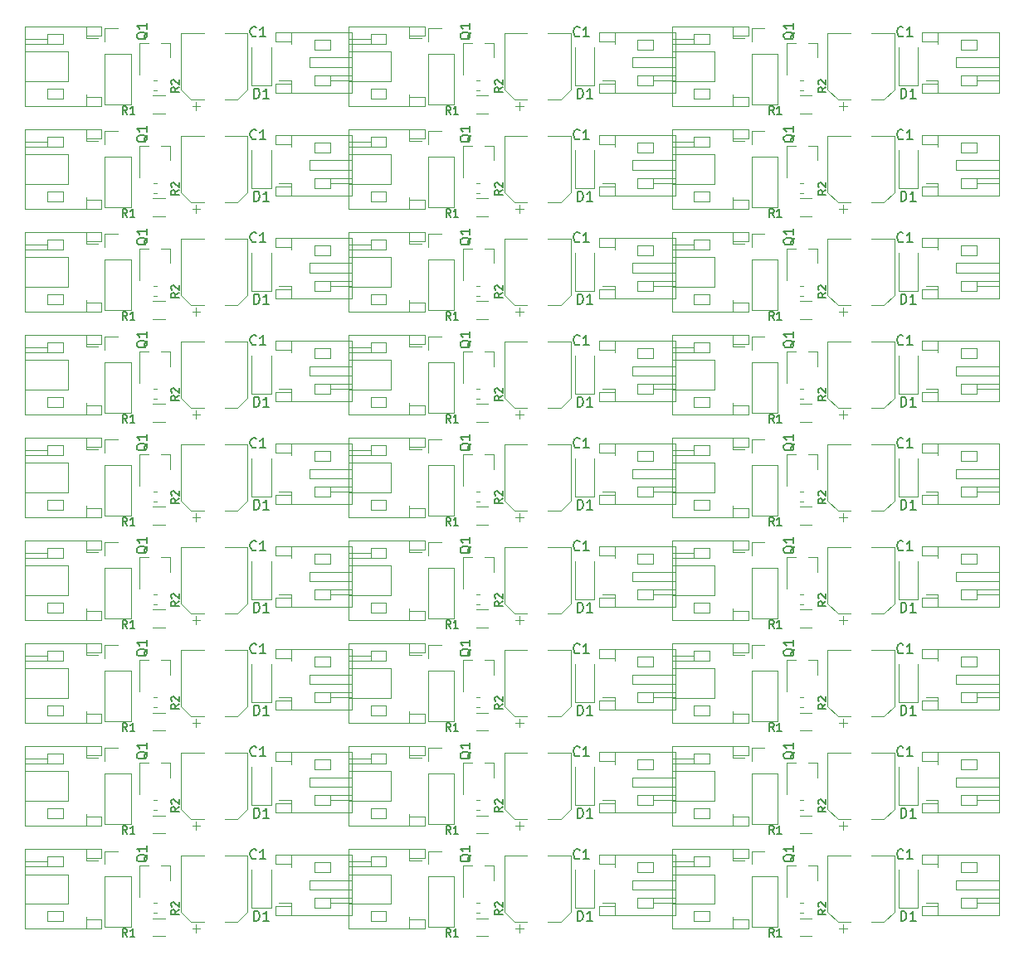
<source format=gbr>
G04 #@! TF.GenerationSoftware,KiCad,Pcbnew,5.99.0-unknown-r16857-c6889b00*
G04 #@! TF.CreationDate,2019-10-20T20:17:35+02:00*
G04 #@! TF.ProjectId,pulsr-panel,70756c73-722d-4706-916e-656c2e6b6963,rev?*
G04 #@! TF.SameCoordinates,Original*
G04 #@! TF.FileFunction,Legend,Top*
G04 #@! TF.FilePolarity,Positive*
%FSLAX46Y46*%
G04 Gerber Fmt 4.6, Leading zero omitted, Abs format (unit mm)*
G04 Created by KiCad (PCBNEW 5.99.0-unknown-r16857-c6889b00) date 2019-10-20 20:17:35*
%MOMM*%
%LPD*%
G04 APERTURE LIST*
%ADD10C,0.120000*%
%ADD11C,0.150000*%
%ADD12C,0.130000*%
G04 APERTURE END LIST*
D10*
X103358750Y-113643750D02*
X104146250Y-113643750D01*
X103752500Y-114037500D02*
X103752500Y-113250000D01*
X107945563Y-113010000D02*
X109010000Y-111945563D01*
X103254437Y-113010000D02*
X102190000Y-111945563D01*
X103254437Y-113010000D02*
X104540000Y-113010000D01*
X107945563Y-113010000D02*
X106660000Y-113010000D01*
X109010000Y-111945563D02*
X109010000Y-106190000D01*
X102190000Y-111945563D02*
X102190000Y-106190000D01*
X102190000Y-106190000D02*
X104540000Y-106190000D01*
X109010000Y-106190000D02*
X106660000Y-106190000D01*
X70358750Y-113643750D02*
X71146250Y-113643750D01*
X70752500Y-114037500D02*
X70752500Y-113250000D01*
X74945563Y-113010000D02*
X76010000Y-111945563D01*
X70254437Y-113010000D02*
X69190000Y-111945563D01*
X70254437Y-113010000D02*
X71540000Y-113010000D01*
X74945563Y-113010000D02*
X73660000Y-113010000D01*
X76010000Y-111945563D02*
X76010000Y-106190000D01*
X69190000Y-111945563D02*
X69190000Y-106190000D01*
X69190000Y-106190000D02*
X71540000Y-106190000D01*
X76010000Y-106190000D02*
X73660000Y-106190000D01*
X37358750Y-113643750D02*
X38146250Y-113643750D01*
X37752500Y-114037500D02*
X37752500Y-113250000D01*
X41945563Y-113010000D02*
X43010000Y-111945563D01*
X37254437Y-113010000D02*
X36190000Y-111945563D01*
X37254437Y-113010000D02*
X38540000Y-113010000D01*
X41945563Y-113010000D02*
X40660000Y-113010000D01*
X43010000Y-111945563D02*
X43010000Y-106190000D01*
X36190000Y-111945563D02*
X36190000Y-106190000D01*
X36190000Y-106190000D02*
X38540000Y-106190000D01*
X43010000Y-106190000D02*
X40660000Y-106190000D01*
X103358750Y-103143750D02*
X104146250Y-103143750D01*
X103752500Y-103537500D02*
X103752500Y-102750000D01*
X107945563Y-102510000D02*
X109010000Y-101445563D01*
X103254437Y-102510000D02*
X102190000Y-101445563D01*
X103254437Y-102510000D02*
X104540000Y-102510000D01*
X107945563Y-102510000D02*
X106660000Y-102510000D01*
X109010000Y-101445563D02*
X109010000Y-95690000D01*
X102190000Y-101445563D02*
X102190000Y-95690000D01*
X102190000Y-95690000D02*
X104540000Y-95690000D01*
X109010000Y-95690000D02*
X106660000Y-95690000D01*
X70358750Y-103143750D02*
X71146250Y-103143750D01*
X70752500Y-103537500D02*
X70752500Y-102750000D01*
X74945563Y-102510000D02*
X76010000Y-101445563D01*
X70254437Y-102510000D02*
X69190000Y-101445563D01*
X70254437Y-102510000D02*
X71540000Y-102510000D01*
X74945563Y-102510000D02*
X73660000Y-102510000D01*
X76010000Y-101445563D02*
X76010000Y-95690000D01*
X69190000Y-101445563D02*
X69190000Y-95690000D01*
X69190000Y-95690000D02*
X71540000Y-95690000D01*
X76010000Y-95690000D02*
X73660000Y-95690000D01*
X37358750Y-103143750D02*
X38146250Y-103143750D01*
X37752500Y-103537500D02*
X37752500Y-102750000D01*
X41945563Y-102510000D02*
X43010000Y-101445563D01*
X37254437Y-102510000D02*
X36190000Y-101445563D01*
X37254437Y-102510000D02*
X38540000Y-102510000D01*
X41945563Y-102510000D02*
X40660000Y-102510000D01*
X43010000Y-101445563D02*
X43010000Y-95690000D01*
X36190000Y-101445563D02*
X36190000Y-95690000D01*
X36190000Y-95690000D02*
X38540000Y-95690000D01*
X43010000Y-95690000D02*
X40660000Y-95690000D01*
X103358750Y-92643750D02*
X104146250Y-92643750D01*
X103752500Y-93037500D02*
X103752500Y-92250000D01*
X107945563Y-92010000D02*
X109010000Y-90945563D01*
X103254437Y-92010000D02*
X102190000Y-90945563D01*
X103254437Y-92010000D02*
X104540000Y-92010000D01*
X107945563Y-92010000D02*
X106660000Y-92010000D01*
X109010000Y-90945563D02*
X109010000Y-85190000D01*
X102190000Y-90945563D02*
X102190000Y-85190000D01*
X102190000Y-85190000D02*
X104540000Y-85190000D01*
X109010000Y-85190000D02*
X106660000Y-85190000D01*
X70358750Y-92643750D02*
X71146250Y-92643750D01*
X70752500Y-93037500D02*
X70752500Y-92250000D01*
X74945563Y-92010000D02*
X76010000Y-90945563D01*
X70254437Y-92010000D02*
X69190000Y-90945563D01*
X70254437Y-92010000D02*
X71540000Y-92010000D01*
X74945563Y-92010000D02*
X73660000Y-92010000D01*
X76010000Y-90945563D02*
X76010000Y-85190000D01*
X69190000Y-90945563D02*
X69190000Y-85190000D01*
X69190000Y-85190000D02*
X71540000Y-85190000D01*
X76010000Y-85190000D02*
X73660000Y-85190000D01*
X37358750Y-92643750D02*
X38146250Y-92643750D01*
X37752500Y-93037500D02*
X37752500Y-92250000D01*
X41945563Y-92010000D02*
X43010000Y-90945563D01*
X37254437Y-92010000D02*
X36190000Y-90945563D01*
X37254437Y-92010000D02*
X38540000Y-92010000D01*
X41945563Y-92010000D02*
X40660000Y-92010000D01*
X43010000Y-90945563D02*
X43010000Y-85190000D01*
X36190000Y-90945563D02*
X36190000Y-85190000D01*
X36190000Y-85190000D02*
X38540000Y-85190000D01*
X43010000Y-85190000D02*
X40660000Y-85190000D01*
X103358750Y-82143750D02*
X104146250Y-82143750D01*
X103752500Y-82537500D02*
X103752500Y-81750000D01*
X107945563Y-81510000D02*
X109010000Y-80445563D01*
X103254437Y-81510000D02*
X102190000Y-80445563D01*
X103254437Y-81510000D02*
X104540000Y-81510000D01*
X107945563Y-81510000D02*
X106660000Y-81510000D01*
X109010000Y-80445563D02*
X109010000Y-74690000D01*
X102190000Y-80445563D02*
X102190000Y-74690000D01*
X102190000Y-74690000D02*
X104540000Y-74690000D01*
X109010000Y-74690000D02*
X106660000Y-74690000D01*
X70358750Y-82143750D02*
X71146250Y-82143750D01*
X70752500Y-82537500D02*
X70752500Y-81750000D01*
X74945563Y-81510000D02*
X76010000Y-80445563D01*
X70254437Y-81510000D02*
X69190000Y-80445563D01*
X70254437Y-81510000D02*
X71540000Y-81510000D01*
X74945563Y-81510000D02*
X73660000Y-81510000D01*
X76010000Y-80445563D02*
X76010000Y-74690000D01*
X69190000Y-80445563D02*
X69190000Y-74690000D01*
X69190000Y-74690000D02*
X71540000Y-74690000D01*
X76010000Y-74690000D02*
X73660000Y-74690000D01*
X37358750Y-82143750D02*
X38146250Y-82143750D01*
X37752500Y-82537500D02*
X37752500Y-81750000D01*
X41945563Y-81510000D02*
X43010000Y-80445563D01*
X37254437Y-81510000D02*
X36190000Y-80445563D01*
X37254437Y-81510000D02*
X38540000Y-81510000D01*
X41945563Y-81510000D02*
X40660000Y-81510000D01*
X43010000Y-80445563D02*
X43010000Y-74690000D01*
X36190000Y-80445563D02*
X36190000Y-74690000D01*
X36190000Y-74690000D02*
X38540000Y-74690000D01*
X43010000Y-74690000D02*
X40660000Y-74690000D01*
X103358750Y-71643750D02*
X104146250Y-71643750D01*
X103752500Y-72037500D02*
X103752500Y-71250000D01*
X107945563Y-71010000D02*
X109010000Y-69945563D01*
X103254437Y-71010000D02*
X102190000Y-69945563D01*
X103254437Y-71010000D02*
X104540000Y-71010000D01*
X107945563Y-71010000D02*
X106660000Y-71010000D01*
X109010000Y-69945563D02*
X109010000Y-64190000D01*
X102190000Y-69945563D02*
X102190000Y-64190000D01*
X102190000Y-64190000D02*
X104540000Y-64190000D01*
X109010000Y-64190000D02*
X106660000Y-64190000D01*
X70358750Y-71643750D02*
X71146250Y-71643750D01*
X70752500Y-72037500D02*
X70752500Y-71250000D01*
X74945563Y-71010000D02*
X76010000Y-69945563D01*
X70254437Y-71010000D02*
X69190000Y-69945563D01*
X70254437Y-71010000D02*
X71540000Y-71010000D01*
X74945563Y-71010000D02*
X73660000Y-71010000D01*
X76010000Y-69945563D02*
X76010000Y-64190000D01*
X69190000Y-69945563D02*
X69190000Y-64190000D01*
X69190000Y-64190000D02*
X71540000Y-64190000D01*
X76010000Y-64190000D02*
X73660000Y-64190000D01*
X37358750Y-71643750D02*
X38146250Y-71643750D01*
X37752500Y-72037500D02*
X37752500Y-71250000D01*
X41945563Y-71010000D02*
X43010000Y-69945563D01*
X37254437Y-71010000D02*
X36190000Y-69945563D01*
X37254437Y-71010000D02*
X38540000Y-71010000D01*
X41945563Y-71010000D02*
X40660000Y-71010000D01*
X43010000Y-69945563D02*
X43010000Y-64190000D01*
X36190000Y-69945563D02*
X36190000Y-64190000D01*
X36190000Y-64190000D02*
X38540000Y-64190000D01*
X43010000Y-64190000D02*
X40660000Y-64190000D01*
X103358750Y-61143750D02*
X104146250Y-61143750D01*
X103752500Y-61537500D02*
X103752500Y-60750000D01*
X107945563Y-60510000D02*
X109010000Y-59445563D01*
X103254437Y-60510000D02*
X102190000Y-59445563D01*
X103254437Y-60510000D02*
X104540000Y-60510000D01*
X107945563Y-60510000D02*
X106660000Y-60510000D01*
X109010000Y-59445563D02*
X109010000Y-53690000D01*
X102190000Y-59445563D02*
X102190000Y-53690000D01*
X102190000Y-53690000D02*
X104540000Y-53690000D01*
X109010000Y-53690000D02*
X106660000Y-53690000D01*
X70358750Y-61143750D02*
X71146250Y-61143750D01*
X70752500Y-61537500D02*
X70752500Y-60750000D01*
X74945563Y-60510000D02*
X76010000Y-59445563D01*
X70254437Y-60510000D02*
X69190000Y-59445563D01*
X70254437Y-60510000D02*
X71540000Y-60510000D01*
X74945563Y-60510000D02*
X73660000Y-60510000D01*
X76010000Y-59445563D02*
X76010000Y-53690000D01*
X69190000Y-59445563D02*
X69190000Y-53690000D01*
X69190000Y-53690000D02*
X71540000Y-53690000D01*
X76010000Y-53690000D02*
X73660000Y-53690000D01*
X37358750Y-61143750D02*
X38146250Y-61143750D01*
X37752500Y-61537500D02*
X37752500Y-60750000D01*
X41945563Y-60510000D02*
X43010000Y-59445563D01*
X37254437Y-60510000D02*
X36190000Y-59445563D01*
X37254437Y-60510000D02*
X38540000Y-60510000D01*
X41945563Y-60510000D02*
X40660000Y-60510000D01*
X43010000Y-59445563D02*
X43010000Y-53690000D01*
X36190000Y-59445563D02*
X36190000Y-53690000D01*
X36190000Y-53690000D02*
X38540000Y-53690000D01*
X43010000Y-53690000D02*
X40660000Y-53690000D01*
X103358750Y-50643750D02*
X104146250Y-50643750D01*
X103752500Y-51037500D02*
X103752500Y-50250000D01*
X107945563Y-50010000D02*
X109010000Y-48945563D01*
X103254437Y-50010000D02*
X102190000Y-48945563D01*
X103254437Y-50010000D02*
X104540000Y-50010000D01*
X107945563Y-50010000D02*
X106660000Y-50010000D01*
X109010000Y-48945563D02*
X109010000Y-43190000D01*
X102190000Y-48945563D02*
X102190000Y-43190000D01*
X102190000Y-43190000D02*
X104540000Y-43190000D01*
X109010000Y-43190000D02*
X106660000Y-43190000D01*
X70358750Y-50643750D02*
X71146250Y-50643750D01*
X70752500Y-51037500D02*
X70752500Y-50250000D01*
X74945563Y-50010000D02*
X76010000Y-48945563D01*
X70254437Y-50010000D02*
X69190000Y-48945563D01*
X70254437Y-50010000D02*
X71540000Y-50010000D01*
X74945563Y-50010000D02*
X73660000Y-50010000D01*
X76010000Y-48945563D02*
X76010000Y-43190000D01*
X69190000Y-48945563D02*
X69190000Y-43190000D01*
X69190000Y-43190000D02*
X71540000Y-43190000D01*
X76010000Y-43190000D02*
X73660000Y-43190000D01*
X37358750Y-50643750D02*
X38146250Y-50643750D01*
X37752500Y-51037500D02*
X37752500Y-50250000D01*
X41945563Y-50010000D02*
X43010000Y-48945563D01*
X37254437Y-50010000D02*
X36190000Y-48945563D01*
X37254437Y-50010000D02*
X38540000Y-50010000D01*
X41945563Y-50010000D02*
X40660000Y-50010000D01*
X43010000Y-48945563D02*
X43010000Y-43190000D01*
X36190000Y-48945563D02*
X36190000Y-43190000D01*
X36190000Y-43190000D02*
X38540000Y-43190000D01*
X43010000Y-43190000D02*
X40660000Y-43190000D01*
X103358750Y-40143750D02*
X104146250Y-40143750D01*
X103752500Y-40537500D02*
X103752500Y-39750000D01*
X107945563Y-39510000D02*
X109010000Y-38445563D01*
X103254437Y-39510000D02*
X102190000Y-38445563D01*
X103254437Y-39510000D02*
X104540000Y-39510000D01*
X107945563Y-39510000D02*
X106660000Y-39510000D01*
X109010000Y-38445563D02*
X109010000Y-32690000D01*
X102190000Y-38445563D02*
X102190000Y-32690000D01*
X102190000Y-32690000D02*
X104540000Y-32690000D01*
X109010000Y-32690000D02*
X106660000Y-32690000D01*
X70358750Y-40143750D02*
X71146250Y-40143750D01*
X70752500Y-40537500D02*
X70752500Y-39750000D01*
X74945563Y-39510000D02*
X76010000Y-38445563D01*
X70254437Y-39510000D02*
X69190000Y-38445563D01*
X70254437Y-39510000D02*
X71540000Y-39510000D01*
X74945563Y-39510000D02*
X73660000Y-39510000D01*
X76010000Y-38445563D02*
X76010000Y-32690000D01*
X69190000Y-38445563D02*
X69190000Y-32690000D01*
X69190000Y-32690000D02*
X71540000Y-32690000D01*
X76010000Y-32690000D02*
X73660000Y-32690000D01*
X37358750Y-40143750D02*
X38146250Y-40143750D01*
X37752500Y-40537500D02*
X37752500Y-39750000D01*
X41945563Y-39510000D02*
X43010000Y-38445563D01*
X37254437Y-39510000D02*
X36190000Y-38445563D01*
X37254437Y-39510000D02*
X38540000Y-39510000D01*
X41945563Y-39510000D02*
X40660000Y-39510000D01*
X43010000Y-38445563D02*
X43010000Y-32690000D01*
X36190000Y-38445563D02*
X36190000Y-32690000D01*
X36190000Y-32690000D02*
X38540000Y-32690000D01*
X43010000Y-32690000D02*
X40660000Y-32690000D01*
X103358750Y-29643750D02*
X104146250Y-29643750D01*
X103752500Y-30037500D02*
X103752500Y-29250000D01*
X107945563Y-29010000D02*
X109010000Y-27945563D01*
X103254437Y-29010000D02*
X102190000Y-27945563D01*
X103254437Y-29010000D02*
X104540000Y-29010000D01*
X107945563Y-29010000D02*
X106660000Y-29010000D01*
X109010000Y-27945563D02*
X109010000Y-22190000D01*
X102190000Y-27945563D02*
X102190000Y-22190000D01*
X102190000Y-22190000D02*
X104540000Y-22190000D01*
X109010000Y-22190000D02*
X106660000Y-22190000D01*
X70358750Y-29643750D02*
X71146250Y-29643750D01*
X70752500Y-30037500D02*
X70752500Y-29250000D01*
X74945563Y-29010000D02*
X76010000Y-27945563D01*
X70254437Y-29010000D02*
X69190000Y-27945563D01*
X70254437Y-29010000D02*
X71540000Y-29010000D01*
X74945563Y-29010000D02*
X73660000Y-29010000D01*
X76010000Y-27945563D02*
X76010000Y-22190000D01*
X69190000Y-27945563D02*
X69190000Y-22190000D01*
X69190000Y-22190000D02*
X71540000Y-22190000D01*
X76010000Y-22190000D02*
X73660000Y-22190000D01*
X92510000Y-106740000D02*
X93725000Y-106740000D01*
X88550000Y-106800000D02*
X86290000Y-106800000D01*
X88550000Y-107300000D02*
X86290000Y-107300000D01*
X90150000Y-111900000D02*
X90150000Y-112900000D01*
X88550000Y-111900000D02*
X90150000Y-111900000D01*
X88550000Y-112900000D02*
X88550000Y-111900000D01*
X90150000Y-112900000D02*
X88550000Y-112900000D01*
X90150000Y-107300000D02*
X90150000Y-106300000D01*
X88550000Y-107300000D02*
X90150000Y-107300000D01*
X88550000Y-106300000D02*
X88550000Y-107300000D01*
X90150000Y-106300000D02*
X88550000Y-106300000D01*
X92510000Y-113660000D02*
X92510000Y-112740000D01*
X92510000Y-105540000D02*
X92510000Y-106460000D01*
X90650000Y-111100000D02*
X86290000Y-111100000D01*
X90650000Y-108100000D02*
X90650000Y-111100000D01*
X86290000Y-108100000D02*
X90650000Y-108100000D01*
X92510000Y-112740000D02*
X92510000Y-112460000D01*
X94110000Y-112740000D02*
X92510000Y-112740000D01*
X94110000Y-113660000D02*
X94110000Y-112740000D01*
X86290000Y-113660000D02*
X94110000Y-113660000D01*
X86290000Y-105540000D02*
X86290000Y-113660000D01*
X94110000Y-105540000D02*
X86290000Y-105540000D01*
X94110000Y-106460000D02*
X94110000Y-105540000D01*
X92510000Y-106460000D02*
X94110000Y-106460000D01*
X92510000Y-106740000D02*
X92510000Y-106460000D01*
X59510000Y-106740000D02*
X60725000Y-106740000D01*
X55550000Y-106800000D02*
X53290000Y-106800000D01*
X55550000Y-107300000D02*
X53290000Y-107300000D01*
X57150000Y-111900000D02*
X57150000Y-112900000D01*
X55550000Y-111900000D02*
X57150000Y-111900000D01*
X55550000Y-112900000D02*
X55550000Y-111900000D01*
X57150000Y-112900000D02*
X55550000Y-112900000D01*
X57150000Y-107300000D02*
X57150000Y-106300000D01*
X55550000Y-107300000D02*
X57150000Y-107300000D01*
X55550000Y-106300000D02*
X55550000Y-107300000D01*
X57150000Y-106300000D02*
X55550000Y-106300000D01*
X59510000Y-113660000D02*
X59510000Y-112740000D01*
X59510000Y-105540000D02*
X59510000Y-106460000D01*
X57650000Y-111100000D02*
X53290000Y-111100000D01*
X57650000Y-108100000D02*
X57650000Y-111100000D01*
X53290000Y-108100000D02*
X57650000Y-108100000D01*
X59510000Y-112740000D02*
X59510000Y-112460000D01*
X61110000Y-112740000D02*
X59510000Y-112740000D01*
X61110000Y-113660000D02*
X61110000Y-112740000D01*
X53290000Y-113660000D02*
X61110000Y-113660000D01*
X53290000Y-105540000D02*
X53290000Y-113660000D01*
X61110000Y-105540000D02*
X53290000Y-105540000D01*
X61110000Y-106460000D02*
X61110000Y-105540000D01*
X59510000Y-106460000D02*
X61110000Y-106460000D01*
X59510000Y-106740000D02*
X59510000Y-106460000D01*
X26510000Y-106740000D02*
X27725000Y-106740000D01*
X22550000Y-106800000D02*
X20290000Y-106800000D01*
X22550000Y-107300000D02*
X20290000Y-107300000D01*
X24150000Y-111900000D02*
X24150000Y-112900000D01*
X22550000Y-111900000D02*
X24150000Y-111900000D01*
X22550000Y-112900000D02*
X22550000Y-111900000D01*
X24150000Y-112900000D02*
X22550000Y-112900000D01*
X24150000Y-107300000D02*
X24150000Y-106300000D01*
X22550000Y-107300000D02*
X24150000Y-107300000D01*
X22550000Y-106300000D02*
X22550000Y-107300000D01*
X24150000Y-106300000D02*
X22550000Y-106300000D01*
X26510000Y-113660000D02*
X26510000Y-112740000D01*
X26510000Y-105540000D02*
X26510000Y-106460000D01*
X24650000Y-111100000D02*
X20290000Y-111100000D01*
X24650000Y-108100000D02*
X24650000Y-111100000D01*
X20290000Y-108100000D02*
X24650000Y-108100000D01*
X26510000Y-112740000D02*
X26510000Y-112460000D01*
X28110000Y-112740000D02*
X26510000Y-112740000D01*
X28110000Y-113660000D02*
X28110000Y-112740000D01*
X20290000Y-113660000D02*
X28110000Y-113660000D01*
X20290000Y-105540000D02*
X20290000Y-113660000D01*
X28110000Y-105540000D02*
X20290000Y-105540000D01*
X28110000Y-106460000D02*
X28110000Y-105540000D01*
X26510000Y-106460000D02*
X28110000Y-106460000D01*
X26510000Y-106740000D02*
X26510000Y-106460000D01*
X92510000Y-96240000D02*
X93725000Y-96240000D01*
X88550000Y-96300000D02*
X86290000Y-96300000D01*
X88550000Y-96800000D02*
X86290000Y-96800000D01*
X90150000Y-101400000D02*
X90150000Y-102400000D01*
X88550000Y-101400000D02*
X90150000Y-101400000D01*
X88550000Y-102400000D02*
X88550000Y-101400000D01*
X90150000Y-102400000D02*
X88550000Y-102400000D01*
X90150000Y-96800000D02*
X90150000Y-95800000D01*
X88550000Y-96800000D02*
X90150000Y-96800000D01*
X88550000Y-95800000D02*
X88550000Y-96800000D01*
X90150000Y-95800000D02*
X88550000Y-95800000D01*
X92510000Y-103160000D02*
X92510000Y-102240000D01*
X92510000Y-95040000D02*
X92510000Y-95960000D01*
X90650000Y-100600000D02*
X86290000Y-100600000D01*
X90650000Y-97600000D02*
X90650000Y-100600000D01*
X86290000Y-97600000D02*
X90650000Y-97600000D01*
X92510000Y-102240000D02*
X92510000Y-101960000D01*
X94110000Y-102240000D02*
X92510000Y-102240000D01*
X94110000Y-103160000D02*
X94110000Y-102240000D01*
X86290000Y-103160000D02*
X94110000Y-103160000D01*
X86290000Y-95040000D02*
X86290000Y-103160000D01*
X94110000Y-95040000D02*
X86290000Y-95040000D01*
X94110000Y-95960000D02*
X94110000Y-95040000D01*
X92510000Y-95960000D02*
X94110000Y-95960000D01*
X92510000Y-96240000D02*
X92510000Y-95960000D01*
X59510000Y-96240000D02*
X60725000Y-96240000D01*
X55550000Y-96300000D02*
X53290000Y-96300000D01*
X55550000Y-96800000D02*
X53290000Y-96800000D01*
X57150000Y-101400000D02*
X57150000Y-102400000D01*
X55550000Y-101400000D02*
X57150000Y-101400000D01*
X55550000Y-102400000D02*
X55550000Y-101400000D01*
X57150000Y-102400000D02*
X55550000Y-102400000D01*
X57150000Y-96800000D02*
X57150000Y-95800000D01*
X55550000Y-96800000D02*
X57150000Y-96800000D01*
X55550000Y-95800000D02*
X55550000Y-96800000D01*
X57150000Y-95800000D02*
X55550000Y-95800000D01*
X59510000Y-103160000D02*
X59510000Y-102240000D01*
X59510000Y-95040000D02*
X59510000Y-95960000D01*
X57650000Y-100600000D02*
X53290000Y-100600000D01*
X57650000Y-97600000D02*
X57650000Y-100600000D01*
X53290000Y-97600000D02*
X57650000Y-97600000D01*
X59510000Y-102240000D02*
X59510000Y-101960000D01*
X61110000Y-102240000D02*
X59510000Y-102240000D01*
X61110000Y-103160000D02*
X61110000Y-102240000D01*
X53290000Y-103160000D02*
X61110000Y-103160000D01*
X53290000Y-95040000D02*
X53290000Y-103160000D01*
X61110000Y-95040000D02*
X53290000Y-95040000D01*
X61110000Y-95960000D02*
X61110000Y-95040000D01*
X59510000Y-95960000D02*
X61110000Y-95960000D01*
X59510000Y-96240000D02*
X59510000Y-95960000D01*
X26510000Y-96240000D02*
X27725000Y-96240000D01*
X22550000Y-96300000D02*
X20290000Y-96300000D01*
X22550000Y-96800000D02*
X20290000Y-96800000D01*
X24150000Y-101400000D02*
X24150000Y-102400000D01*
X22550000Y-101400000D02*
X24150000Y-101400000D01*
X22550000Y-102400000D02*
X22550000Y-101400000D01*
X24150000Y-102400000D02*
X22550000Y-102400000D01*
X24150000Y-96800000D02*
X24150000Y-95800000D01*
X22550000Y-96800000D02*
X24150000Y-96800000D01*
X22550000Y-95800000D02*
X22550000Y-96800000D01*
X24150000Y-95800000D02*
X22550000Y-95800000D01*
X26510000Y-103160000D02*
X26510000Y-102240000D01*
X26510000Y-95040000D02*
X26510000Y-95960000D01*
X24650000Y-100600000D02*
X20290000Y-100600000D01*
X24650000Y-97600000D02*
X24650000Y-100600000D01*
X20290000Y-97600000D02*
X24650000Y-97600000D01*
X26510000Y-102240000D02*
X26510000Y-101960000D01*
X28110000Y-102240000D02*
X26510000Y-102240000D01*
X28110000Y-103160000D02*
X28110000Y-102240000D01*
X20290000Y-103160000D02*
X28110000Y-103160000D01*
X20290000Y-95040000D02*
X20290000Y-103160000D01*
X28110000Y-95040000D02*
X20290000Y-95040000D01*
X28110000Y-95960000D02*
X28110000Y-95040000D01*
X26510000Y-95960000D02*
X28110000Y-95960000D01*
X26510000Y-96240000D02*
X26510000Y-95960000D01*
X92510000Y-85740000D02*
X93725000Y-85740000D01*
X88550000Y-85800000D02*
X86290000Y-85800000D01*
X88550000Y-86300000D02*
X86290000Y-86300000D01*
X90150000Y-90900000D02*
X90150000Y-91900000D01*
X88550000Y-90900000D02*
X90150000Y-90900000D01*
X88550000Y-91900000D02*
X88550000Y-90900000D01*
X90150000Y-91900000D02*
X88550000Y-91900000D01*
X90150000Y-86300000D02*
X90150000Y-85300000D01*
X88550000Y-86300000D02*
X90150000Y-86300000D01*
X88550000Y-85300000D02*
X88550000Y-86300000D01*
X90150000Y-85300000D02*
X88550000Y-85300000D01*
X92510000Y-92660000D02*
X92510000Y-91740000D01*
X92510000Y-84540000D02*
X92510000Y-85460000D01*
X90650000Y-90100000D02*
X86290000Y-90100000D01*
X90650000Y-87100000D02*
X90650000Y-90100000D01*
X86290000Y-87100000D02*
X90650000Y-87100000D01*
X92510000Y-91740000D02*
X92510000Y-91460000D01*
X94110000Y-91740000D02*
X92510000Y-91740000D01*
X94110000Y-92660000D02*
X94110000Y-91740000D01*
X86290000Y-92660000D02*
X94110000Y-92660000D01*
X86290000Y-84540000D02*
X86290000Y-92660000D01*
X94110000Y-84540000D02*
X86290000Y-84540000D01*
X94110000Y-85460000D02*
X94110000Y-84540000D01*
X92510000Y-85460000D02*
X94110000Y-85460000D01*
X92510000Y-85740000D02*
X92510000Y-85460000D01*
X59510000Y-85740000D02*
X60725000Y-85740000D01*
X55550000Y-85800000D02*
X53290000Y-85800000D01*
X55550000Y-86300000D02*
X53290000Y-86300000D01*
X57150000Y-90900000D02*
X57150000Y-91900000D01*
X55550000Y-90900000D02*
X57150000Y-90900000D01*
X55550000Y-91900000D02*
X55550000Y-90900000D01*
X57150000Y-91900000D02*
X55550000Y-91900000D01*
X57150000Y-86300000D02*
X57150000Y-85300000D01*
X55550000Y-86300000D02*
X57150000Y-86300000D01*
X55550000Y-85300000D02*
X55550000Y-86300000D01*
X57150000Y-85300000D02*
X55550000Y-85300000D01*
X59510000Y-92660000D02*
X59510000Y-91740000D01*
X59510000Y-84540000D02*
X59510000Y-85460000D01*
X57650000Y-90100000D02*
X53290000Y-90100000D01*
X57650000Y-87100000D02*
X57650000Y-90100000D01*
X53290000Y-87100000D02*
X57650000Y-87100000D01*
X59510000Y-91740000D02*
X59510000Y-91460000D01*
X61110000Y-91740000D02*
X59510000Y-91740000D01*
X61110000Y-92660000D02*
X61110000Y-91740000D01*
X53290000Y-92660000D02*
X61110000Y-92660000D01*
X53290000Y-84540000D02*
X53290000Y-92660000D01*
X61110000Y-84540000D02*
X53290000Y-84540000D01*
X61110000Y-85460000D02*
X61110000Y-84540000D01*
X59510000Y-85460000D02*
X61110000Y-85460000D01*
X59510000Y-85740000D02*
X59510000Y-85460000D01*
X26510000Y-85740000D02*
X27725000Y-85740000D01*
X22550000Y-85800000D02*
X20290000Y-85800000D01*
X22550000Y-86300000D02*
X20290000Y-86300000D01*
X24150000Y-90900000D02*
X24150000Y-91900000D01*
X22550000Y-90900000D02*
X24150000Y-90900000D01*
X22550000Y-91900000D02*
X22550000Y-90900000D01*
X24150000Y-91900000D02*
X22550000Y-91900000D01*
X24150000Y-86300000D02*
X24150000Y-85300000D01*
X22550000Y-86300000D02*
X24150000Y-86300000D01*
X22550000Y-85300000D02*
X22550000Y-86300000D01*
X24150000Y-85300000D02*
X22550000Y-85300000D01*
X26510000Y-92660000D02*
X26510000Y-91740000D01*
X26510000Y-84540000D02*
X26510000Y-85460000D01*
X24650000Y-90100000D02*
X20290000Y-90100000D01*
X24650000Y-87100000D02*
X24650000Y-90100000D01*
X20290000Y-87100000D02*
X24650000Y-87100000D01*
X26510000Y-91740000D02*
X26510000Y-91460000D01*
X28110000Y-91740000D02*
X26510000Y-91740000D01*
X28110000Y-92660000D02*
X28110000Y-91740000D01*
X20290000Y-92660000D02*
X28110000Y-92660000D01*
X20290000Y-84540000D02*
X20290000Y-92660000D01*
X28110000Y-84540000D02*
X20290000Y-84540000D01*
X28110000Y-85460000D02*
X28110000Y-84540000D01*
X26510000Y-85460000D02*
X28110000Y-85460000D01*
X26510000Y-85740000D02*
X26510000Y-85460000D01*
X92510000Y-75240000D02*
X93725000Y-75240000D01*
X88550000Y-75300000D02*
X86290000Y-75300000D01*
X88550000Y-75800000D02*
X86290000Y-75800000D01*
X90150000Y-80400000D02*
X90150000Y-81400000D01*
X88550000Y-80400000D02*
X90150000Y-80400000D01*
X88550000Y-81400000D02*
X88550000Y-80400000D01*
X90150000Y-81400000D02*
X88550000Y-81400000D01*
X90150000Y-75800000D02*
X90150000Y-74800000D01*
X88550000Y-75800000D02*
X90150000Y-75800000D01*
X88550000Y-74800000D02*
X88550000Y-75800000D01*
X90150000Y-74800000D02*
X88550000Y-74800000D01*
X92510000Y-82160000D02*
X92510000Y-81240000D01*
X92510000Y-74040000D02*
X92510000Y-74960000D01*
X90650000Y-79600000D02*
X86290000Y-79600000D01*
X90650000Y-76600000D02*
X90650000Y-79600000D01*
X86290000Y-76600000D02*
X90650000Y-76600000D01*
X92510000Y-81240000D02*
X92510000Y-80960000D01*
X94110000Y-81240000D02*
X92510000Y-81240000D01*
X94110000Y-82160000D02*
X94110000Y-81240000D01*
X86290000Y-82160000D02*
X94110000Y-82160000D01*
X86290000Y-74040000D02*
X86290000Y-82160000D01*
X94110000Y-74040000D02*
X86290000Y-74040000D01*
X94110000Y-74960000D02*
X94110000Y-74040000D01*
X92510000Y-74960000D02*
X94110000Y-74960000D01*
X92510000Y-75240000D02*
X92510000Y-74960000D01*
X59510000Y-75240000D02*
X60725000Y-75240000D01*
X55550000Y-75300000D02*
X53290000Y-75300000D01*
X55550000Y-75800000D02*
X53290000Y-75800000D01*
X57150000Y-80400000D02*
X57150000Y-81400000D01*
X55550000Y-80400000D02*
X57150000Y-80400000D01*
X55550000Y-81400000D02*
X55550000Y-80400000D01*
X57150000Y-81400000D02*
X55550000Y-81400000D01*
X57150000Y-75800000D02*
X57150000Y-74800000D01*
X55550000Y-75800000D02*
X57150000Y-75800000D01*
X55550000Y-74800000D02*
X55550000Y-75800000D01*
X57150000Y-74800000D02*
X55550000Y-74800000D01*
X59510000Y-82160000D02*
X59510000Y-81240000D01*
X59510000Y-74040000D02*
X59510000Y-74960000D01*
X57650000Y-79600000D02*
X53290000Y-79600000D01*
X57650000Y-76600000D02*
X57650000Y-79600000D01*
X53290000Y-76600000D02*
X57650000Y-76600000D01*
X59510000Y-81240000D02*
X59510000Y-80960000D01*
X61110000Y-81240000D02*
X59510000Y-81240000D01*
X61110000Y-82160000D02*
X61110000Y-81240000D01*
X53290000Y-82160000D02*
X61110000Y-82160000D01*
X53290000Y-74040000D02*
X53290000Y-82160000D01*
X61110000Y-74040000D02*
X53290000Y-74040000D01*
X61110000Y-74960000D02*
X61110000Y-74040000D01*
X59510000Y-74960000D02*
X61110000Y-74960000D01*
X59510000Y-75240000D02*
X59510000Y-74960000D01*
X26510000Y-75240000D02*
X27725000Y-75240000D01*
X22550000Y-75300000D02*
X20290000Y-75300000D01*
X22550000Y-75800000D02*
X20290000Y-75800000D01*
X24150000Y-80400000D02*
X24150000Y-81400000D01*
X22550000Y-80400000D02*
X24150000Y-80400000D01*
X22550000Y-81400000D02*
X22550000Y-80400000D01*
X24150000Y-81400000D02*
X22550000Y-81400000D01*
X24150000Y-75800000D02*
X24150000Y-74800000D01*
X22550000Y-75800000D02*
X24150000Y-75800000D01*
X22550000Y-74800000D02*
X22550000Y-75800000D01*
X24150000Y-74800000D02*
X22550000Y-74800000D01*
X26510000Y-82160000D02*
X26510000Y-81240000D01*
X26510000Y-74040000D02*
X26510000Y-74960000D01*
X24650000Y-79600000D02*
X20290000Y-79600000D01*
X24650000Y-76600000D02*
X24650000Y-79600000D01*
X20290000Y-76600000D02*
X24650000Y-76600000D01*
X26510000Y-81240000D02*
X26510000Y-80960000D01*
X28110000Y-81240000D02*
X26510000Y-81240000D01*
X28110000Y-82160000D02*
X28110000Y-81240000D01*
X20290000Y-82160000D02*
X28110000Y-82160000D01*
X20290000Y-74040000D02*
X20290000Y-82160000D01*
X28110000Y-74040000D02*
X20290000Y-74040000D01*
X28110000Y-74960000D02*
X28110000Y-74040000D01*
X26510000Y-74960000D02*
X28110000Y-74960000D01*
X26510000Y-75240000D02*
X26510000Y-74960000D01*
X92510000Y-64740000D02*
X93725000Y-64740000D01*
X88550000Y-64800000D02*
X86290000Y-64800000D01*
X88550000Y-65300000D02*
X86290000Y-65300000D01*
X90150000Y-69900000D02*
X90150000Y-70900000D01*
X88550000Y-69900000D02*
X90150000Y-69900000D01*
X88550000Y-70900000D02*
X88550000Y-69900000D01*
X90150000Y-70900000D02*
X88550000Y-70900000D01*
X90150000Y-65300000D02*
X90150000Y-64300000D01*
X88550000Y-65300000D02*
X90150000Y-65300000D01*
X88550000Y-64300000D02*
X88550000Y-65300000D01*
X90150000Y-64300000D02*
X88550000Y-64300000D01*
X92510000Y-71660000D02*
X92510000Y-70740000D01*
X92510000Y-63540000D02*
X92510000Y-64460000D01*
X90650000Y-69100000D02*
X86290000Y-69100000D01*
X90650000Y-66100000D02*
X90650000Y-69100000D01*
X86290000Y-66100000D02*
X90650000Y-66100000D01*
X92510000Y-70740000D02*
X92510000Y-70460000D01*
X94110000Y-70740000D02*
X92510000Y-70740000D01*
X94110000Y-71660000D02*
X94110000Y-70740000D01*
X86290000Y-71660000D02*
X94110000Y-71660000D01*
X86290000Y-63540000D02*
X86290000Y-71660000D01*
X94110000Y-63540000D02*
X86290000Y-63540000D01*
X94110000Y-64460000D02*
X94110000Y-63540000D01*
X92510000Y-64460000D02*
X94110000Y-64460000D01*
X92510000Y-64740000D02*
X92510000Y-64460000D01*
X59510000Y-64740000D02*
X60725000Y-64740000D01*
X55550000Y-64800000D02*
X53290000Y-64800000D01*
X55550000Y-65300000D02*
X53290000Y-65300000D01*
X57150000Y-69900000D02*
X57150000Y-70900000D01*
X55550000Y-69900000D02*
X57150000Y-69900000D01*
X55550000Y-70900000D02*
X55550000Y-69900000D01*
X57150000Y-70900000D02*
X55550000Y-70900000D01*
X57150000Y-65300000D02*
X57150000Y-64300000D01*
X55550000Y-65300000D02*
X57150000Y-65300000D01*
X55550000Y-64300000D02*
X55550000Y-65300000D01*
X57150000Y-64300000D02*
X55550000Y-64300000D01*
X59510000Y-71660000D02*
X59510000Y-70740000D01*
X59510000Y-63540000D02*
X59510000Y-64460000D01*
X57650000Y-69100000D02*
X53290000Y-69100000D01*
X57650000Y-66100000D02*
X57650000Y-69100000D01*
X53290000Y-66100000D02*
X57650000Y-66100000D01*
X59510000Y-70740000D02*
X59510000Y-70460000D01*
X61110000Y-70740000D02*
X59510000Y-70740000D01*
X61110000Y-71660000D02*
X61110000Y-70740000D01*
X53290000Y-71660000D02*
X61110000Y-71660000D01*
X53290000Y-63540000D02*
X53290000Y-71660000D01*
X61110000Y-63540000D02*
X53290000Y-63540000D01*
X61110000Y-64460000D02*
X61110000Y-63540000D01*
X59510000Y-64460000D02*
X61110000Y-64460000D01*
X59510000Y-64740000D02*
X59510000Y-64460000D01*
X26510000Y-64740000D02*
X27725000Y-64740000D01*
X22550000Y-64800000D02*
X20290000Y-64800000D01*
X22550000Y-65300000D02*
X20290000Y-65300000D01*
X24150000Y-69900000D02*
X24150000Y-70900000D01*
X22550000Y-69900000D02*
X24150000Y-69900000D01*
X22550000Y-70900000D02*
X22550000Y-69900000D01*
X24150000Y-70900000D02*
X22550000Y-70900000D01*
X24150000Y-65300000D02*
X24150000Y-64300000D01*
X22550000Y-65300000D02*
X24150000Y-65300000D01*
X22550000Y-64300000D02*
X22550000Y-65300000D01*
X24150000Y-64300000D02*
X22550000Y-64300000D01*
X26510000Y-71660000D02*
X26510000Y-70740000D01*
X26510000Y-63540000D02*
X26510000Y-64460000D01*
X24650000Y-69100000D02*
X20290000Y-69100000D01*
X24650000Y-66100000D02*
X24650000Y-69100000D01*
X20290000Y-66100000D02*
X24650000Y-66100000D01*
X26510000Y-70740000D02*
X26510000Y-70460000D01*
X28110000Y-70740000D02*
X26510000Y-70740000D01*
X28110000Y-71660000D02*
X28110000Y-70740000D01*
X20290000Y-71660000D02*
X28110000Y-71660000D01*
X20290000Y-63540000D02*
X20290000Y-71660000D01*
X28110000Y-63540000D02*
X20290000Y-63540000D01*
X28110000Y-64460000D02*
X28110000Y-63540000D01*
X26510000Y-64460000D02*
X28110000Y-64460000D01*
X26510000Y-64740000D02*
X26510000Y-64460000D01*
X92510000Y-54240000D02*
X93725000Y-54240000D01*
X88550000Y-54300000D02*
X86290000Y-54300000D01*
X88550000Y-54800000D02*
X86290000Y-54800000D01*
X90150000Y-59400000D02*
X90150000Y-60400000D01*
X88550000Y-59400000D02*
X90150000Y-59400000D01*
X88550000Y-60400000D02*
X88550000Y-59400000D01*
X90150000Y-60400000D02*
X88550000Y-60400000D01*
X90150000Y-54800000D02*
X90150000Y-53800000D01*
X88550000Y-54800000D02*
X90150000Y-54800000D01*
X88550000Y-53800000D02*
X88550000Y-54800000D01*
X90150000Y-53800000D02*
X88550000Y-53800000D01*
X92510000Y-61160000D02*
X92510000Y-60240000D01*
X92510000Y-53040000D02*
X92510000Y-53960000D01*
X90650000Y-58600000D02*
X86290000Y-58600000D01*
X90650000Y-55600000D02*
X90650000Y-58600000D01*
X86290000Y-55600000D02*
X90650000Y-55600000D01*
X92510000Y-60240000D02*
X92510000Y-59960000D01*
X94110000Y-60240000D02*
X92510000Y-60240000D01*
X94110000Y-61160000D02*
X94110000Y-60240000D01*
X86290000Y-61160000D02*
X94110000Y-61160000D01*
X86290000Y-53040000D02*
X86290000Y-61160000D01*
X94110000Y-53040000D02*
X86290000Y-53040000D01*
X94110000Y-53960000D02*
X94110000Y-53040000D01*
X92510000Y-53960000D02*
X94110000Y-53960000D01*
X92510000Y-54240000D02*
X92510000Y-53960000D01*
X59510000Y-54240000D02*
X60725000Y-54240000D01*
X55550000Y-54300000D02*
X53290000Y-54300000D01*
X55550000Y-54800000D02*
X53290000Y-54800000D01*
X57150000Y-59400000D02*
X57150000Y-60400000D01*
X55550000Y-59400000D02*
X57150000Y-59400000D01*
X55550000Y-60400000D02*
X55550000Y-59400000D01*
X57150000Y-60400000D02*
X55550000Y-60400000D01*
X57150000Y-54800000D02*
X57150000Y-53800000D01*
X55550000Y-54800000D02*
X57150000Y-54800000D01*
X55550000Y-53800000D02*
X55550000Y-54800000D01*
X57150000Y-53800000D02*
X55550000Y-53800000D01*
X59510000Y-61160000D02*
X59510000Y-60240000D01*
X59510000Y-53040000D02*
X59510000Y-53960000D01*
X57650000Y-58600000D02*
X53290000Y-58600000D01*
X57650000Y-55600000D02*
X57650000Y-58600000D01*
X53290000Y-55600000D02*
X57650000Y-55600000D01*
X59510000Y-60240000D02*
X59510000Y-59960000D01*
X61110000Y-60240000D02*
X59510000Y-60240000D01*
X61110000Y-61160000D02*
X61110000Y-60240000D01*
X53290000Y-61160000D02*
X61110000Y-61160000D01*
X53290000Y-53040000D02*
X53290000Y-61160000D01*
X61110000Y-53040000D02*
X53290000Y-53040000D01*
X61110000Y-53960000D02*
X61110000Y-53040000D01*
X59510000Y-53960000D02*
X61110000Y-53960000D01*
X59510000Y-54240000D02*
X59510000Y-53960000D01*
X26510000Y-54240000D02*
X27725000Y-54240000D01*
X22550000Y-54300000D02*
X20290000Y-54300000D01*
X22550000Y-54800000D02*
X20290000Y-54800000D01*
X24150000Y-59400000D02*
X24150000Y-60400000D01*
X22550000Y-59400000D02*
X24150000Y-59400000D01*
X22550000Y-60400000D02*
X22550000Y-59400000D01*
X24150000Y-60400000D02*
X22550000Y-60400000D01*
X24150000Y-54800000D02*
X24150000Y-53800000D01*
X22550000Y-54800000D02*
X24150000Y-54800000D01*
X22550000Y-53800000D02*
X22550000Y-54800000D01*
X24150000Y-53800000D02*
X22550000Y-53800000D01*
X26510000Y-61160000D02*
X26510000Y-60240000D01*
X26510000Y-53040000D02*
X26510000Y-53960000D01*
X24650000Y-58600000D02*
X20290000Y-58600000D01*
X24650000Y-55600000D02*
X24650000Y-58600000D01*
X20290000Y-55600000D02*
X24650000Y-55600000D01*
X26510000Y-60240000D02*
X26510000Y-59960000D01*
X28110000Y-60240000D02*
X26510000Y-60240000D01*
X28110000Y-61160000D02*
X28110000Y-60240000D01*
X20290000Y-61160000D02*
X28110000Y-61160000D01*
X20290000Y-53040000D02*
X20290000Y-61160000D01*
X28110000Y-53040000D02*
X20290000Y-53040000D01*
X28110000Y-53960000D02*
X28110000Y-53040000D01*
X26510000Y-53960000D02*
X28110000Y-53960000D01*
X26510000Y-54240000D02*
X26510000Y-53960000D01*
X92510000Y-43740000D02*
X93725000Y-43740000D01*
X88550000Y-43800000D02*
X86290000Y-43800000D01*
X88550000Y-44300000D02*
X86290000Y-44300000D01*
X90150000Y-48900000D02*
X90150000Y-49900000D01*
X88550000Y-48900000D02*
X90150000Y-48900000D01*
X88550000Y-49900000D02*
X88550000Y-48900000D01*
X90150000Y-49900000D02*
X88550000Y-49900000D01*
X90150000Y-44300000D02*
X90150000Y-43300000D01*
X88550000Y-44300000D02*
X90150000Y-44300000D01*
X88550000Y-43300000D02*
X88550000Y-44300000D01*
X90150000Y-43300000D02*
X88550000Y-43300000D01*
X92510000Y-50660000D02*
X92510000Y-49740000D01*
X92510000Y-42540000D02*
X92510000Y-43460000D01*
X90650000Y-48100000D02*
X86290000Y-48100000D01*
X90650000Y-45100000D02*
X90650000Y-48100000D01*
X86290000Y-45100000D02*
X90650000Y-45100000D01*
X92510000Y-49740000D02*
X92510000Y-49460000D01*
X94110000Y-49740000D02*
X92510000Y-49740000D01*
X94110000Y-50660000D02*
X94110000Y-49740000D01*
X86290000Y-50660000D02*
X94110000Y-50660000D01*
X86290000Y-42540000D02*
X86290000Y-50660000D01*
X94110000Y-42540000D02*
X86290000Y-42540000D01*
X94110000Y-43460000D02*
X94110000Y-42540000D01*
X92510000Y-43460000D02*
X94110000Y-43460000D01*
X92510000Y-43740000D02*
X92510000Y-43460000D01*
X59510000Y-43740000D02*
X60725000Y-43740000D01*
X55550000Y-43800000D02*
X53290000Y-43800000D01*
X55550000Y-44300000D02*
X53290000Y-44300000D01*
X57150000Y-48900000D02*
X57150000Y-49900000D01*
X55550000Y-48900000D02*
X57150000Y-48900000D01*
X55550000Y-49900000D02*
X55550000Y-48900000D01*
X57150000Y-49900000D02*
X55550000Y-49900000D01*
X57150000Y-44300000D02*
X57150000Y-43300000D01*
X55550000Y-44300000D02*
X57150000Y-44300000D01*
X55550000Y-43300000D02*
X55550000Y-44300000D01*
X57150000Y-43300000D02*
X55550000Y-43300000D01*
X59510000Y-50660000D02*
X59510000Y-49740000D01*
X59510000Y-42540000D02*
X59510000Y-43460000D01*
X57650000Y-48100000D02*
X53290000Y-48100000D01*
X57650000Y-45100000D02*
X57650000Y-48100000D01*
X53290000Y-45100000D02*
X57650000Y-45100000D01*
X59510000Y-49740000D02*
X59510000Y-49460000D01*
X61110000Y-49740000D02*
X59510000Y-49740000D01*
X61110000Y-50660000D02*
X61110000Y-49740000D01*
X53290000Y-50660000D02*
X61110000Y-50660000D01*
X53290000Y-42540000D02*
X53290000Y-50660000D01*
X61110000Y-42540000D02*
X53290000Y-42540000D01*
X61110000Y-43460000D02*
X61110000Y-42540000D01*
X59510000Y-43460000D02*
X61110000Y-43460000D01*
X59510000Y-43740000D02*
X59510000Y-43460000D01*
X26510000Y-43740000D02*
X27725000Y-43740000D01*
X22550000Y-43800000D02*
X20290000Y-43800000D01*
X22550000Y-44300000D02*
X20290000Y-44300000D01*
X24150000Y-48900000D02*
X24150000Y-49900000D01*
X22550000Y-48900000D02*
X24150000Y-48900000D01*
X22550000Y-49900000D02*
X22550000Y-48900000D01*
X24150000Y-49900000D02*
X22550000Y-49900000D01*
X24150000Y-44300000D02*
X24150000Y-43300000D01*
X22550000Y-44300000D02*
X24150000Y-44300000D01*
X22550000Y-43300000D02*
X22550000Y-44300000D01*
X24150000Y-43300000D02*
X22550000Y-43300000D01*
X26510000Y-50660000D02*
X26510000Y-49740000D01*
X26510000Y-42540000D02*
X26510000Y-43460000D01*
X24650000Y-48100000D02*
X20290000Y-48100000D01*
X24650000Y-45100000D02*
X24650000Y-48100000D01*
X20290000Y-45100000D02*
X24650000Y-45100000D01*
X26510000Y-49740000D02*
X26510000Y-49460000D01*
X28110000Y-49740000D02*
X26510000Y-49740000D01*
X28110000Y-50660000D02*
X28110000Y-49740000D01*
X20290000Y-50660000D02*
X28110000Y-50660000D01*
X20290000Y-42540000D02*
X20290000Y-50660000D01*
X28110000Y-42540000D02*
X20290000Y-42540000D01*
X28110000Y-43460000D02*
X28110000Y-42540000D01*
X26510000Y-43460000D02*
X28110000Y-43460000D01*
X26510000Y-43740000D02*
X26510000Y-43460000D01*
X92510000Y-33240000D02*
X93725000Y-33240000D01*
X88550000Y-33300000D02*
X86290000Y-33300000D01*
X88550000Y-33800000D02*
X86290000Y-33800000D01*
X90150000Y-38400000D02*
X90150000Y-39400000D01*
X88550000Y-38400000D02*
X90150000Y-38400000D01*
X88550000Y-39400000D02*
X88550000Y-38400000D01*
X90150000Y-39400000D02*
X88550000Y-39400000D01*
X90150000Y-33800000D02*
X90150000Y-32800000D01*
X88550000Y-33800000D02*
X90150000Y-33800000D01*
X88550000Y-32800000D02*
X88550000Y-33800000D01*
X90150000Y-32800000D02*
X88550000Y-32800000D01*
X92510000Y-40160000D02*
X92510000Y-39240000D01*
X92510000Y-32040000D02*
X92510000Y-32960000D01*
X90650000Y-37600000D02*
X86290000Y-37600000D01*
X90650000Y-34600000D02*
X90650000Y-37600000D01*
X86290000Y-34600000D02*
X90650000Y-34600000D01*
X92510000Y-39240000D02*
X92510000Y-38960000D01*
X94110000Y-39240000D02*
X92510000Y-39240000D01*
X94110000Y-40160000D02*
X94110000Y-39240000D01*
X86290000Y-40160000D02*
X94110000Y-40160000D01*
X86290000Y-32040000D02*
X86290000Y-40160000D01*
X94110000Y-32040000D02*
X86290000Y-32040000D01*
X94110000Y-32960000D02*
X94110000Y-32040000D01*
X92510000Y-32960000D02*
X94110000Y-32960000D01*
X92510000Y-33240000D02*
X92510000Y-32960000D01*
X59510000Y-33240000D02*
X60725000Y-33240000D01*
X55550000Y-33300000D02*
X53290000Y-33300000D01*
X55550000Y-33800000D02*
X53290000Y-33800000D01*
X57150000Y-38400000D02*
X57150000Y-39400000D01*
X55550000Y-38400000D02*
X57150000Y-38400000D01*
X55550000Y-39400000D02*
X55550000Y-38400000D01*
X57150000Y-39400000D02*
X55550000Y-39400000D01*
X57150000Y-33800000D02*
X57150000Y-32800000D01*
X55550000Y-33800000D02*
X57150000Y-33800000D01*
X55550000Y-32800000D02*
X55550000Y-33800000D01*
X57150000Y-32800000D02*
X55550000Y-32800000D01*
X59510000Y-40160000D02*
X59510000Y-39240000D01*
X59510000Y-32040000D02*
X59510000Y-32960000D01*
X57650000Y-37600000D02*
X53290000Y-37600000D01*
X57650000Y-34600000D02*
X57650000Y-37600000D01*
X53290000Y-34600000D02*
X57650000Y-34600000D01*
X59510000Y-39240000D02*
X59510000Y-38960000D01*
X61110000Y-39240000D02*
X59510000Y-39240000D01*
X61110000Y-40160000D02*
X61110000Y-39240000D01*
X53290000Y-40160000D02*
X61110000Y-40160000D01*
X53290000Y-32040000D02*
X53290000Y-40160000D01*
X61110000Y-32040000D02*
X53290000Y-32040000D01*
X61110000Y-32960000D02*
X61110000Y-32040000D01*
X59510000Y-32960000D02*
X61110000Y-32960000D01*
X59510000Y-33240000D02*
X59510000Y-32960000D01*
X26510000Y-33240000D02*
X27725000Y-33240000D01*
X22550000Y-33300000D02*
X20290000Y-33300000D01*
X22550000Y-33800000D02*
X20290000Y-33800000D01*
X24150000Y-38400000D02*
X24150000Y-39400000D01*
X22550000Y-38400000D02*
X24150000Y-38400000D01*
X22550000Y-39400000D02*
X22550000Y-38400000D01*
X24150000Y-39400000D02*
X22550000Y-39400000D01*
X24150000Y-33800000D02*
X24150000Y-32800000D01*
X22550000Y-33800000D02*
X24150000Y-33800000D01*
X22550000Y-32800000D02*
X22550000Y-33800000D01*
X24150000Y-32800000D02*
X22550000Y-32800000D01*
X26510000Y-40160000D02*
X26510000Y-39240000D01*
X26510000Y-32040000D02*
X26510000Y-32960000D01*
X24650000Y-37600000D02*
X20290000Y-37600000D01*
X24650000Y-34600000D02*
X24650000Y-37600000D01*
X20290000Y-34600000D02*
X24650000Y-34600000D01*
X26510000Y-39240000D02*
X26510000Y-38960000D01*
X28110000Y-39240000D02*
X26510000Y-39240000D01*
X28110000Y-40160000D02*
X28110000Y-39240000D01*
X20290000Y-40160000D02*
X28110000Y-40160000D01*
X20290000Y-32040000D02*
X20290000Y-40160000D01*
X28110000Y-32040000D02*
X20290000Y-32040000D01*
X28110000Y-32960000D02*
X28110000Y-32040000D01*
X26510000Y-32960000D02*
X28110000Y-32960000D01*
X26510000Y-33240000D02*
X26510000Y-32960000D01*
X92510000Y-22740000D02*
X93725000Y-22740000D01*
X88550000Y-22800000D02*
X86290000Y-22800000D01*
X88550000Y-23300000D02*
X86290000Y-23300000D01*
X90150000Y-27900000D02*
X90150000Y-28900000D01*
X88550000Y-27900000D02*
X90150000Y-27900000D01*
X88550000Y-28900000D02*
X88550000Y-27900000D01*
X90150000Y-28900000D02*
X88550000Y-28900000D01*
X90150000Y-23300000D02*
X90150000Y-22300000D01*
X88550000Y-23300000D02*
X90150000Y-23300000D01*
X88550000Y-22300000D02*
X88550000Y-23300000D01*
X90150000Y-22300000D02*
X88550000Y-22300000D01*
X92510000Y-29660000D02*
X92510000Y-28740000D01*
X92510000Y-21540000D02*
X92510000Y-22460000D01*
X90650000Y-27100000D02*
X86290000Y-27100000D01*
X90650000Y-24100000D02*
X90650000Y-27100000D01*
X86290000Y-24100000D02*
X90650000Y-24100000D01*
X92510000Y-28740000D02*
X92510000Y-28460000D01*
X94110000Y-28740000D02*
X92510000Y-28740000D01*
X94110000Y-29660000D02*
X94110000Y-28740000D01*
X86290000Y-29660000D02*
X94110000Y-29660000D01*
X86290000Y-21540000D02*
X86290000Y-29660000D01*
X94110000Y-21540000D02*
X86290000Y-21540000D01*
X94110000Y-22460000D02*
X94110000Y-21540000D01*
X92510000Y-22460000D02*
X94110000Y-22460000D01*
X92510000Y-22740000D02*
X92510000Y-22460000D01*
X59510000Y-22740000D02*
X60725000Y-22740000D01*
X55550000Y-22800000D02*
X53290000Y-22800000D01*
X55550000Y-23300000D02*
X53290000Y-23300000D01*
X57150000Y-27900000D02*
X57150000Y-28900000D01*
X55550000Y-27900000D02*
X57150000Y-27900000D01*
X55550000Y-28900000D02*
X55550000Y-27900000D01*
X57150000Y-28900000D02*
X55550000Y-28900000D01*
X57150000Y-23300000D02*
X57150000Y-22300000D01*
X55550000Y-23300000D02*
X57150000Y-23300000D01*
X55550000Y-22300000D02*
X55550000Y-23300000D01*
X57150000Y-22300000D02*
X55550000Y-22300000D01*
X59510000Y-29660000D02*
X59510000Y-28740000D01*
X59510000Y-21540000D02*
X59510000Y-22460000D01*
X57650000Y-27100000D02*
X53290000Y-27100000D01*
X57650000Y-24100000D02*
X57650000Y-27100000D01*
X53290000Y-24100000D02*
X57650000Y-24100000D01*
X59510000Y-28740000D02*
X59510000Y-28460000D01*
X61110000Y-28740000D02*
X59510000Y-28740000D01*
X61110000Y-29660000D02*
X61110000Y-28740000D01*
X53290000Y-29660000D02*
X61110000Y-29660000D01*
X53290000Y-21540000D02*
X53290000Y-29660000D01*
X61110000Y-21540000D02*
X53290000Y-21540000D01*
X61110000Y-22460000D02*
X61110000Y-21540000D01*
X59510000Y-22460000D02*
X61110000Y-22460000D01*
X59510000Y-22740000D02*
X59510000Y-22460000D01*
X101130000Y-107240000D02*
X101130000Y-108700000D01*
X97970000Y-107240000D02*
X97970000Y-110400000D01*
X97970000Y-107240000D02*
X98900000Y-107240000D01*
X101130000Y-107240000D02*
X100200000Y-107240000D01*
X68130000Y-107240000D02*
X68130000Y-108700000D01*
X64970000Y-107240000D02*
X64970000Y-110400000D01*
X64970000Y-107240000D02*
X65900000Y-107240000D01*
X68130000Y-107240000D02*
X67200000Y-107240000D01*
X35130000Y-107240000D02*
X35130000Y-108700000D01*
X31970000Y-107240000D02*
X31970000Y-110400000D01*
X31970000Y-107240000D02*
X32900000Y-107240000D01*
X35130000Y-107240000D02*
X34200000Y-107240000D01*
X101130000Y-96740000D02*
X101130000Y-98200000D01*
X97970000Y-96740000D02*
X97970000Y-99900000D01*
X97970000Y-96740000D02*
X98900000Y-96740000D01*
X101130000Y-96740000D02*
X100200000Y-96740000D01*
X68130000Y-96740000D02*
X68130000Y-98200000D01*
X64970000Y-96740000D02*
X64970000Y-99900000D01*
X64970000Y-96740000D02*
X65900000Y-96740000D01*
X68130000Y-96740000D02*
X67200000Y-96740000D01*
X35130000Y-96740000D02*
X35130000Y-98200000D01*
X31970000Y-96740000D02*
X31970000Y-99900000D01*
X31970000Y-96740000D02*
X32900000Y-96740000D01*
X35130000Y-96740000D02*
X34200000Y-96740000D01*
X101130000Y-86240000D02*
X101130000Y-87700000D01*
X97970000Y-86240000D02*
X97970000Y-89400000D01*
X97970000Y-86240000D02*
X98900000Y-86240000D01*
X101130000Y-86240000D02*
X100200000Y-86240000D01*
X68130000Y-86240000D02*
X68130000Y-87700000D01*
X64970000Y-86240000D02*
X64970000Y-89400000D01*
X64970000Y-86240000D02*
X65900000Y-86240000D01*
X68130000Y-86240000D02*
X67200000Y-86240000D01*
X35130000Y-86240000D02*
X35130000Y-87700000D01*
X31970000Y-86240000D02*
X31970000Y-89400000D01*
X31970000Y-86240000D02*
X32900000Y-86240000D01*
X35130000Y-86240000D02*
X34200000Y-86240000D01*
X101130000Y-75740000D02*
X101130000Y-77200000D01*
X97970000Y-75740000D02*
X97970000Y-78900000D01*
X97970000Y-75740000D02*
X98900000Y-75740000D01*
X101130000Y-75740000D02*
X100200000Y-75740000D01*
X68130000Y-75740000D02*
X68130000Y-77200000D01*
X64970000Y-75740000D02*
X64970000Y-78900000D01*
X64970000Y-75740000D02*
X65900000Y-75740000D01*
X68130000Y-75740000D02*
X67200000Y-75740000D01*
X35130000Y-75740000D02*
X35130000Y-77200000D01*
X31970000Y-75740000D02*
X31970000Y-78900000D01*
X31970000Y-75740000D02*
X32900000Y-75740000D01*
X35130000Y-75740000D02*
X34200000Y-75740000D01*
X101130000Y-65240000D02*
X101130000Y-66700000D01*
X97970000Y-65240000D02*
X97970000Y-68400000D01*
X97970000Y-65240000D02*
X98900000Y-65240000D01*
X101130000Y-65240000D02*
X100200000Y-65240000D01*
X68130000Y-65240000D02*
X68130000Y-66700000D01*
X64970000Y-65240000D02*
X64970000Y-68400000D01*
X64970000Y-65240000D02*
X65900000Y-65240000D01*
X68130000Y-65240000D02*
X67200000Y-65240000D01*
X35130000Y-65240000D02*
X35130000Y-66700000D01*
X31970000Y-65240000D02*
X31970000Y-68400000D01*
X31970000Y-65240000D02*
X32900000Y-65240000D01*
X35130000Y-65240000D02*
X34200000Y-65240000D01*
X101130000Y-54740000D02*
X101130000Y-56200000D01*
X97970000Y-54740000D02*
X97970000Y-57900000D01*
X97970000Y-54740000D02*
X98900000Y-54740000D01*
X101130000Y-54740000D02*
X100200000Y-54740000D01*
X68130000Y-54740000D02*
X68130000Y-56200000D01*
X64970000Y-54740000D02*
X64970000Y-57900000D01*
X64970000Y-54740000D02*
X65900000Y-54740000D01*
X68130000Y-54740000D02*
X67200000Y-54740000D01*
X35130000Y-54740000D02*
X35130000Y-56200000D01*
X31970000Y-54740000D02*
X31970000Y-57900000D01*
X31970000Y-54740000D02*
X32900000Y-54740000D01*
X35130000Y-54740000D02*
X34200000Y-54740000D01*
X101130000Y-44240000D02*
X101130000Y-45700000D01*
X97970000Y-44240000D02*
X97970000Y-47400000D01*
X97970000Y-44240000D02*
X98900000Y-44240000D01*
X101130000Y-44240000D02*
X100200000Y-44240000D01*
X68130000Y-44240000D02*
X68130000Y-45700000D01*
X64970000Y-44240000D02*
X64970000Y-47400000D01*
X64970000Y-44240000D02*
X65900000Y-44240000D01*
X68130000Y-44240000D02*
X67200000Y-44240000D01*
X35130000Y-44240000D02*
X35130000Y-45700000D01*
X31970000Y-44240000D02*
X31970000Y-47400000D01*
X31970000Y-44240000D02*
X32900000Y-44240000D01*
X35130000Y-44240000D02*
X34200000Y-44240000D01*
X101130000Y-33740000D02*
X101130000Y-35200000D01*
X97970000Y-33740000D02*
X97970000Y-36900000D01*
X97970000Y-33740000D02*
X98900000Y-33740000D01*
X101130000Y-33740000D02*
X100200000Y-33740000D01*
X68130000Y-33740000D02*
X68130000Y-35200000D01*
X64970000Y-33740000D02*
X64970000Y-36900000D01*
X64970000Y-33740000D02*
X65900000Y-33740000D01*
X68130000Y-33740000D02*
X67200000Y-33740000D01*
X35130000Y-33740000D02*
X35130000Y-35200000D01*
X31970000Y-33740000D02*
X31970000Y-36900000D01*
X31970000Y-33740000D02*
X32900000Y-33740000D01*
X35130000Y-33740000D02*
X34200000Y-33740000D01*
X101130000Y-23240000D02*
X101130000Y-24700000D01*
X97970000Y-23240000D02*
X97970000Y-26400000D01*
X97970000Y-23240000D02*
X98900000Y-23240000D01*
X101130000Y-23240000D02*
X100200000Y-23240000D01*
X68130000Y-23240000D02*
X68130000Y-24700000D01*
X64970000Y-23240000D02*
X64970000Y-26400000D01*
X64970000Y-23240000D02*
X65900000Y-23240000D01*
X68130000Y-23240000D02*
X67200000Y-23240000D01*
X109400000Y-111500000D02*
X109400000Y-107650000D01*
X111400000Y-111500000D02*
X111400000Y-107650000D01*
X109400000Y-111500000D02*
X111400000Y-111500000D01*
X76400000Y-111500000D02*
X76400000Y-107650000D01*
X78400000Y-111500000D02*
X78400000Y-107650000D01*
X76400000Y-111500000D02*
X78400000Y-111500000D01*
X43400000Y-111500000D02*
X43400000Y-107650000D01*
X45400000Y-111500000D02*
X45400000Y-107650000D01*
X43400000Y-111500000D02*
X45400000Y-111500000D01*
X109400000Y-101000000D02*
X109400000Y-97150000D01*
X111400000Y-101000000D02*
X111400000Y-97150000D01*
X109400000Y-101000000D02*
X111400000Y-101000000D01*
X76400000Y-101000000D02*
X76400000Y-97150000D01*
X78400000Y-101000000D02*
X78400000Y-97150000D01*
X76400000Y-101000000D02*
X78400000Y-101000000D01*
X43400000Y-101000000D02*
X43400000Y-97150000D01*
X45400000Y-101000000D02*
X45400000Y-97150000D01*
X43400000Y-101000000D02*
X45400000Y-101000000D01*
X109400000Y-90500000D02*
X109400000Y-86650000D01*
X111400000Y-90500000D02*
X111400000Y-86650000D01*
X109400000Y-90500000D02*
X111400000Y-90500000D01*
X76400000Y-90500000D02*
X76400000Y-86650000D01*
X78400000Y-90500000D02*
X78400000Y-86650000D01*
X76400000Y-90500000D02*
X78400000Y-90500000D01*
X43400000Y-90500000D02*
X43400000Y-86650000D01*
X45400000Y-90500000D02*
X45400000Y-86650000D01*
X43400000Y-90500000D02*
X45400000Y-90500000D01*
X109400000Y-80000000D02*
X109400000Y-76150000D01*
X111400000Y-80000000D02*
X111400000Y-76150000D01*
X109400000Y-80000000D02*
X111400000Y-80000000D01*
X76400000Y-80000000D02*
X76400000Y-76150000D01*
X78400000Y-80000000D02*
X78400000Y-76150000D01*
X76400000Y-80000000D02*
X78400000Y-80000000D01*
X43400000Y-80000000D02*
X43400000Y-76150000D01*
X45400000Y-80000000D02*
X45400000Y-76150000D01*
X43400000Y-80000000D02*
X45400000Y-80000000D01*
X109400000Y-69500000D02*
X109400000Y-65650000D01*
X111400000Y-69500000D02*
X111400000Y-65650000D01*
X109400000Y-69500000D02*
X111400000Y-69500000D01*
X76400000Y-69500000D02*
X76400000Y-65650000D01*
X78400000Y-69500000D02*
X78400000Y-65650000D01*
X76400000Y-69500000D02*
X78400000Y-69500000D01*
X43400000Y-69500000D02*
X43400000Y-65650000D01*
X45400000Y-69500000D02*
X45400000Y-65650000D01*
X43400000Y-69500000D02*
X45400000Y-69500000D01*
X109400000Y-59000000D02*
X109400000Y-55150000D01*
X111400000Y-59000000D02*
X111400000Y-55150000D01*
X109400000Y-59000000D02*
X111400000Y-59000000D01*
X76400000Y-59000000D02*
X76400000Y-55150000D01*
X78400000Y-59000000D02*
X78400000Y-55150000D01*
X76400000Y-59000000D02*
X78400000Y-59000000D01*
X43400000Y-59000000D02*
X43400000Y-55150000D01*
X45400000Y-59000000D02*
X45400000Y-55150000D01*
X43400000Y-59000000D02*
X45400000Y-59000000D01*
X109400000Y-48500000D02*
X109400000Y-44650000D01*
X111400000Y-48500000D02*
X111400000Y-44650000D01*
X109400000Y-48500000D02*
X111400000Y-48500000D01*
X76400000Y-48500000D02*
X76400000Y-44650000D01*
X78400000Y-48500000D02*
X78400000Y-44650000D01*
X76400000Y-48500000D02*
X78400000Y-48500000D01*
X43400000Y-48500000D02*
X43400000Y-44650000D01*
X45400000Y-48500000D02*
X45400000Y-44650000D01*
X43400000Y-48500000D02*
X45400000Y-48500000D01*
X109400000Y-38000000D02*
X109400000Y-34150000D01*
X111400000Y-38000000D02*
X111400000Y-34150000D01*
X109400000Y-38000000D02*
X111400000Y-38000000D01*
X76400000Y-38000000D02*
X76400000Y-34150000D01*
X78400000Y-38000000D02*
X78400000Y-34150000D01*
X76400000Y-38000000D02*
X78400000Y-38000000D01*
X43400000Y-38000000D02*
X43400000Y-34150000D01*
X45400000Y-38000000D02*
X45400000Y-34150000D01*
X43400000Y-38000000D02*
X45400000Y-38000000D01*
X109400000Y-27500000D02*
X109400000Y-23650000D01*
X111400000Y-27500000D02*
X111400000Y-23650000D01*
X109400000Y-27500000D02*
X111400000Y-27500000D01*
X76400000Y-27500000D02*
X76400000Y-23650000D01*
X78400000Y-27500000D02*
X78400000Y-23650000D01*
X76400000Y-27500000D02*
X78400000Y-27500000D01*
X113440000Y-111060000D02*
X112225000Y-111060000D01*
X117400000Y-111000000D02*
X119660000Y-111000000D01*
X117400000Y-110500000D02*
X119660000Y-110500000D01*
X115800000Y-107900000D02*
X115800000Y-106900000D01*
X117400000Y-107900000D02*
X115800000Y-107900000D01*
X117400000Y-106900000D02*
X117400000Y-107900000D01*
X115800000Y-106900000D02*
X117400000Y-106900000D01*
X115800000Y-110500000D02*
X115800000Y-111500000D01*
X117400000Y-110500000D02*
X115800000Y-110500000D01*
X117400000Y-111500000D02*
X117400000Y-110500000D01*
X115800000Y-111500000D02*
X117400000Y-111500000D01*
X113440000Y-106140000D02*
X113440000Y-107060000D01*
X113440000Y-112260000D02*
X113440000Y-111340000D01*
X115300000Y-108700000D02*
X119660000Y-108700000D01*
X115300000Y-109700000D02*
X115300000Y-108700000D01*
X119660000Y-109700000D02*
X115300000Y-109700000D01*
X113440000Y-107060000D02*
X113440000Y-107340000D01*
X111840000Y-107060000D02*
X113440000Y-107060000D01*
X111840000Y-106140000D02*
X111840000Y-107060000D01*
X119660000Y-106140000D02*
X111840000Y-106140000D01*
X119660000Y-112260000D02*
X119660000Y-106140000D01*
X111840000Y-112260000D02*
X119660000Y-112260000D01*
X111840000Y-111340000D02*
X111840000Y-112260000D01*
X113440000Y-111340000D02*
X111840000Y-111340000D01*
X113440000Y-111060000D02*
X113440000Y-111340000D01*
X80440000Y-111060000D02*
X79225000Y-111060000D01*
X84400000Y-111000000D02*
X86660000Y-111000000D01*
X84400000Y-110500000D02*
X86660000Y-110500000D01*
X82800000Y-107900000D02*
X82800000Y-106900000D01*
X84400000Y-107900000D02*
X82800000Y-107900000D01*
X84400000Y-106900000D02*
X84400000Y-107900000D01*
X82800000Y-106900000D02*
X84400000Y-106900000D01*
X82800000Y-110500000D02*
X82800000Y-111500000D01*
X84400000Y-110500000D02*
X82800000Y-110500000D01*
X84400000Y-111500000D02*
X84400000Y-110500000D01*
X82800000Y-111500000D02*
X84400000Y-111500000D01*
X80440000Y-106140000D02*
X80440000Y-107060000D01*
X80440000Y-112260000D02*
X80440000Y-111340000D01*
X82300000Y-108700000D02*
X86660000Y-108700000D01*
X82300000Y-109700000D02*
X82300000Y-108700000D01*
X86660000Y-109700000D02*
X82300000Y-109700000D01*
X80440000Y-107060000D02*
X80440000Y-107340000D01*
X78840000Y-107060000D02*
X80440000Y-107060000D01*
X78840000Y-106140000D02*
X78840000Y-107060000D01*
X86660000Y-106140000D02*
X78840000Y-106140000D01*
X86660000Y-112260000D02*
X86660000Y-106140000D01*
X78840000Y-112260000D02*
X86660000Y-112260000D01*
X78840000Y-111340000D02*
X78840000Y-112260000D01*
X80440000Y-111340000D02*
X78840000Y-111340000D01*
X80440000Y-111060000D02*
X80440000Y-111340000D01*
X47440000Y-111060000D02*
X46225000Y-111060000D01*
X51400000Y-111000000D02*
X53660000Y-111000000D01*
X51400000Y-110500000D02*
X53660000Y-110500000D01*
X49800000Y-107900000D02*
X49800000Y-106900000D01*
X51400000Y-107900000D02*
X49800000Y-107900000D01*
X51400000Y-106900000D02*
X51400000Y-107900000D01*
X49800000Y-106900000D02*
X51400000Y-106900000D01*
X49800000Y-110500000D02*
X49800000Y-111500000D01*
X51400000Y-110500000D02*
X49800000Y-110500000D01*
X51400000Y-111500000D02*
X51400000Y-110500000D01*
X49800000Y-111500000D02*
X51400000Y-111500000D01*
X47440000Y-106140000D02*
X47440000Y-107060000D01*
X47440000Y-112260000D02*
X47440000Y-111340000D01*
X49300000Y-108700000D02*
X53660000Y-108700000D01*
X49300000Y-109700000D02*
X49300000Y-108700000D01*
X53660000Y-109700000D02*
X49300000Y-109700000D01*
X47440000Y-107060000D02*
X47440000Y-107340000D01*
X45840000Y-107060000D02*
X47440000Y-107060000D01*
X45840000Y-106140000D02*
X45840000Y-107060000D01*
X53660000Y-106140000D02*
X45840000Y-106140000D01*
X53660000Y-112260000D02*
X53660000Y-106140000D01*
X45840000Y-112260000D02*
X53660000Y-112260000D01*
X45840000Y-111340000D02*
X45840000Y-112260000D01*
X47440000Y-111340000D02*
X45840000Y-111340000D01*
X47440000Y-111060000D02*
X47440000Y-111340000D01*
X113440000Y-100560000D02*
X112225000Y-100560000D01*
X117400000Y-100500000D02*
X119660000Y-100500000D01*
X117400000Y-100000000D02*
X119660000Y-100000000D01*
X115800000Y-97400000D02*
X115800000Y-96400000D01*
X117400000Y-97400000D02*
X115800000Y-97400000D01*
X117400000Y-96400000D02*
X117400000Y-97400000D01*
X115800000Y-96400000D02*
X117400000Y-96400000D01*
X115800000Y-100000000D02*
X115800000Y-101000000D01*
X117400000Y-100000000D02*
X115800000Y-100000000D01*
X117400000Y-101000000D02*
X117400000Y-100000000D01*
X115800000Y-101000000D02*
X117400000Y-101000000D01*
X113440000Y-95640000D02*
X113440000Y-96560000D01*
X113440000Y-101760000D02*
X113440000Y-100840000D01*
X115300000Y-98200000D02*
X119660000Y-98200000D01*
X115300000Y-99200000D02*
X115300000Y-98200000D01*
X119660000Y-99200000D02*
X115300000Y-99200000D01*
X113440000Y-96560000D02*
X113440000Y-96840000D01*
X111840000Y-96560000D02*
X113440000Y-96560000D01*
X111840000Y-95640000D02*
X111840000Y-96560000D01*
X119660000Y-95640000D02*
X111840000Y-95640000D01*
X119660000Y-101760000D02*
X119660000Y-95640000D01*
X111840000Y-101760000D02*
X119660000Y-101760000D01*
X111840000Y-100840000D02*
X111840000Y-101760000D01*
X113440000Y-100840000D02*
X111840000Y-100840000D01*
X113440000Y-100560000D02*
X113440000Y-100840000D01*
X80440000Y-100560000D02*
X79225000Y-100560000D01*
X84400000Y-100500000D02*
X86660000Y-100500000D01*
X84400000Y-100000000D02*
X86660000Y-100000000D01*
X82800000Y-97400000D02*
X82800000Y-96400000D01*
X84400000Y-97400000D02*
X82800000Y-97400000D01*
X84400000Y-96400000D02*
X84400000Y-97400000D01*
X82800000Y-96400000D02*
X84400000Y-96400000D01*
X82800000Y-100000000D02*
X82800000Y-101000000D01*
X84400000Y-100000000D02*
X82800000Y-100000000D01*
X84400000Y-101000000D02*
X84400000Y-100000000D01*
X82800000Y-101000000D02*
X84400000Y-101000000D01*
X80440000Y-95640000D02*
X80440000Y-96560000D01*
X80440000Y-101760000D02*
X80440000Y-100840000D01*
X82300000Y-98200000D02*
X86660000Y-98200000D01*
X82300000Y-99200000D02*
X82300000Y-98200000D01*
X86660000Y-99200000D02*
X82300000Y-99200000D01*
X80440000Y-96560000D02*
X80440000Y-96840000D01*
X78840000Y-96560000D02*
X80440000Y-96560000D01*
X78840000Y-95640000D02*
X78840000Y-96560000D01*
X86660000Y-95640000D02*
X78840000Y-95640000D01*
X86660000Y-101760000D02*
X86660000Y-95640000D01*
X78840000Y-101760000D02*
X86660000Y-101760000D01*
X78840000Y-100840000D02*
X78840000Y-101760000D01*
X80440000Y-100840000D02*
X78840000Y-100840000D01*
X80440000Y-100560000D02*
X80440000Y-100840000D01*
X47440000Y-100560000D02*
X46225000Y-100560000D01*
X51400000Y-100500000D02*
X53660000Y-100500000D01*
X51400000Y-100000000D02*
X53660000Y-100000000D01*
X49800000Y-97400000D02*
X49800000Y-96400000D01*
X51400000Y-97400000D02*
X49800000Y-97400000D01*
X51400000Y-96400000D02*
X51400000Y-97400000D01*
X49800000Y-96400000D02*
X51400000Y-96400000D01*
X49800000Y-100000000D02*
X49800000Y-101000000D01*
X51400000Y-100000000D02*
X49800000Y-100000000D01*
X51400000Y-101000000D02*
X51400000Y-100000000D01*
X49800000Y-101000000D02*
X51400000Y-101000000D01*
X47440000Y-95640000D02*
X47440000Y-96560000D01*
X47440000Y-101760000D02*
X47440000Y-100840000D01*
X49300000Y-98200000D02*
X53660000Y-98200000D01*
X49300000Y-99200000D02*
X49300000Y-98200000D01*
X53660000Y-99200000D02*
X49300000Y-99200000D01*
X47440000Y-96560000D02*
X47440000Y-96840000D01*
X45840000Y-96560000D02*
X47440000Y-96560000D01*
X45840000Y-95640000D02*
X45840000Y-96560000D01*
X53660000Y-95640000D02*
X45840000Y-95640000D01*
X53660000Y-101760000D02*
X53660000Y-95640000D01*
X45840000Y-101760000D02*
X53660000Y-101760000D01*
X45840000Y-100840000D02*
X45840000Y-101760000D01*
X47440000Y-100840000D02*
X45840000Y-100840000D01*
X47440000Y-100560000D02*
X47440000Y-100840000D01*
X113440000Y-90060000D02*
X112225000Y-90060000D01*
X117400000Y-90000000D02*
X119660000Y-90000000D01*
X117400000Y-89500000D02*
X119660000Y-89500000D01*
X115800000Y-86900000D02*
X115800000Y-85900000D01*
X117400000Y-86900000D02*
X115800000Y-86900000D01*
X117400000Y-85900000D02*
X117400000Y-86900000D01*
X115800000Y-85900000D02*
X117400000Y-85900000D01*
X115800000Y-89500000D02*
X115800000Y-90500000D01*
X117400000Y-89500000D02*
X115800000Y-89500000D01*
X117400000Y-90500000D02*
X117400000Y-89500000D01*
X115800000Y-90500000D02*
X117400000Y-90500000D01*
X113440000Y-85140000D02*
X113440000Y-86060000D01*
X113440000Y-91260000D02*
X113440000Y-90340000D01*
X115300000Y-87700000D02*
X119660000Y-87700000D01*
X115300000Y-88700000D02*
X115300000Y-87700000D01*
X119660000Y-88700000D02*
X115300000Y-88700000D01*
X113440000Y-86060000D02*
X113440000Y-86340000D01*
X111840000Y-86060000D02*
X113440000Y-86060000D01*
X111840000Y-85140000D02*
X111840000Y-86060000D01*
X119660000Y-85140000D02*
X111840000Y-85140000D01*
X119660000Y-91260000D02*
X119660000Y-85140000D01*
X111840000Y-91260000D02*
X119660000Y-91260000D01*
X111840000Y-90340000D02*
X111840000Y-91260000D01*
X113440000Y-90340000D02*
X111840000Y-90340000D01*
X113440000Y-90060000D02*
X113440000Y-90340000D01*
X80440000Y-90060000D02*
X79225000Y-90060000D01*
X84400000Y-90000000D02*
X86660000Y-90000000D01*
X84400000Y-89500000D02*
X86660000Y-89500000D01*
X82800000Y-86900000D02*
X82800000Y-85900000D01*
X84400000Y-86900000D02*
X82800000Y-86900000D01*
X84400000Y-85900000D02*
X84400000Y-86900000D01*
X82800000Y-85900000D02*
X84400000Y-85900000D01*
X82800000Y-89500000D02*
X82800000Y-90500000D01*
X84400000Y-89500000D02*
X82800000Y-89500000D01*
X84400000Y-90500000D02*
X84400000Y-89500000D01*
X82800000Y-90500000D02*
X84400000Y-90500000D01*
X80440000Y-85140000D02*
X80440000Y-86060000D01*
X80440000Y-91260000D02*
X80440000Y-90340000D01*
X82300000Y-87700000D02*
X86660000Y-87700000D01*
X82300000Y-88700000D02*
X82300000Y-87700000D01*
X86660000Y-88700000D02*
X82300000Y-88700000D01*
X80440000Y-86060000D02*
X80440000Y-86340000D01*
X78840000Y-86060000D02*
X80440000Y-86060000D01*
X78840000Y-85140000D02*
X78840000Y-86060000D01*
X86660000Y-85140000D02*
X78840000Y-85140000D01*
X86660000Y-91260000D02*
X86660000Y-85140000D01*
X78840000Y-91260000D02*
X86660000Y-91260000D01*
X78840000Y-90340000D02*
X78840000Y-91260000D01*
X80440000Y-90340000D02*
X78840000Y-90340000D01*
X80440000Y-90060000D02*
X80440000Y-90340000D01*
X47440000Y-90060000D02*
X46225000Y-90060000D01*
X51400000Y-90000000D02*
X53660000Y-90000000D01*
X51400000Y-89500000D02*
X53660000Y-89500000D01*
X49800000Y-86900000D02*
X49800000Y-85900000D01*
X51400000Y-86900000D02*
X49800000Y-86900000D01*
X51400000Y-85900000D02*
X51400000Y-86900000D01*
X49800000Y-85900000D02*
X51400000Y-85900000D01*
X49800000Y-89500000D02*
X49800000Y-90500000D01*
X51400000Y-89500000D02*
X49800000Y-89500000D01*
X51400000Y-90500000D02*
X51400000Y-89500000D01*
X49800000Y-90500000D02*
X51400000Y-90500000D01*
X47440000Y-85140000D02*
X47440000Y-86060000D01*
X47440000Y-91260000D02*
X47440000Y-90340000D01*
X49300000Y-87700000D02*
X53660000Y-87700000D01*
X49300000Y-88700000D02*
X49300000Y-87700000D01*
X53660000Y-88700000D02*
X49300000Y-88700000D01*
X47440000Y-86060000D02*
X47440000Y-86340000D01*
X45840000Y-86060000D02*
X47440000Y-86060000D01*
X45840000Y-85140000D02*
X45840000Y-86060000D01*
X53660000Y-85140000D02*
X45840000Y-85140000D01*
X53660000Y-91260000D02*
X53660000Y-85140000D01*
X45840000Y-91260000D02*
X53660000Y-91260000D01*
X45840000Y-90340000D02*
X45840000Y-91260000D01*
X47440000Y-90340000D02*
X45840000Y-90340000D01*
X47440000Y-90060000D02*
X47440000Y-90340000D01*
X113440000Y-79560000D02*
X112225000Y-79560000D01*
X117400000Y-79500000D02*
X119660000Y-79500000D01*
X117400000Y-79000000D02*
X119660000Y-79000000D01*
X115800000Y-76400000D02*
X115800000Y-75400000D01*
X117400000Y-76400000D02*
X115800000Y-76400000D01*
X117400000Y-75400000D02*
X117400000Y-76400000D01*
X115800000Y-75400000D02*
X117400000Y-75400000D01*
X115800000Y-79000000D02*
X115800000Y-80000000D01*
X117400000Y-79000000D02*
X115800000Y-79000000D01*
X117400000Y-80000000D02*
X117400000Y-79000000D01*
X115800000Y-80000000D02*
X117400000Y-80000000D01*
X113440000Y-74640000D02*
X113440000Y-75560000D01*
X113440000Y-80760000D02*
X113440000Y-79840000D01*
X115300000Y-77200000D02*
X119660000Y-77200000D01*
X115300000Y-78200000D02*
X115300000Y-77200000D01*
X119660000Y-78200000D02*
X115300000Y-78200000D01*
X113440000Y-75560000D02*
X113440000Y-75840000D01*
X111840000Y-75560000D02*
X113440000Y-75560000D01*
X111840000Y-74640000D02*
X111840000Y-75560000D01*
X119660000Y-74640000D02*
X111840000Y-74640000D01*
X119660000Y-80760000D02*
X119660000Y-74640000D01*
X111840000Y-80760000D02*
X119660000Y-80760000D01*
X111840000Y-79840000D02*
X111840000Y-80760000D01*
X113440000Y-79840000D02*
X111840000Y-79840000D01*
X113440000Y-79560000D02*
X113440000Y-79840000D01*
X80440000Y-79560000D02*
X79225000Y-79560000D01*
X84400000Y-79500000D02*
X86660000Y-79500000D01*
X84400000Y-79000000D02*
X86660000Y-79000000D01*
X82800000Y-76400000D02*
X82800000Y-75400000D01*
X84400000Y-76400000D02*
X82800000Y-76400000D01*
X84400000Y-75400000D02*
X84400000Y-76400000D01*
X82800000Y-75400000D02*
X84400000Y-75400000D01*
X82800000Y-79000000D02*
X82800000Y-80000000D01*
X84400000Y-79000000D02*
X82800000Y-79000000D01*
X84400000Y-80000000D02*
X84400000Y-79000000D01*
X82800000Y-80000000D02*
X84400000Y-80000000D01*
X80440000Y-74640000D02*
X80440000Y-75560000D01*
X80440000Y-80760000D02*
X80440000Y-79840000D01*
X82300000Y-77200000D02*
X86660000Y-77200000D01*
X82300000Y-78200000D02*
X82300000Y-77200000D01*
X86660000Y-78200000D02*
X82300000Y-78200000D01*
X80440000Y-75560000D02*
X80440000Y-75840000D01*
X78840000Y-75560000D02*
X80440000Y-75560000D01*
X78840000Y-74640000D02*
X78840000Y-75560000D01*
X86660000Y-74640000D02*
X78840000Y-74640000D01*
X86660000Y-80760000D02*
X86660000Y-74640000D01*
X78840000Y-80760000D02*
X86660000Y-80760000D01*
X78840000Y-79840000D02*
X78840000Y-80760000D01*
X80440000Y-79840000D02*
X78840000Y-79840000D01*
X80440000Y-79560000D02*
X80440000Y-79840000D01*
X47440000Y-79560000D02*
X46225000Y-79560000D01*
X51400000Y-79500000D02*
X53660000Y-79500000D01*
X51400000Y-79000000D02*
X53660000Y-79000000D01*
X49800000Y-76400000D02*
X49800000Y-75400000D01*
X51400000Y-76400000D02*
X49800000Y-76400000D01*
X51400000Y-75400000D02*
X51400000Y-76400000D01*
X49800000Y-75400000D02*
X51400000Y-75400000D01*
X49800000Y-79000000D02*
X49800000Y-80000000D01*
X51400000Y-79000000D02*
X49800000Y-79000000D01*
X51400000Y-80000000D02*
X51400000Y-79000000D01*
X49800000Y-80000000D02*
X51400000Y-80000000D01*
X47440000Y-74640000D02*
X47440000Y-75560000D01*
X47440000Y-80760000D02*
X47440000Y-79840000D01*
X49300000Y-77200000D02*
X53660000Y-77200000D01*
X49300000Y-78200000D02*
X49300000Y-77200000D01*
X53660000Y-78200000D02*
X49300000Y-78200000D01*
X47440000Y-75560000D02*
X47440000Y-75840000D01*
X45840000Y-75560000D02*
X47440000Y-75560000D01*
X45840000Y-74640000D02*
X45840000Y-75560000D01*
X53660000Y-74640000D02*
X45840000Y-74640000D01*
X53660000Y-80760000D02*
X53660000Y-74640000D01*
X45840000Y-80760000D02*
X53660000Y-80760000D01*
X45840000Y-79840000D02*
X45840000Y-80760000D01*
X47440000Y-79840000D02*
X45840000Y-79840000D01*
X47440000Y-79560000D02*
X47440000Y-79840000D01*
X113440000Y-69060000D02*
X112225000Y-69060000D01*
X117400000Y-69000000D02*
X119660000Y-69000000D01*
X117400000Y-68500000D02*
X119660000Y-68500000D01*
X115800000Y-65900000D02*
X115800000Y-64900000D01*
X117400000Y-65900000D02*
X115800000Y-65900000D01*
X117400000Y-64900000D02*
X117400000Y-65900000D01*
X115800000Y-64900000D02*
X117400000Y-64900000D01*
X115800000Y-68500000D02*
X115800000Y-69500000D01*
X117400000Y-68500000D02*
X115800000Y-68500000D01*
X117400000Y-69500000D02*
X117400000Y-68500000D01*
X115800000Y-69500000D02*
X117400000Y-69500000D01*
X113440000Y-64140000D02*
X113440000Y-65060000D01*
X113440000Y-70260000D02*
X113440000Y-69340000D01*
X115300000Y-66700000D02*
X119660000Y-66700000D01*
X115300000Y-67700000D02*
X115300000Y-66700000D01*
X119660000Y-67700000D02*
X115300000Y-67700000D01*
X113440000Y-65060000D02*
X113440000Y-65340000D01*
X111840000Y-65060000D02*
X113440000Y-65060000D01*
X111840000Y-64140000D02*
X111840000Y-65060000D01*
X119660000Y-64140000D02*
X111840000Y-64140000D01*
X119660000Y-70260000D02*
X119660000Y-64140000D01*
X111840000Y-70260000D02*
X119660000Y-70260000D01*
X111840000Y-69340000D02*
X111840000Y-70260000D01*
X113440000Y-69340000D02*
X111840000Y-69340000D01*
X113440000Y-69060000D02*
X113440000Y-69340000D01*
X80440000Y-69060000D02*
X79225000Y-69060000D01*
X84400000Y-69000000D02*
X86660000Y-69000000D01*
X84400000Y-68500000D02*
X86660000Y-68500000D01*
X82800000Y-65900000D02*
X82800000Y-64900000D01*
X84400000Y-65900000D02*
X82800000Y-65900000D01*
X84400000Y-64900000D02*
X84400000Y-65900000D01*
X82800000Y-64900000D02*
X84400000Y-64900000D01*
X82800000Y-68500000D02*
X82800000Y-69500000D01*
X84400000Y-68500000D02*
X82800000Y-68500000D01*
X84400000Y-69500000D02*
X84400000Y-68500000D01*
X82800000Y-69500000D02*
X84400000Y-69500000D01*
X80440000Y-64140000D02*
X80440000Y-65060000D01*
X80440000Y-70260000D02*
X80440000Y-69340000D01*
X82300000Y-66700000D02*
X86660000Y-66700000D01*
X82300000Y-67700000D02*
X82300000Y-66700000D01*
X86660000Y-67700000D02*
X82300000Y-67700000D01*
X80440000Y-65060000D02*
X80440000Y-65340000D01*
X78840000Y-65060000D02*
X80440000Y-65060000D01*
X78840000Y-64140000D02*
X78840000Y-65060000D01*
X86660000Y-64140000D02*
X78840000Y-64140000D01*
X86660000Y-70260000D02*
X86660000Y-64140000D01*
X78840000Y-70260000D02*
X86660000Y-70260000D01*
X78840000Y-69340000D02*
X78840000Y-70260000D01*
X80440000Y-69340000D02*
X78840000Y-69340000D01*
X80440000Y-69060000D02*
X80440000Y-69340000D01*
X47440000Y-69060000D02*
X46225000Y-69060000D01*
X51400000Y-69000000D02*
X53660000Y-69000000D01*
X51400000Y-68500000D02*
X53660000Y-68500000D01*
X49800000Y-65900000D02*
X49800000Y-64900000D01*
X51400000Y-65900000D02*
X49800000Y-65900000D01*
X51400000Y-64900000D02*
X51400000Y-65900000D01*
X49800000Y-64900000D02*
X51400000Y-64900000D01*
X49800000Y-68500000D02*
X49800000Y-69500000D01*
X51400000Y-68500000D02*
X49800000Y-68500000D01*
X51400000Y-69500000D02*
X51400000Y-68500000D01*
X49800000Y-69500000D02*
X51400000Y-69500000D01*
X47440000Y-64140000D02*
X47440000Y-65060000D01*
X47440000Y-70260000D02*
X47440000Y-69340000D01*
X49300000Y-66700000D02*
X53660000Y-66700000D01*
X49300000Y-67700000D02*
X49300000Y-66700000D01*
X53660000Y-67700000D02*
X49300000Y-67700000D01*
X47440000Y-65060000D02*
X47440000Y-65340000D01*
X45840000Y-65060000D02*
X47440000Y-65060000D01*
X45840000Y-64140000D02*
X45840000Y-65060000D01*
X53660000Y-64140000D02*
X45840000Y-64140000D01*
X53660000Y-70260000D02*
X53660000Y-64140000D01*
X45840000Y-70260000D02*
X53660000Y-70260000D01*
X45840000Y-69340000D02*
X45840000Y-70260000D01*
X47440000Y-69340000D02*
X45840000Y-69340000D01*
X47440000Y-69060000D02*
X47440000Y-69340000D01*
X113440000Y-58560000D02*
X112225000Y-58560000D01*
X117400000Y-58500000D02*
X119660000Y-58500000D01*
X117400000Y-58000000D02*
X119660000Y-58000000D01*
X115800000Y-55400000D02*
X115800000Y-54400000D01*
X117400000Y-55400000D02*
X115800000Y-55400000D01*
X117400000Y-54400000D02*
X117400000Y-55400000D01*
X115800000Y-54400000D02*
X117400000Y-54400000D01*
X115800000Y-58000000D02*
X115800000Y-59000000D01*
X117400000Y-58000000D02*
X115800000Y-58000000D01*
X117400000Y-59000000D02*
X117400000Y-58000000D01*
X115800000Y-59000000D02*
X117400000Y-59000000D01*
X113440000Y-53640000D02*
X113440000Y-54560000D01*
X113440000Y-59760000D02*
X113440000Y-58840000D01*
X115300000Y-56200000D02*
X119660000Y-56200000D01*
X115300000Y-57200000D02*
X115300000Y-56200000D01*
X119660000Y-57200000D02*
X115300000Y-57200000D01*
X113440000Y-54560000D02*
X113440000Y-54840000D01*
X111840000Y-54560000D02*
X113440000Y-54560000D01*
X111840000Y-53640000D02*
X111840000Y-54560000D01*
X119660000Y-53640000D02*
X111840000Y-53640000D01*
X119660000Y-59760000D02*
X119660000Y-53640000D01*
X111840000Y-59760000D02*
X119660000Y-59760000D01*
X111840000Y-58840000D02*
X111840000Y-59760000D01*
X113440000Y-58840000D02*
X111840000Y-58840000D01*
X113440000Y-58560000D02*
X113440000Y-58840000D01*
X80440000Y-58560000D02*
X79225000Y-58560000D01*
X84400000Y-58500000D02*
X86660000Y-58500000D01*
X84400000Y-58000000D02*
X86660000Y-58000000D01*
X82800000Y-55400000D02*
X82800000Y-54400000D01*
X84400000Y-55400000D02*
X82800000Y-55400000D01*
X84400000Y-54400000D02*
X84400000Y-55400000D01*
X82800000Y-54400000D02*
X84400000Y-54400000D01*
X82800000Y-58000000D02*
X82800000Y-59000000D01*
X84400000Y-58000000D02*
X82800000Y-58000000D01*
X84400000Y-59000000D02*
X84400000Y-58000000D01*
X82800000Y-59000000D02*
X84400000Y-59000000D01*
X80440000Y-53640000D02*
X80440000Y-54560000D01*
X80440000Y-59760000D02*
X80440000Y-58840000D01*
X82300000Y-56200000D02*
X86660000Y-56200000D01*
X82300000Y-57200000D02*
X82300000Y-56200000D01*
X86660000Y-57200000D02*
X82300000Y-57200000D01*
X80440000Y-54560000D02*
X80440000Y-54840000D01*
X78840000Y-54560000D02*
X80440000Y-54560000D01*
X78840000Y-53640000D02*
X78840000Y-54560000D01*
X86660000Y-53640000D02*
X78840000Y-53640000D01*
X86660000Y-59760000D02*
X86660000Y-53640000D01*
X78840000Y-59760000D02*
X86660000Y-59760000D01*
X78840000Y-58840000D02*
X78840000Y-59760000D01*
X80440000Y-58840000D02*
X78840000Y-58840000D01*
X80440000Y-58560000D02*
X80440000Y-58840000D01*
X47440000Y-58560000D02*
X46225000Y-58560000D01*
X51400000Y-58500000D02*
X53660000Y-58500000D01*
X51400000Y-58000000D02*
X53660000Y-58000000D01*
X49800000Y-55400000D02*
X49800000Y-54400000D01*
X51400000Y-55400000D02*
X49800000Y-55400000D01*
X51400000Y-54400000D02*
X51400000Y-55400000D01*
X49800000Y-54400000D02*
X51400000Y-54400000D01*
X49800000Y-58000000D02*
X49800000Y-59000000D01*
X51400000Y-58000000D02*
X49800000Y-58000000D01*
X51400000Y-59000000D02*
X51400000Y-58000000D01*
X49800000Y-59000000D02*
X51400000Y-59000000D01*
X47440000Y-53640000D02*
X47440000Y-54560000D01*
X47440000Y-59760000D02*
X47440000Y-58840000D01*
X49300000Y-56200000D02*
X53660000Y-56200000D01*
X49300000Y-57200000D02*
X49300000Y-56200000D01*
X53660000Y-57200000D02*
X49300000Y-57200000D01*
X47440000Y-54560000D02*
X47440000Y-54840000D01*
X45840000Y-54560000D02*
X47440000Y-54560000D01*
X45840000Y-53640000D02*
X45840000Y-54560000D01*
X53660000Y-53640000D02*
X45840000Y-53640000D01*
X53660000Y-59760000D02*
X53660000Y-53640000D01*
X45840000Y-59760000D02*
X53660000Y-59760000D01*
X45840000Y-58840000D02*
X45840000Y-59760000D01*
X47440000Y-58840000D02*
X45840000Y-58840000D01*
X47440000Y-58560000D02*
X47440000Y-58840000D01*
X113440000Y-48060000D02*
X112225000Y-48060000D01*
X117400000Y-48000000D02*
X119660000Y-48000000D01*
X117400000Y-47500000D02*
X119660000Y-47500000D01*
X115800000Y-44900000D02*
X115800000Y-43900000D01*
X117400000Y-44900000D02*
X115800000Y-44900000D01*
X117400000Y-43900000D02*
X117400000Y-44900000D01*
X115800000Y-43900000D02*
X117400000Y-43900000D01*
X115800000Y-47500000D02*
X115800000Y-48500000D01*
X117400000Y-47500000D02*
X115800000Y-47500000D01*
X117400000Y-48500000D02*
X117400000Y-47500000D01*
X115800000Y-48500000D02*
X117400000Y-48500000D01*
X113440000Y-43140000D02*
X113440000Y-44060000D01*
X113440000Y-49260000D02*
X113440000Y-48340000D01*
X115300000Y-45700000D02*
X119660000Y-45700000D01*
X115300000Y-46700000D02*
X115300000Y-45700000D01*
X119660000Y-46700000D02*
X115300000Y-46700000D01*
X113440000Y-44060000D02*
X113440000Y-44340000D01*
X111840000Y-44060000D02*
X113440000Y-44060000D01*
X111840000Y-43140000D02*
X111840000Y-44060000D01*
X119660000Y-43140000D02*
X111840000Y-43140000D01*
X119660000Y-49260000D02*
X119660000Y-43140000D01*
X111840000Y-49260000D02*
X119660000Y-49260000D01*
X111840000Y-48340000D02*
X111840000Y-49260000D01*
X113440000Y-48340000D02*
X111840000Y-48340000D01*
X113440000Y-48060000D02*
X113440000Y-48340000D01*
X80440000Y-48060000D02*
X79225000Y-48060000D01*
X84400000Y-48000000D02*
X86660000Y-48000000D01*
X84400000Y-47500000D02*
X86660000Y-47500000D01*
X82800000Y-44900000D02*
X82800000Y-43900000D01*
X84400000Y-44900000D02*
X82800000Y-44900000D01*
X84400000Y-43900000D02*
X84400000Y-44900000D01*
X82800000Y-43900000D02*
X84400000Y-43900000D01*
X82800000Y-47500000D02*
X82800000Y-48500000D01*
X84400000Y-47500000D02*
X82800000Y-47500000D01*
X84400000Y-48500000D02*
X84400000Y-47500000D01*
X82800000Y-48500000D02*
X84400000Y-48500000D01*
X80440000Y-43140000D02*
X80440000Y-44060000D01*
X80440000Y-49260000D02*
X80440000Y-48340000D01*
X82300000Y-45700000D02*
X86660000Y-45700000D01*
X82300000Y-46700000D02*
X82300000Y-45700000D01*
X86660000Y-46700000D02*
X82300000Y-46700000D01*
X80440000Y-44060000D02*
X80440000Y-44340000D01*
X78840000Y-44060000D02*
X80440000Y-44060000D01*
X78840000Y-43140000D02*
X78840000Y-44060000D01*
X86660000Y-43140000D02*
X78840000Y-43140000D01*
X86660000Y-49260000D02*
X86660000Y-43140000D01*
X78840000Y-49260000D02*
X86660000Y-49260000D01*
X78840000Y-48340000D02*
X78840000Y-49260000D01*
X80440000Y-48340000D02*
X78840000Y-48340000D01*
X80440000Y-48060000D02*
X80440000Y-48340000D01*
X47440000Y-48060000D02*
X46225000Y-48060000D01*
X51400000Y-48000000D02*
X53660000Y-48000000D01*
X51400000Y-47500000D02*
X53660000Y-47500000D01*
X49800000Y-44900000D02*
X49800000Y-43900000D01*
X51400000Y-44900000D02*
X49800000Y-44900000D01*
X51400000Y-43900000D02*
X51400000Y-44900000D01*
X49800000Y-43900000D02*
X51400000Y-43900000D01*
X49800000Y-47500000D02*
X49800000Y-48500000D01*
X51400000Y-47500000D02*
X49800000Y-47500000D01*
X51400000Y-48500000D02*
X51400000Y-47500000D01*
X49800000Y-48500000D02*
X51400000Y-48500000D01*
X47440000Y-43140000D02*
X47440000Y-44060000D01*
X47440000Y-49260000D02*
X47440000Y-48340000D01*
X49300000Y-45700000D02*
X53660000Y-45700000D01*
X49300000Y-46700000D02*
X49300000Y-45700000D01*
X53660000Y-46700000D02*
X49300000Y-46700000D01*
X47440000Y-44060000D02*
X47440000Y-44340000D01*
X45840000Y-44060000D02*
X47440000Y-44060000D01*
X45840000Y-43140000D02*
X45840000Y-44060000D01*
X53660000Y-43140000D02*
X45840000Y-43140000D01*
X53660000Y-49260000D02*
X53660000Y-43140000D01*
X45840000Y-49260000D02*
X53660000Y-49260000D01*
X45840000Y-48340000D02*
X45840000Y-49260000D01*
X47440000Y-48340000D02*
X45840000Y-48340000D01*
X47440000Y-48060000D02*
X47440000Y-48340000D01*
X113440000Y-37560000D02*
X112225000Y-37560000D01*
X117400000Y-37500000D02*
X119660000Y-37500000D01*
X117400000Y-37000000D02*
X119660000Y-37000000D01*
X115800000Y-34400000D02*
X115800000Y-33400000D01*
X117400000Y-34400000D02*
X115800000Y-34400000D01*
X117400000Y-33400000D02*
X117400000Y-34400000D01*
X115800000Y-33400000D02*
X117400000Y-33400000D01*
X115800000Y-37000000D02*
X115800000Y-38000000D01*
X117400000Y-37000000D02*
X115800000Y-37000000D01*
X117400000Y-38000000D02*
X117400000Y-37000000D01*
X115800000Y-38000000D02*
X117400000Y-38000000D01*
X113440000Y-32640000D02*
X113440000Y-33560000D01*
X113440000Y-38760000D02*
X113440000Y-37840000D01*
X115300000Y-35200000D02*
X119660000Y-35200000D01*
X115300000Y-36200000D02*
X115300000Y-35200000D01*
X119660000Y-36200000D02*
X115300000Y-36200000D01*
X113440000Y-33560000D02*
X113440000Y-33840000D01*
X111840000Y-33560000D02*
X113440000Y-33560000D01*
X111840000Y-32640000D02*
X111840000Y-33560000D01*
X119660000Y-32640000D02*
X111840000Y-32640000D01*
X119660000Y-38760000D02*
X119660000Y-32640000D01*
X111840000Y-38760000D02*
X119660000Y-38760000D01*
X111840000Y-37840000D02*
X111840000Y-38760000D01*
X113440000Y-37840000D02*
X111840000Y-37840000D01*
X113440000Y-37560000D02*
X113440000Y-37840000D01*
X80440000Y-37560000D02*
X79225000Y-37560000D01*
X84400000Y-37500000D02*
X86660000Y-37500000D01*
X84400000Y-37000000D02*
X86660000Y-37000000D01*
X82800000Y-34400000D02*
X82800000Y-33400000D01*
X84400000Y-34400000D02*
X82800000Y-34400000D01*
X84400000Y-33400000D02*
X84400000Y-34400000D01*
X82800000Y-33400000D02*
X84400000Y-33400000D01*
X82800000Y-37000000D02*
X82800000Y-38000000D01*
X84400000Y-37000000D02*
X82800000Y-37000000D01*
X84400000Y-38000000D02*
X84400000Y-37000000D01*
X82800000Y-38000000D02*
X84400000Y-38000000D01*
X80440000Y-32640000D02*
X80440000Y-33560000D01*
X80440000Y-38760000D02*
X80440000Y-37840000D01*
X82300000Y-35200000D02*
X86660000Y-35200000D01*
X82300000Y-36200000D02*
X82300000Y-35200000D01*
X86660000Y-36200000D02*
X82300000Y-36200000D01*
X80440000Y-33560000D02*
X80440000Y-33840000D01*
X78840000Y-33560000D02*
X80440000Y-33560000D01*
X78840000Y-32640000D02*
X78840000Y-33560000D01*
X86660000Y-32640000D02*
X78840000Y-32640000D01*
X86660000Y-38760000D02*
X86660000Y-32640000D01*
X78840000Y-38760000D02*
X86660000Y-38760000D01*
X78840000Y-37840000D02*
X78840000Y-38760000D01*
X80440000Y-37840000D02*
X78840000Y-37840000D01*
X80440000Y-37560000D02*
X80440000Y-37840000D01*
X47440000Y-37560000D02*
X46225000Y-37560000D01*
X51400000Y-37500000D02*
X53660000Y-37500000D01*
X51400000Y-37000000D02*
X53660000Y-37000000D01*
X49800000Y-34400000D02*
X49800000Y-33400000D01*
X51400000Y-34400000D02*
X49800000Y-34400000D01*
X51400000Y-33400000D02*
X51400000Y-34400000D01*
X49800000Y-33400000D02*
X51400000Y-33400000D01*
X49800000Y-37000000D02*
X49800000Y-38000000D01*
X51400000Y-37000000D02*
X49800000Y-37000000D01*
X51400000Y-38000000D02*
X51400000Y-37000000D01*
X49800000Y-38000000D02*
X51400000Y-38000000D01*
X47440000Y-32640000D02*
X47440000Y-33560000D01*
X47440000Y-38760000D02*
X47440000Y-37840000D01*
X49300000Y-35200000D02*
X53660000Y-35200000D01*
X49300000Y-36200000D02*
X49300000Y-35200000D01*
X53660000Y-36200000D02*
X49300000Y-36200000D01*
X47440000Y-33560000D02*
X47440000Y-33840000D01*
X45840000Y-33560000D02*
X47440000Y-33560000D01*
X45840000Y-32640000D02*
X45840000Y-33560000D01*
X53660000Y-32640000D02*
X45840000Y-32640000D01*
X53660000Y-38760000D02*
X53660000Y-32640000D01*
X45840000Y-38760000D02*
X53660000Y-38760000D01*
X45840000Y-37840000D02*
X45840000Y-38760000D01*
X47440000Y-37840000D02*
X45840000Y-37840000D01*
X47440000Y-37560000D02*
X47440000Y-37840000D01*
X113440000Y-27060000D02*
X112225000Y-27060000D01*
X117400000Y-27000000D02*
X119660000Y-27000000D01*
X117400000Y-26500000D02*
X119660000Y-26500000D01*
X115800000Y-23900000D02*
X115800000Y-22900000D01*
X117400000Y-23900000D02*
X115800000Y-23900000D01*
X117400000Y-22900000D02*
X117400000Y-23900000D01*
X115800000Y-22900000D02*
X117400000Y-22900000D01*
X115800000Y-26500000D02*
X115800000Y-27500000D01*
X117400000Y-26500000D02*
X115800000Y-26500000D01*
X117400000Y-27500000D02*
X117400000Y-26500000D01*
X115800000Y-27500000D02*
X117400000Y-27500000D01*
X113440000Y-22140000D02*
X113440000Y-23060000D01*
X113440000Y-28260000D02*
X113440000Y-27340000D01*
X115300000Y-24700000D02*
X119660000Y-24700000D01*
X115300000Y-25700000D02*
X115300000Y-24700000D01*
X119660000Y-25700000D02*
X115300000Y-25700000D01*
X113440000Y-23060000D02*
X113440000Y-23340000D01*
X111840000Y-23060000D02*
X113440000Y-23060000D01*
X111840000Y-22140000D02*
X111840000Y-23060000D01*
X119660000Y-22140000D02*
X111840000Y-22140000D01*
X119660000Y-28260000D02*
X119660000Y-22140000D01*
X111840000Y-28260000D02*
X119660000Y-28260000D01*
X111840000Y-27340000D02*
X111840000Y-28260000D01*
X113440000Y-27340000D02*
X111840000Y-27340000D01*
X113440000Y-27060000D02*
X113440000Y-27340000D01*
X80440000Y-27060000D02*
X79225000Y-27060000D01*
X84400000Y-27000000D02*
X86660000Y-27000000D01*
X84400000Y-26500000D02*
X86660000Y-26500000D01*
X82800000Y-23900000D02*
X82800000Y-22900000D01*
X84400000Y-23900000D02*
X82800000Y-23900000D01*
X84400000Y-22900000D02*
X84400000Y-23900000D01*
X82800000Y-22900000D02*
X84400000Y-22900000D01*
X82800000Y-26500000D02*
X82800000Y-27500000D01*
X84400000Y-26500000D02*
X82800000Y-26500000D01*
X84400000Y-27500000D02*
X84400000Y-26500000D01*
X82800000Y-27500000D02*
X84400000Y-27500000D01*
X80440000Y-22140000D02*
X80440000Y-23060000D01*
X80440000Y-28260000D02*
X80440000Y-27340000D01*
X82300000Y-24700000D02*
X86660000Y-24700000D01*
X82300000Y-25700000D02*
X82300000Y-24700000D01*
X86660000Y-25700000D02*
X82300000Y-25700000D01*
X80440000Y-23060000D02*
X80440000Y-23340000D01*
X78840000Y-23060000D02*
X80440000Y-23060000D01*
X78840000Y-22140000D02*
X78840000Y-23060000D01*
X86660000Y-22140000D02*
X78840000Y-22140000D01*
X86660000Y-28260000D02*
X86660000Y-22140000D01*
X78840000Y-28260000D02*
X86660000Y-28260000D01*
X78840000Y-27340000D02*
X78840000Y-28260000D01*
X80440000Y-27340000D02*
X78840000Y-27340000D01*
X80440000Y-27060000D02*
X80440000Y-27340000D01*
X99721267Y-112010000D02*
X99378733Y-112010000D01*
X99721267Y-110990000D02*
X99378733Y-110990000D01*
X66721267Y-112010000D02*
X66378733Y-112010000D01*
X66721267Y-110990000D02*
X66378733Y-110990000D01*
X33721267Y-112010000D02*
X33378733Y-112010000D01*
X33721267Y-110990000D02*
X33378733Y-110990000D01*
X99721267Y-101510000D02*
X99378733Y-101510000D01*
X99721267Y-100490000D02*
X99378733Y-100490000D01*
X66721267Y-101510000D02*
X66378733Y-101510000D01*
X66721267Y-100490000D02*
X66378733Y-100490000D01*
X33721267Y-101510000D02*
X33378733Y-101510000D01*
X33721267Y-100490000D02*
X33378733Y-100490000D01*
X99721267Y-91010000D02*
X99378733Y-91010000D01*
X99721267Y-89990000D02*
X99378733Y-89990000D01*
X66721267Y-91010000D02*
X66378733Y-91010000D01*
X66721267Y-89990000D02*
X66378733Y-89990000D01*
X33721267Y-91010000D02*
X33378733Y-91010000D01*
X33721267Y-89990000D02*
X33378733Y-89990000D01*
X99721267Y-80510000D02*
X99378733Y-80510000D01*
X99721267Y-79490000D02*
X99378733Y-79490000D01*
X66721267Y-80510000D02*
X66378733Y-80510000D01*
X66721267Y-79490000D02*
X66378733Y-79490000D01*
X33721267Y-80510000D02*
X33378733Y-80510000D01*
X33721267Y-79490000D02*
X33378733Y-79490000D01*
X99721267Y-70010000D02*
X99378733Y-70010000D01*
X99721267Y-68990000D02*
X99378733Y-68990000D01*
X66721267Y-70010000D02*
X66378733Y-70010000D01*
X66721267Y-68990000D02*
X66378733Y-68990000D01*
X33721267Y-70010000D02*
X33378733Y-70010000D01*
X33721267Y-68990000D02*
X33378733Y-68990000D01*
X99721267Y-59510000D02*
X99378733Y-59510000D01*
X99721267Y-58490000D02*
X99378733Y-58490000D01*
X66721267Y-59510000D02*
X66378733Y-59510000D01*
X66721267Y-58490000D02*
X66378733Y-58490000D01*
X33721267Y-59510000D02*
X33378733Y-59510000D01*
X33721267Y-58490000D02*
X33378733Y-58490000D01*
X99721267Y-49010000D02*
X99378733Y-49010000D01*
X99721267Y-47990000D02*
X99378733Y-47990000D01*
X66721267Y-49010000D02*
X66378733Y-49010000D01*
X66721267Y-47990000D02*
X66378733Y-47990000D01*
X33721267Y-49010000D02*
X33378733Y-49010000D01*
X33721267Y-47990000D02*
X33378733Y-47990000D01*
X99721267Y-38510000D02*
X99378733Y-38510000D01*
X99721267Y-37490000D02*
X99378733Y-37490000D01*
X66721267Y-38510000D02*
X66378733Y-38510000D01*
X66721267Y-37490000D02*
X66378733Y-37490000D01*
X33721267Y-38510000D02*
X33378733Y-38510000D01*
X33721267Y-37490000D02*
X33378733Y-37490000D01*
X99721267Y-28010000D02*
X99378733Y-28010000D01*
X99721267Y-26990000D02*
X99378733Y-26990000D01*
X66721267Y-28010000D02*
X66378733Y-28010000D01*
X66721267Y-26990000D02*
X66378733Y-26990000D01*
X100552064Y-112590000D02*
X99347936Y-112590000D01*
X100552064Y-114410000D02*
X99347936Y-114410000D01*
X67552064Y-112590000D02*
X66347936Y-112590000D01*
X67552064Y-114410000D02*
X66347936Y-114410000D01*
X34552064Y-112590000D02*
X33347936Y-112590000D01*
X34552064Y-114410000D02*
X33347936Y-114410000D01*
X100552064Y-102090000D02*
X99347936Y-102090000D01*
X100552064Y-103910000D02*
X99347936Y-103910000D01*
X67552064Y-102090000D02*
X66347936Y-102090000D01*
X67552064Y-103910000D02*
X66347936Y-103910000D01*
X34552064Y-102090000D02*
X33347936Y-102090000D01*
X34552064Y-103910000D02*
X33347936Y-103910000D01*
X100552064Y-91590000D02*
X99347936Y-91590000D01*
X100552064Y-93410000D02*
X99347936Y-93410000D01*
X67552064Y-91590000D02*
X66347936Y-91590000D01*
X67552064Y-93410000D02*
X66347936Y-93410000D01*
X34552064Y-91590000D02*
X33347936Y-91590000D01*
X34552064Y-93410000D02*
X33347936Y-93410000D01*
X100552064Y-81090000D02*
X99347936Y-81090000D01*
X100552064Y-82910000D02*
X99347936Y-82910000D01*
X67552064Y-81090000D02*
X66347936Y-81090000D01*
X67552064Y-82910000D02*
X66347936Y-82910000D01*
X34552064Y-81090000D02*
X33347936Y-81090000D01*
X34552064Y-82910000D02*
X33347936Y-82910000D01*
X100552064Y-70590000D02*
X99347936Y-70590000D01*
X100552064Y-72410000D02*
X99347936Y-72410000D01*
X67552064Y-70590000D02*
X66347936Y-70590000D01*
X67552064Y-72410000D02*
X66347936Y-72410000D01*
X34552064Y-70590000D02*
X33347936Y-70590000D01*
X34552064Y-72410000D02*
X33347936Y-72410000D01*
X100552064Y-60090000D02*
X99347936Y-60090000D01*
X100552064Y-61910000D02*
X99347936Y-61910000D01*
X67552064Y-60090000D02*
X66347936Y-60090000D01*
X67552064Y-61910000D02*
X66347936Y-61910000D01*
X34552064Y-60090000D02*
X33347936Y-60090000D01*
X34552064Y-61910000D02*
X33347936Y-61910000D01*
X100552064Y-49590000D02*
X99347936Y-49590000D01*
X100552064Y-51410000D02*
X99347936Y-51410000D01*
X67552064Y-49590000D02*
X66347936Y-49590000D01*
X67552064Y-51410000D02*
X66347936Y-51410000D01*
X34552064Y-49590000D02*
X33347936Y-49590000D01*
X34552064Y-51410000D02*
X33347936Y-51410000D01*
X100552064Y-39090000D02*
X99347936Y-39090000D01*
X100552064Y-40910000D02*
X99347936Y-40910000D01*
X67552064Y-39090000D02*
X66347936Y-39090000D01*
X67552064Y-40910000D02*
X66347936Y-40910000D01*
X34552064Y-39090000D02*
X33347936Y-39090000D01*
X34552064Y-40910000D02*
X33347936Y-40910000D01*
X100552064Y-28590000D02*
X99347936Y-28590000D01*
X100552064Y-30410000D02*
X99347936Y-30410000D01*
X67552064Y-28590000D02*
X66347936Y-28590000D01*
X67552064Y-30410000D02*
X66347936Y-30410000D01*
X94420000Y-105730000D02*
X95750000Y-105730000D01*
X94420000Y-107060000D02*
X94420000Y-105730000D01*
X94420000Y-108330000D02*
X97080000Y-108330000D01*
X97080000Y-108330000D02*
X97080000Y-113470000D01*
X94420000Y-108330000D02*
X94420000Y-113470000D01*
X94420000Y-113470000D02*
X97080000Y-113470000D01*
X61420000Y-105730000D02*
X62750000Y-105730000D01*
X61420000Y-107060000D02*
X61420000Y-105730000D01*
X61420000Y-108330000D02*
X64080000Y-108330000D01*
X64080000Y-108330000D02*
X64080000Y-113470000D01*
X61420000Y-108330000D02*
X61420000Y-113470000D01*
X61420000Y-113470000D02*
X64080000Y-113470000D01*
X28420000Y-105730000D02*
X29750000Y-105730000D01*
X28420000Y-107060000D02*
X28420000Y-105730000D01*
X28420000Y-108330000D02*
X31080000Y-108330000D01*
X31080000Y-108330000D02*
X31080000Y-113470000D01*
X28420000Y-108330000D02*
X28420000Y-113470000D01*
X28420000Y-113470000D02*
X31080000Y-113470000D01*
X94420000Y-95230000D02*
X95750000Y-95230000D01*
X94420000Y-96560000D02*
X94420000Y-95230000D01*
X94420000Y-97830000D02*
X97080000Y-97830000D01*
X97080000Y-97830000D02*
X97080000Y-102970000D01*
X94420000Y-97830000D02*
X94420000Y-102970000D01*
X94420000Y-102970000D02*
X97080000Y-102970000D01*
X61420000Y-95230000D02*
X62750000Y-95230000D01*
X61420000Y-96560000D02*
X61420000Y-95230000D01*
X61420000Y-97830000D02*
X64080000Y-97830000D01*
X64080000Y-97830000D02*
X64080000Y-102970000D01*
X61420000Y-97830000D02*
X61420000Y-102970000D01*
X61420000Y-102970000D02*
X64080000Y-102970000D01*
X28420000Y-95230000D02*
X29750000Y-95230000D01*
X28420000Y-96560000D02*
X28420000Y-95230000D01*
X28420000Y-97830000D02*
X31080000Y-97830000D01*
X31080000Y-97830000D02*
X31080000Y-102970000D01*
X28420000Y-97830000D02*
X28420000Y-102970000D01*
X28420000Y-102970000D02*
X31080000Y-102970000D01*
X94420000Y-84730000D02*
X95750000Y-84730000D01*
X94420000Y-86060000D02*
X94420000Y-84730000D01*
X94420000Y-87330000D02*
X97080000Y-87330000D01*
X97080000Y-87330000D02*
X97080000Y-92470000D01*
X94420000Y-87330000D02*
X94420000Y-92470000D01*
X94420000Y-92470000D02*
X97080000Y-92470000D01*
X61420000Y-84730000D02*
X62750000Y-84730000D01*
X61420000Y-86060000D02*
X61420000Y-84730000D01*
X61420000Y-87330000D02*
X64080000Y-87330000D01*
X64080000Y-87330000D02*
X64080000Y-92470000D01*
X61420000Y-87330000D02*
X61420000Y-92470000D01*
X61420000Y-92470000D02*
X64080000Y-92470000D01*
X28420000Y-84730000D02*
X29750000Y-84730000D01*
X28420000Y-86060000D02*
X28420000Y-84730000D01*
X28420000Y-87330000D02*
X31080000Y-87330000D01*
X31080000Y-87330000D02*
X31080000Y-92470000D01*
X28420000Y-87330000D02*
X28420000Y-92470000D01*
X28420000Y-92470000D02*
X31080000Y-92470000D01*
X94420000Y-74230000D02*
X95750000Y-74230000D01*
X94420000Y-75560000D02*
X94420000Y-74230000D01*
X94420000Y-76830000D02*
X97080000Y-76830000D01*
X97080000Y-76830000D02*
X97080000Y-81970000D01*
X94420000Y-76830000D02*
X94420000Y-81970000D01*
X94420000Y-81970000D02*
X97080000Y-81970000D01*
X61420000Y-74230000D02*
X62750000Y-74230000D01*
X61420000Y-75560000D02*
X61420000Y-74230000D01*
X61420000Y-76830000D02*
X64080000Y-76830000D01*
X64080000Y-76830000D02*
X64080000Y-81970000D01*
X61420000Y-76830000D02*
X61420000Y-81970000D01*
X61420000Y-81970000D02*
X64080000Y-81970000D01*
X28420000Y-74230000D02*
X29750000Y-74230000D01*
X28420000Y-75560000D02*
X28420000Y-74230000D01*
X28420000Y-76830000D02*
X31080000Y-76830000D01*
X31080000Y-76830000D02*
X31080000Y-81970000D01*
X28420000Y-76830000D02*
X28420000Y-81970000D01*
X28420000Y-81970000D02*
X31080000Y-81970000D01*
X94420000Y-63730000D02*
X95750000Y-63730000D01*
X94420000Y-65060000D02*
X94420000Y-63730000D01*
X94420000Y-66330000D02*
X97080000Y-66330000D01*
X97080000Y-66330000D02*
X97080000Y-71470000D01*
X94420000Y-66330000D02*
X94420000Y-71470000D01*
X94420000Y-71470000D02*
X97080000Y-71470000D01*
X61420000Y-63730000D02*
X62750000Y-63730000D01*
X61420000Y-65060000D02*
X61420000Y-63730000D01*
X61420000Y-66330000D02*
X64080000Y-66330000D01*
X64080000Y-66330000D02*
X64080000Y-71470000D01*
X61420000Y-66330000D02*
X61420000Y-71470000D01*
X61420000Y-71470000D02*
X64080000Y-71470000D01*
X28420000Y-63730000D02*
X29750000Y-63730000D01*
X28420000Y-65060000D02*
X28420000Y-63730000D01*
X28420000Y-66330000D02*
X31080000Y-66330000D01*
X31080000Y-66330000D02*
X31080000Y-71470000D01*
X28420000Y-66330000D02*
X28420000Y-71470000D01*
X28420000Y-71470000D02*
X31080000Y-71470000D01*
X94420000Y-53230000D02*
X95750000Y-53230000D01*
X94420000Y-54560000D02*
X94420000Y-53230000D01*
X94420000Y-55830000D02*
X97080000Y-55830000D01*
X97080000Y-55830000D02*
X97080000Y-60970000D01*
X94420000Y-55830000D02*
X94420000Y-60970000D01*
X94420000Y-60970000D02*
X97080000Y-60970000D01*
X61420000Y-53230000D02*
X62750000Y-53230000D01*
X61420000Y-54560000D02*
X61420000Y-53230000D01*
X61420000Y-55830000D02*
X64080000Y-55830000D01*
X64080000Y-55830000D02*
X64080000Y-60970000D01*
X61420000Y-55830000D02*
X61420000Y-60970000D01*
X61420000Y-60970000D02*
X64080000Y-60970000D01*
X28420000Y-53230000D02*
X29750000Y-53230000D01*
X28420000Y-54560000D02*
X28420000Y-53230000D01*
X28420000Y-55830000D02*
X31080000Y-55830000D01*
X31080000Y-55830000D02*
X31080000Y-60970000D01*
X28420000Y-55830000D02*
X28420000Y-60970000D01*
X28420000Y-60970000D02*
X31080000Y-60970000D01*
X94420000Y-42730000D02*
X95750000Y-42730000D01*
X94420000Y-44060000D02*
X94420000Y-42730000D01*
X94420000Y-45330000D02*
X97080000Y-45330000D01*
X97080000Y-45330000D02*
X97080000Y-50470000D01*
X94420000Y-45330000D02*
X94420000Y-50470000D01*
X94420000Y-50470000D02*
X97080000Y-50470000D01*
X61420000Y-42730000D02*
X62750000Y-42730000D01*
X61420000Y-44060000D02*
X61420000Y-42730000D01*
X61420000Y-45330000D02*
X64080000Y-45330000D01*
X64080000Y-45330000D02*
X64080000Y-50470000D01*
X61420000Y-45330000D02*
X61420000Y-50470000D01*
X61420000Y-50470000D02*
X64080000Y-50470000D01*
X28420000Y-42730000D02*
X29750000Y-42730000D01*
X28420000Y-44060000D02*
X28420000Y-42730000D01*
X28420000Y-45330000D02*
X31080000Y-45330000D01*
X31080000Y-45330000D02*
X31080000Y-50470000D01*
X28420000Y-45330000D02*
X28420000Y-50470000D01*
X28420000Y-50470000D02*
X31080000Y-50470000D01*
X94420000Y-32230000D02*
X95750000Y-32230000D01*
X94420000Y-33560000D02*
X94420000Y-32230000D01*
X94420000Y-34830000D02*
X97080000Y-34830000D01*
X97080000Y-34830000D02*
X97080000Y-39970000D01*
X94420000Y-34830000D02*
X94420000Y-39970000D01*
X94420000Y-39970000D02*
X97080000Y-39970000D01*
X61420000Y-32230000D02*
X62750000Y-32230000D01*
X61420000Y-33560000D02*
X61420000Y-32230000D01*
X61420000Y-34830000D02*
X64080000Y-34830000D01*
X64080000Y-34830000D02*
X64080000Y-39970000D01*
X61420000Y-34830000D02*
X61420000Y-39970000D01*
X61420000Y-39970000D02*
X64080000Y-39970000D01*
X28420000Y-32230000D02*
X29750000Y-32230000D01*
X28420000Y-33560000D02*
X28420000Y-32230000D01*
X28420000Y-34830000D02*
X31080000Y-34830000D01*
X31080000Y-34830000D02*
X31080000Y-39970000D01*
X28420000Y-34830000D02*
X28420000Y-39970000D01*
X28420000Y-39970000D02*
X31080000Y-39970000D01*
X94420000Y-21730000D02*
X95750000Y-21730000D01*
X94420000Y-23060000D02*
X94420000Y-21730000D01*
X94420000Y-24330000D02*
X97080000Y-24330000D01*
X97080000Y-24330000D02*
X97080000Y-29470000D01*
X94420000Y-24330000D02*
X94420000Y-29470000D01*
X94420000Y-29470000D02*
X97080000Y-29470000D01*
X61420000Y-21730000D02*
X62750000Y-21730000D01*
X61420000Y-23060000D02*
X61420000Y-21730000D01*
X61420000Y-24330000D02*
X64080000Y-24330000D01*
X64080000Y-24330000D02*
X64080000Y-29470000D01*
X61420000Y-24330000D02*
X61420000Y-29470000D01*
X61420000Y-29470000D02*
X64080000Y-29470000D01*
X33721267Y-26990000D02*
X33378733Y-26990000D01*
X33721267Y-28010000D02*
X33378733Y-28010000D01*
X43010000Y-22190000D02*
X40660000Y-22190000D01*
X36190000Y-22190000D02*
X38540000Y-22190000D01*
X36190000Y-27945563D02*
X36190000Y-22190000D01*
X43010000Y-27945563D02*
X43010000Y-22190000D01*
X41945563Y-29010000D02*
X40660000Y-29010000D01*
X37254437Y-29010000D02*
X38540000Y-29010000D01*
X37254437Y-29010000D02*
X36190000Y-27945563D01*
X41945563Y-29010000D02*
X43010000Y-27945563D01*
X37752500Y-30037500D02*
X37752500Y-29250000D01*
X37358750Y-29643750D02*
X38146250Y-29643750D01*
X43400000Y-27500000D02*
X45400000Y-27500000D01*
X45400000Y-27500000D02*
X45400000Y-23650000D01*
X43400000Y-27500000D02*
X43400000Y-23650000D01*
X26510000Y-22740000D02*
X26510000Y-22460000D01*
X26510000Y-22460000D02*
X28110000Y-22460000D01*
X28110000Y-22460000D02*
X28110000Y-21540000D01*
X28110000Y-21540000D02*
X20290000Y-21540000D01*
X20290000Y-21540000D02*
X20290000Y-29660000D01*
X20290000Y-29660000D02*
X28110000Y-29660000D01*
X28110000Y-29660000D02*
X28110000Y-28740000D01*
X28110000Y-28740000D02*
X26510000Y-28740000D01*
X26510000Y-28740000D02*
X26510000Y-28460000D01*
X20290000Y-24100000D02*
X24650000Y-24100000D01*
X24650000Y-24100000D02*
X24650000Y-27100000D01*
X24650000Y-27100000D02*
X20290000Y-27100000D01*
X26510000Y-21540000D02*
X26510000Y-22460000D01*
X26510000Y-29660000D02*
X26510000Y-28740000D01*
X24150000Y-22300000D02*
X22550000Y-22300000D01*
X22550000Y-22300000D02*
X22550000Y-23300000D01*
X22550000Y-23300000D02*
X24150000Y-23300000D01*
X24150000Y-23300000D02*
X24150000Y-22300000D01*
X24150000Y-28900000D02*
X22550000Y-28900000D01*
X22550000Y-28900000D02*
X22550000Y-27900000D01*
X22550000Y-27900000D02*
X24150000Y-27900000D01*
X24150000Y-27900000D02*
X24150000Y-28900000D01*
X22550000Y-23300000D02*
X20290000Y-23300000D01*
X22550000Y-22800000D02*
X20290000Y-22800000D01*
X26510000Y-22740000D02*
X27725000Y-22740000D01*
X47440000Y-27060000D02*
X47440000Y-27340000D01*
X47440000Y-27340000D02*
X45840000Y-27340000D01*
X45840000Y-27340000D02*
X45840000Y-28260000D01*
X45840000Y-28260000D02*
X53660000Y-28260000D01*
X53660000Y-28260000D02*
X53660000Y-22140000D01*
X53660000Y-22140000D02*
X45840000Y-22140000D01*
X45840000Y-22140000D02*
X45840000Y-23060000D01*
X45840000Y-23060000D02*
X47440000Y-23060000D01*
X47440000Y-23060000D02*
X47440000Y-23340000D01*
X53660000Y-25700000D02*
X49300000Y-25700000D01*
X49300000Y-25700000D02*
X49300000Y-24700000D01*
X49300000Y-24700000D02*
X53660000Y-24700000D01*
X47440000Y-28260000D02*
X47440000Y-27340000D01*
X47440000Y-22140000D02*
X47440000Y-23060000D01*
X49800000Y-27500000D02*
X51400000Y-27500000D01*
X51400000Y-27500000D02*
X51400000Y-26500000D01*
X51400000Y-26500000D02*
X49800000Y-26500000D01*
X49800000Y-26500000D02*
X49800000Y-27500000D01*
X49800000Y-22900000D02*
X51400000Y-22900000D01*
X51400000Y-22900000D02*
X51400000Y-23900000D01*
X51400000Y-23900000D02*
X49800000Y-23900000D01*
X49800000Y-23900000D02*
X49800000Y-22900000D01*
X51400000Y-26500000D02*
X53660000Y-26500000D01*
X51400000Y-27000000D02*
X53660000Y-27000000D01*
X47440000Y-27060000D02*
X46225000Y-27060000D01*
X35130000Y-23240000D02*
X34200000Y-23240000D01*
X31970000Y-23240000D02*
X32900000Y-23240000D01*
X31970000Y-23240000D02*
X31970000Y-26400000D01*
X35130000Y-23240000D02*
X35130000Y-24700000D01*
X28420000Y-29470000D02*
X31080000Y-29470000D01*
X28420000Y-24330000D02*
X28420000Y-29470000D01*
X31080000Y-24330000D02*
X31080000Y-29470000D01*
X28420000Y-24330000D02*
X31080000Y-24330000D01*
X28420000Y-23060000D02*
X28420000Y-21730000D01*
X28420000Y-21730000D02*
X29750000Y-21730000D01*
X34552064Y-30410000D02*
X33347936Y-30410000D01*
X34552064Y-28590000D02*
X33347936Y-28590000D01*
D11*
X109883333Y-106457142D02*
X109835714Y-106504761D01*
X109692857Y-106552380D01*
X109597619Y-106552380D01*
X109454761Y-106504761D01*
X109359523Y-106409523D01*
X109311904Y-106314285D01*
X109264285Y-106123809D01*
X109264285Y-105980952D01*
X109311904Y-105790476D01*
X109359523Y-105695238D01*
X109454761Y-105600000D01*
X109597619Y-105552380D01*
X109692857Y-105552380D01*
X109835714Y-105600000D01*
X109883333Y-105647619D01*
X110835714Y-106552380D02*
X110264285Y-106552380D01*
X110550000Y-106552380D02*
X110550000Y-105552380D01*
X110454761Y-105695238D01*
X110359523Y-105790476D01*
X110264285Y-105838095D01*
X76883333Y-106457142D02*
X76835714Y-106504761D01*
X76692857Y-106552380D01*
X76597619Y-106552380D01*
X76454761Y-106504761D01*
X76359523Y-106409523D01*
X76311904Y-106314285D01*
X76264285Y-106123809D01*
X76264285Y-105980952D01*
X76311904Y-105790476D01*
X76359523Y-105695238D01*
X76454761Y-105600000D01*
X76597619Y-105552380D01*
X76692857Y-105552380D01*
X76835714Y-105600000D01*
X76883333Y-105647619D01*
X77835714Y-106552380D02*
X77264285Y-106552380D01*
X77550000Y-106552380D02*
X77550000Y-105552380D01*
X77454761Y-105695238D01*
X77359523Y-105790476D01*
X77264285Y-105838095D01*
X43883333Y-106457142D02*
X43835714Y-106504761D01*
X43692857Y-106552380D01*
X43597619Y-106552380D01*
X43454761Y-106504761D01*
X43359523Y-106409523D01*
X43311904Y-106314285D01*
X43264285Y-106123809D01*
X43264285Y-105980952D01*
X43311904Y-105790476D01*
X43359523Y-105695238D01*
X43454761Y-105600000D01*
X43597619Y-105552380D01*
X43692857Y-105552380D01*
X43835714Y-105600000D01*
X43883333Y-105647619D01*
X44835714Y-106552380D02*
X44264285Y-106552380D01*
X44550000Y-106552380D02*
X44550000Y-105552380D01*
X44454761Y-105695238D01*
X44359523Y-105790476D01*
X44264285Y-105838095D01*
X109883333Y-95957142D02*
X109835714Y-96004761D01*
X109692857Y-96052380D01*
X109597619Y-96052380D01*
X109454761Y-96004761D01*
X109359523Y-95909523D01*
X109311904Y-95814285D01*
X109264285Y-95623809D01*
X109264285Y-95480952D01*
X109311904Y-95290476D01*
X109359523Y-95195238D01*
X109454761Y-95100000D01*
X109597619Y-95052380D01*
X109692857Y-95052380D01*
X109835714Y-95100000D01*
X109883333Y-95147619D01*
X110835714Y-96052380D02*
X110264285Y-96052380D01*
X110550000Y-96052380D02*
X110550000Y-95052380D01*
X110454761Y-95195238D01*
X110359523Y-95290476D01*
X110264285Y-95338095D01*
X76883333Y-95957142D02*
X76835714Y-96004761D01*
X76692857Y-96052380D01*
X76597619Y-96052380D01*
X76454761Y-96004761D01*
X76359523Y-95909523D01*
X76311904Y-95814285D01*
X76264285Y-95623809D01*
X76264285Y-95480952D01*
X76311904Y-95290476D01*
X76359523Y-95195238D01*
X76454761Y-95100000D01*
X76597619Y-95052380D01*
X76692857Y-95052380D01*
X76835714Y-95100000D01*
X76883333Y-95147619D01*
X77835714Y-96052380D02*
X77264285Y-96052380D01*
X77550000Y-96052380D02*
X77550000Y-95052380D01*
X77454761Y-95195238D01*
X77359523Y-95290476D01*
X77264285Y-95338095D01*
X43883333Y-95957142D02*
X43835714Y-96004761D01*
X43692857Y-96052380D01*
X43597619Y-96052380D01*
X43454761Y-96004761D01*
X43359523Y-95909523D01*
X43311904Y-95814285D01*
X43264285Y-95623809D01*
X43264285Y-95480952D01*
X43311904Y-95290476D01*
X43359523Y-95195238D01*
X43454761Y-95100000D01*
X43597619Y-95052380D01*
X43692857Y-95052380D01*
X43835714Y-95100000D01*
X43883333Y-95147619D01*
X44835714Y-96052380D02*
X44264285Y-96052380D01*
X44550000Y-96052380D02*
X44550000Y-95052380D01*
X44454761Y-95195238D01*
X44359523Y-95290476D01*
X44264285Y-95338095D01*
X109883333Y-85457142D02*
X109835714Y-85504761D01*
X109692857Y-85552380D01*
X109597619Y-85552380D01*
X109454761Y-85504761D01*
X109359523Y-85409523D01*
X109311904Y-85314285D01*
X109264285Y-85123809D01*
X109264285Y-84980952D01*
X109311904Y-84790476D01*
X109359523Y-84695238D01*
X109454761Y-84600000D01*
X109597619Y-84552380D01*
X109692857Y-84552380D01*
X109835714Y-84600000D01*
X109883333Y-84647619D01*
X110835714Y-85552380D02*
X110264285Y-85552380D01*
X110550000Y-85552380D02*
X110550000Y-84552380D01*
X110454761Y-84695238D01*
X110359523Y-84790476D01*
X110264285Y-84838095D01*
X76883333Y-85457142D02*
X76835714Y-85504761D01*
X76692857Y-85552380D01*
X76597619Y-85552380D01*
X76454761Y-85504761D01*
X76359523Y-85409523D01*
X76311904Y-85314285D01*
X76264285Y-85123809D01*
X76264285Y-84980952D01*
X76311904Y-84790476D01*
X76359523Y-84695238D01*
X76454761Y-84600000D01*
X76597619Y-84552380D01*
X76692857Y-84552380D01*
X76835714Y-84600000D01*
X76883333Y-84647619D01*
X77835714Y-85552380D02*
X77264285Y-85552380D01*
X77550000Y-85552380D02*
X77550000Y-84552380D01*
X77454761Y-84695238D01*
X77359523Y-84790476D01*
X77264285Y-84838095D01*
X43883333Y-85457142D02*
X43835714Y-85504761D01*
X43692857Y-85552380D01*
X43597619Y-85552380D01*
X43454761Y-85504761D01*
X43359523Y-85409523D01*
X43311904Y-85314285D01*
X43264285Y-85123809D01*
X43264285Y-84980952D01*
X43311904Y-84790476D01*
X43359523Y-84695238D01*
X43454761Y-84600000D01*
X43597619Y-84552380D01*
X43692857Y-84552380D01*
X43835714Y-84600000D01*
X43883333Y-84647619D01*
X44835714Y-85552380D02*
X44264285Y-85552380D01*
X44550000Y-85552380D02*
X44550000Y-84552380D01*
X44454761Y-84695238D01*
X44359523Y-84790476D01*
X44264285Y-84838095D01*
X109883333Y-74957142D02*
X109835714Y-75004761D01*
X109692857Y-75052380D01*
X109597619Y-75052380D01*
X109454761Y-75004761D01*
X109359523Y-74909523D01*
X109311904Y-74814285D01*
X109264285Y-74623809D01*
X109264285Y-74480952D01*
X109311904Y-74290476D01*
X109359523Y-74195238D01*
X109454761Y-74100000D01*
X109597619Y-74052380D01*
X109692857Y-74052380D01*
X109835714Y-74100000D01*
X109883333Y-74147619D01*
X110835714Y-75052380D02*
X110264285Y-75052380D01*
X110550000Y-75052380D02*
X110550000Y-74052380D01*
X110454761Y-74195238D01*
X110359523Y-74290476D01*
X110264285Y-74338095D01*
X76883333Y-74957142D02*
X76835714Y-75004761D01*
X76692857Y-75052380D01*
X76597619Y-75052380D01*
X76454761Y-75004761D01*
X76359523Y-74909523D01*
X76311904Y-74814285D01*
X76264285Y-74623809D01*
X76264285Y-74480952D01*
X76311904Y-74290476D01*
X76359523Y-74195238D01*
X76454761Y-74100000D01*
X76597619Y-74052380D01*
X76692857Y-74052380D01*
X76835714Y-74100000D01*
X76883333Y-74147619D01*
X77835714Y-75052380D02*
X77264285Y-75052380D01*
X77550000Y-75052380D02*
X77550000Y-74052380D01*
X77454761Y-74195238D01*
X77359523Y-74290476D01*
X77264285Y-74338095D01*
X43883333Y-74957142D02*
X43835714Y-75004761D01*
X43692857Y-75052380D01*
X43597619Y-75052380D01*
X43454761Y-75004761D01*
X43359523Y-74909523D01*
X43311904Y-74814285D01*
X43264285Y-74623809D01*
X43264285Y-74480952D01*
X43311904Y-74290476D01*
X43359523Y-74195238D01*
X43454761Y-74100000D01*
X43597619Y-74052380D01*
X43692857Y-74052380D01*
X43835714Y-74100000D01*
X43883333Y-74147619D01*
X44835714Y-75052380D02*
X44264285Y-75052380D01*
X44550000Y-75052380D02*
X44550000Y-74052380D01*
X44454761Y-74195238D01*
X44359523Y-74290476D01*
X44264285Y-74338095D01*
X109883333Y-64457142D02*
X109835714Y-64504761D01*
X109692857Y-64552380D01*
X109597619Y-64552380D01*
X109454761Y-64504761D01*
X109359523Y-64409523D01*
X109311904Y-64314285D01*
X109264285Y-64123809D01*
X109264285Y-63980952D01*
X109311904Y-63790476D01*
X109359523Y-63695238D01*
X109454761Y-63600000D01*
X109597619Y-63552380D01*
X109692857Y-63552380D01*
X109835714Y-63600000D01*
X109883333Y-63647619D01*
X110835714Y-64552380D02*
X110264285Y-64552380D01*
X110550000Y-64552380D02*
X110550000Y-63552380D01*
X110454761Y-63695238D01*
X110359523Y-63790476D01*
X110264285Y-63838095D01*
X76883333Y-64457142D02*
X76835714Y-64504761D01*
X76692857Y-64552380D01*
X76597619Y-64552380D01*
X76454761Y-64504761D01*
X76359523Y-64409523D01*
X76311904Y-64314285D01*
X76264285Y-64123809D01*
X76264285Y-63980952D01*
X76311904Y-63790476D01*
X76359523Y-63695238D01*
X76454761Y-63600000D01*
X76597619Y-63552380D01*
X76692857Y-63552380D01*
X76835714Y-63600000D01*
X76883333Y-63647619D01*
X77835714Y-64552380D02*
X77264285Y-64552380D01*
X77550000Y-64552380D02*
X77550000Y-63552380D01*
X77454761Y-63695238D01*
X77359523Y-63790476D01*
X77264285Y-63838095D01*
X43883333Y-64457142D02*
X43835714Y-64504761D01*
X43692857Y-64552380D01*
X43597619Y-64552380D01*
X43454761Y-64504761D01*
X43359523Y-64409523D01*
X43311904Y-64314285D01*
X43264285Y-64123809D01*
X43264285Y-63980952D01*
X43311904Y-63790476D01*
X43359523Y-63695238D01*
X43454761Y-63600000D01*
X43597619Y-63552380D01*
X43692857Y-63552380D01*
X43835714Y-63600000D01*
X43883333Y-63647619D01*
X44835714Y-64552380D02*
X44264285Y-64552380D01*
X44550000Y-64552380D02*
X44550000Y-63552380D01*
X44454761Y-63695238D01*
X44359523Y-63790476D01*
X44264285Y-63838095D01*
X109883333Y-53957142D02*
X109835714Y-54004761D01*
X109692857Y-54052380D01*
X109597619Y-54052380D01*
X109454761Y-54004761D01*
X109359523Y-53909523D01*
X109311904Y-53814285D01*
X109264285Y-53623809D01*
X109264285Y-53480952D01*
X109311904Y-53290476D01*
X109359523Y-53195238D01*
X109454761Y-53100000D01*
X109597619Y-53052380D01*
X109692857Y-53052380D01*
X109835714Y-53100000D01*
X109883333Y-53147619D01*
X110835714Y-54052380D02*
X110264285Y-54052380D01*
X110550000Y-54052380D02*
X110550000Y-53052380D01*
X110454761Y-53195238D01*
X110359523Y-53290476D01*
X110264285Y-53338095D01*
X76883333Y-53957142D02*
X76835714Y-54004761D01*
X76692857Y-54052380D01*
X76597619Y-54052380D01*
X76454761Y-54004761D01*
X76359523Y-53909523D01*
X76311904Y-53814285D01*
X76264285Y-53623809D01*
X76264285Y-53480952D01*
X76311904Y-53290476D01*
X76359523Y-53195238D01*
X76454761Y-53100000D01*
X76597619Y-53052380D01*
X76692857Y-53052380D01*
X76835714Y-53100000D01*
X76883333Y-53147619D01*
X77835714Y-54052380D02*
X77264285Y-54052380D01*
X77550000Y-54052380D02*
X77550000Y-53052380D01*
X77454761Y-53195238D01*
X77359523Y-53290476D01*
X77264285Y-53338095D01*
X43883333Y-53957142D02*
X43835714Y-54004761D01*
X43692857Y-54052380D01*
X43597619Y-54052380D01*
X43454761Y-54004761D01*
X43359523Y-53909523D01*
X43311904Y-53814285D01*
X43264285Y-53623809D01*
X43264285Y-53480952D01*
X43311904Y-53290476D01*
X43359523Y-53195238D01*
X43454761Y-53100000D01*
X43597619Y-53052380D01*
X43692857Y-53052380D01*
X43835714Y-53100000D01*
X43883333Y-53147619D01*
X44835714Y-54052380D02*
X44264285Y-54052380D01*
X44550000Y-54052380D02*
X44550000Y-53052380D01*
X44454761Y-53195238D01*
X44359523Y-53290476D01*
X44264285Y-53338095D01*
X109883333Y-43457142D02*
X109835714Y-43504761D01*
X109692857Y-43552380D01*
X109597619Y-43552380D01*
X109454761Y-43504761D01*
X109359523Y-43409523D01*
X109311904Y-43314285D01*
X109264285Y-43123809D01*
X109264285Y-42980952D01*
X109311904Y-42790476D01*
X109359523Y-42695238D01*
X109454761Y-42600000D01*
X109597619Y-42552380D01*
X109692857Y-42552380D01*
X109835714Y-42600000D01*
X109883333Y-42647619D01*
X110835714Y-43552380D02*
X110264285Y-43552380D01*
X110550000Y-43552380D02*
X110550000Y-42552380D01*
X110454761Y-42695238D01*
X110359523Y-42790476D01*
X110264285Y-42838095D01*
X76883333Y-43457142D02*
X76835714Y-43504761D01*
X76692857Y-43552380D01*
X76597619Y-43552380D01*
X76454761Y-43504761D01*
X76359523Y-43409523D01*
X76311904Y-43314285D01*
X76264285Y-43123809D01*
X76264285Y-42980952D01*
X76311904Y-42790476D01*
X76359523Y-42695238D01*
X76454761Y-42600000D01*
X76597619Y-42552380D01*
X76692857Y-42552380D01*
X76835714Y-42600000D01*
X76883333Y-42647619D01*
X77835714Y-43552380D02*
X77264285Y-43552380D01*
X77550000Y-43552380D02*
X77550000Y-42552380D01*
X77454761Y-42695238D01*
X77359523Y-42790476D01*
X77264285Y-42838095D01*
X43883333Y-43457142D02*
X43835714Y-43504761D01*
X43692857Y-43552380D01*
X43597619Y-43552380D01*
X43454761Y-43504761D01*
X43359523Y-43409523D01*
X43311904Y-43314285D01*
X43264285Y-43123809D01*
X43264285Y-42980952D01*
X43311904Y-42790476D01*
X43359523Y-42695238D01*
X43454761Y-42600000D01*
X43597619Y-42552380D01*
X43692857Y-42552380D01*
X43835714Y-42600000D01*
X43883333Y-42647619D01*
X44835714Y-43552380D02*
X44264285Y-43552380D01*
X44550000Y-43552380D02*
X44550000Y-42552380D01*
X44454761Y-42695238D01*
X44359523Y-42790476D01*
X44264285Y-42838095D01*
X109883333Y-32957142D02*
X109835714Y-33004761D01*
X109692857Y-33052380D01*
X109597619Y-33052380D01*
X109454761Y-33004761D01*
X109359523Y-32909523D01*
X109311904Y-32814285D01*
X109264285Y-32623809D01*
X109264285Y-32480952D01*
X109311904Y-32290476D01*
X109359523Y-32195238D01*
X109454761Y-32100000D01*
X109597619Y-32052380D01*
X109692857Y-32052380D01*
X109835714Y-32100000D01*
X109883333Y-32147619D01*
X110835714Y-33052380D02*
X110264285Y-33052380D01*
X110550000Y-33052380D02*
X110550000Y-32052380D01*
X110454761Y-32195238D01*
X110359523Y-32290476D01*
X110264285Y-32338095D01*
X76883333Y-32957142D02*
X76835714Y-33004761D01*
X76692857Y-33052380D01*
X76597619Y-33052380D01*
X76454761Y-33004761D01*
X76359523Y-32909523D01*
X76311904Y-32814285D01*
X76264285Y-32623809D01*
X76264285Y-32480952D01*
X76311904Y-32290476D01*
X76359523Y-32195238D01*
X76454761Y-32100000D01*
X76597619Y-32052380D01*
X76692857Y-32052380D01*
X76835714Y-32100000D01*
X76883333Y-32147619D01*
X77835714Y-33052380D02*
X77264285Y-33052380D01*
X77550000Y-33052380D02*
X77550000Y-32052380D01*
X77454761Y-32195238D01*
X77359523Y-32290476D01*
X77264285Y-32338095D01*
X43883333Y-32957142D02*
X43835714Y-33004761D01*
X43692857Y-33052380D01*
X43597619Y-33052380D01*
X43454761Y-33004761D01*
X43359523Y-32909523D01*
X43311904Y-32814285D01*
X43264285Y-32623809D01*
X43264285Y-32480952D01*
X43311904Y-32290476D01*
X43359523Y-32195238D01*
X43454761Y-32100000D01*
X43597619Y-32052380D01*
X43692857Y-32052380D01*
X43835714Y-32100000D01*
X43883333Y-32147619D01*
X44835714Y-33052380D02*
X44264285Y-33052380D01*
X44550000Y-33052380D02*
X44550000Y-32052380D01*
X44454761Y-32195238D01*
X44359523Y-32290476D01*
X44264285Y-32338095D01*
X109883333Y-22457142D02*
X109835714Y-22504761D01*
X109692857Y-22552380D01*
X109597619Y-22552380D01*
X109454761Y-22504761D01*
X109359523Y-22409523D01*
X109311904Y-22314285D01*
X109264285Y-22123809D01*
X109264285Y-21980952D01*
X109311904Y-21790476D01*
X109359523Y-21695238D01*
X109454761Y-21600000D01*
X109597619Y-21552380D01*
X109692857Y-21552380D01*
X109835714Y-21600000D01*
X109883333Y-21647619D01*
X110835714Y-22552380D02*
X110264285Y-22552380D01*
X110550000Y-22552380D02*
X110550000Y-21552380D01*
X110454761Y-21695238D01*
X110359523Y-21790476D01*
X110264285Y-21838095D01*
X76883333Y-22457142D02*
X76835714Y-22504761D01*
X76692857Y-22552380D01*
X76597619Y-22552380D01*
X76454761Y-22504761D01*
X76359523Y-22409523D01*
X76311904Y-22314285D01*
X76264285Y-22123809D01*
X76264285Y-21980952D01*
X76311904Y-21790476D01*
X76359523Y-21695238D01*
X76454761Y-21600000D01*
X76597619Y-21552380D01*
X76692857Y-21552380D01*
X76835714Y-21600000D01*
X76883333Y-21647619D01*
X77835714Y-22552380D02*
X77264285Y-22552380D01*
X77550000Y-22552380D02*
X77550000Y-21552380D01*
X77454761Y-21695238D01*
X77359523Y-21790476D01*
X77264285Y-21838095D01*
X98797619Y-106095238D02*
X98750000Y-106190476D01*
X98654761Y-106285714D01*
X98511904Y-106428571D01*
X98464285Y-106523809D01*
X98464285Y-106619047D01*
X98702380Y-106571428D02*
X98654761Y-106666666D01*
X98559523Y-106761904D01*
X98369047Y-106809523D01*
X98035714Y-106809523D01*
X97845238Y-106761904D01*
X97750000Y-106666666D01*
X97702380Y-106571428D01*
X97702380Y-106380952D01*
X97750000Y-106285714D01*
X97845238Y-106190476D01*
X98035714Y-106142857D01*
X98369047Y-106142857D01*
X98559523Y-106190476D01*
X98654761Y-106285714D01*
X98702380Y-106380952D01*
X98702380Y-106571428D01*
X98702380Y-105190476D02*
X98702380Y-105761904D01*
X98702380Y-105476190D02*
X97702380Y-105476190D01*
X97845238Y-105571428D01*
X97940476Y-105666666D01*
X97988095Y-105761904D01*
X65797619Y-106095238D02*
X65750000Y-106190476D01*
X65654761Y-106285714D01*
X65511904Y-106428571D01*
X65464285Y-106523809D01*
X65464285Y-106619047D01*
X65702380Y-106571428D02*
X65654761Y-106666666D01*
X65559523Y-106761904D01*
X65369047Y-106809523D01*
X65035714Y-106809523D01*
X64845238Y-106761904D01*
X64750000Y-106666666D01*
X64702380Y-106571428D01*
X64702380Y-106380952D01*
X64750000Y-106285714D01*
X64845238Y-106190476D01*
X65035714Y-106142857D01*
X65369047Y-106142857D01*
X65559523Y-106190476D01*
X65654761Y-106285714D01*
X65702380Y-106380952D01*
X65702380Y-106571428D01*
X65702380Y-105190476D02*
X65702380Y-105761904D01*
X65702380Y-105476190D02*
X64702380Y-105476190D01*
X64845238Y-105571428D01*
X64940476Y-105666666D01*
X64988095Y-105761904D01*
X32797619Y-106095238D02*
X32750000Y-106190476D01*
X32654761Y-106285714D01*
X32511904Y-106428571D01*
X32464285Y-106523809D01*
X32464285Y-106619047D01*
X32702380Y-106571428D02*
X32654761Y-106666666D01*
X32559523Y-106761904D01*
X32369047Y-106809523D01*
X32035714Y-106809523D01*
X31845238Y-106761904D01*
X31750000Y-106666666D01*
X31702380Y-106571428D01*
X31702380Y-106380952D01*
X31750000Y-106285714D01*
X31845238Y-106190476D01*
X32035714Y-106142857D01*
X32369047Y-106142857D01*
X32559523Y-106190476D01*
X32654761Y-106285714D01*
X32702380Y-106380952D01*
X32702380Y-106571428D01*
X32702380Y-105190476D02*
X32702380Y-105761904D01*
X32702380Y-105476190D02*
X31702380Y-105476190D01*
X31845238Y-105571428D01*
X31940476Y-105666666D01*
X31988095Y-105761904D01*
X98797619Y-95595238D02*
X98750000Y-95690476D01*
X98654761Y-95785714D01*
X98511904Y-95928571D01*
X98464285Y-96023809D01*
X98464285Y-96119047D01*
X98702380Y-96071428D02*
X98654761Y-96166666D01*
X98559523Y-96261904D01*
X98369047Y-96309523D01*
X98035714Y-96309523D01*
X97845238Y-96261904D01*
X97750000Y-96166666D01*
X97702380Y-96071428D01*
X97702380Y-95880952D01*
X97750000Y-95785714D01*
X97845238Y-95690476D01*
X98035714Y-95642857D01*
X98369047Y-95642857D01*
X98559523Y-95690476D01*
X98654761Y-95785714D01*
X98702380Y-95880952D01*
X98702380Y-96071428D01*
X98702380Y-94690476D02*
X98702380Y-95261904D01*
X98702380Y-94976190D02*
X97702380Y-94976190D01*
X97845238Y-95071428D01*
X97940476Y-95166666D01*
X97988095Y-95261904D01*
X65797619Y-95595238D02*
X65750000Y-95690476D01*
X65654761Y-95785714D01*
X65511904Y-95928571D01*
X65464285Y-96023809D01*
X65464285Y-96119047D01*
X65702380Y-96071428D02*
X65654761Y-96166666D01*
X65559523Y-96261904D01*
X65369047Y-96309523D01*
X65035714Y-96309523D01*
X64845238Y-96261904D01*
X64750000Y-96166666D01*
X64702380Y-96071428D01*
X64702380Y-95880952D01*
X64750000Y-95785714D01*
X64845238Y-95690476D01*
X65035714Y-95642857D01*
X65369047Y-95642857D01*
X65559523Y-95690476D01*
X65654761Y-95785714D01*
X65702380Y-95880952D01*
X65702380Y-96071428D01*
X65702380Y-94690476D02*
X65702380Y-95261904D01*
X65702380Y-94976190D02*
X64702380Y-94976190D01*
X64845238Y-95071428D01*
X64940476Y-95166666D01*
X64988095Y-95261904D01*
X32797619Y-95595238D02*
X32750000Y-95690476D01*
X32654761Y-95785714D01*
X32511904Y-95928571D01*
X32464285Y-96023809D01*
X32464285Y-96119047D01*
X32702380Y-96071428D02*
X32654761Y-96166666D01*
X32559523Y-96261904D01*
X32369047Y-96309523D01*
X32035714Y-96309523D01*
X31845238Y-96261904D01*
X31750000Y-96166666D01*
X31702380Y-96071428D01*
X31702380Y-95880952D01*
X31750000Y-95785714D01*
X31845238Y-95690476D01*
X32035714Y-95642857D01*
X32369047Y-95642857D01*
X32559523Y-95690476D01*
X32654761Y-95785714D01*
X32702380Y-95880952D01*
X32702380Y-96071428D01*
X32702380Y-94690476D02*
X32702380Y-95261904D01*
X32702380Y-94976190D02*
X31702380Y-94976190D01*
X31845238Y-95071428D01*
X31940476Y-95166666D01*
X31988095Y-95261904D01*
X98797619Y-85095238D02*
X98750000Y-85190476D01*
X98654761Y-85285714D01*
X98511904Y-85428571D01*
X98464285Y-85523809D01*
X98464285Y-85619047D01*
X98702380Y-85571428D02*
X98654761Y-85666666D01*
X98559523Y-85761904D01*
X98369047Y-85809523D01*
X98035714Y-85809523D01*
X97845238Y-85761904D01*
X97750000Y-85666666D01*
X97702380Y-85571428D01*
X97702380Y-85380952D01*
X97750000Y-85285714D01*
X97845238Y-85190476D01*
X98035714Y-85142857D01*
X98369047Y-85142857D01*
X98559523Y-85190476D01*
X98654761Y-85285714D01*
X98702380Y-85380952D01*
X98702380Y-85571428D01*
X98702380Y-84190476D02*
X98702380Y-84761904D01*
X98702380Y-84476190D02*
X97702380Y-84476190D01*
X97845238Y-84571428D01*
X97940476Y-84666666D01*
X97988095Y-84761904D01*
X65797619Y-85095238D02*
X65750000Y-85190476D01*
X65654761Y-85285714D01*
X65511904Y-85428571D01*
X65464285Y-85523809D01*
X65464285Y-85619047D01*
X65702380Y-85571428D02*
X65654761Y-85666666D01*
X65559523Y-85761904D01*
X65369047Y-85809523D01*
X65035714Y-85809523D01*
X64845238Y-85761904D01*
X64750000Y-85666666D01*
X64702380Y-85571428D01*
X64702380Y-85380952D01*
X64750000Y-85285714D01*
X64845238Y-85190476D01*
X65035714Y-85142857D01*
X65369047Y-85142857D01*
X65559523Y-85190476D01*
X65654761Y-85285714D01*
X65702380Y-85380952D01*
X65702380Y-85571428D01*
X65702380Y-84190476D02*
X65702380Y-84761904D01*
X65702380Y-84476190D02*
X64702380Y-84476190D01*
X64845238Y-84571428D01*
X64940476Y-84666666D01*
X64988095Y-84761904D01*
X32797619Y-85095238D02*
X32750000Y-85190476D01*
X32654761Y-85285714D01*
X32511904Y-85428571D01*
X32464285Y-85523809D01*
X32464285Y-85619047D01*
X32702380Y-85571428D02*
X32654761Y-85666666D01*
X32559523Y-85761904D01*
X32369047Y-85809523D01*
X32035714Y-85809523D01*
X31845238Y-85761904D01*
X31750000Y-85666666D01*
X31702380Y-85571428D01*
X31702380Y-85380952D01*
X31750000Y-85285714D01*
X31845238Y-85190476D01*
X32035714Y-85142857D01*
X32369047Y-85142857D01*
X32559523Y-85190476D01*
X32654761Y-85285714D01*
X32702380Y-85380952D01*
X32702380Y-85571428D01*
X32702380Y-84190476D02*
X32702380Y-84761904D01*
X32702380Y-84476190D02*
X31702380Y-84476190D01*
X31845238Y-84571428D01*
X31940476Y-84666666D01*
X31988095Y-84761904D01*
X98797619Y-74595238D02*
X98750000Y-74690476D01*
X98654761Y-74785714D01*
X98511904Y-74928571D01*
X98464285Y-75023809D01*
X98464285Y-75119047D01*
X98702380Y-75071428D02*
X98654761Y-75166666D01*
X98559523Y-75261904D01*
X98369047Y-75309523D01*
X98035714Y-75309523D01*
X97845238Y-75261904D01*
X97750000Y-75166666D01*
X97702380Y-75071428D01*
X97702380Y-74880952D01*
X97750000Y-74785714D01*
X97845238Y-74690476D01*
X98035714Y-74642857D01*
X98369047Y-74642857D01*
X98559523Y-74690476D01*
X98654761Y-74785714D01*
X98702380Y-74880952D01*
X98702380Y-75071428D01*
X98702380Y-73690476D02*
X98702380Y-74261904D01*
X98702380Y-73976190D02*
X97702380Y-73976190D01*
X97845238Y-74071428D01*
X97940476Y-74166666D01*
X97988095Y-74261904D01*
X65797619Y-74595238D02*
X65750000Y-74690476D01*
X65654761Y-74785714D01*
X65511904Y-74928571D01*
X65464285Y-75023809D01*
X65464285Y-75119047D01*
X65702380Y-75071428D02*
X65654761Y-75166666D01*
X65559523Y-75261904D01*
X65369047Y-75309523D01*
X65035714Y-75309523D01*
X64845238Y-75261904D01*
X64750000Y-75166666D01*
X64702380Y-75071428D01*
X64702380Y-74880952D01*
X64750000Y-74785714D01*
X64845238Y-74690476D01*
X65035714Y-74642857D01*
X65369047Y-74642857D01*
X65559523Y-74690476D01*
X65654761Y-74785714D01*
X65702380Y-74880952D01*
X65702380Y-75071428D01*
X65702380Y-73690476D02*
X65702380Y-74261904D01*
X65702380Y-73976190D02*
X64702380Y-73976190D01*
X64845238Y-74071428D01*
X64940476Y-74166666D01*
X64988095Y-74261904D01*
X32797619Y-74595238D02*
X32750000Y-74690476D01*
X32654761Y-74785714D01*
X32511904Y-74928571D01*
X32464285Y-75023809D01*
X32464285Y-75119047D01*
X32702380Y-75071428D02*
X32654761Y-75166666D01*
X32559523Y-75261904D01*
X32369047Y-75309523D01*
X32035714Y-75309523D01*
X31845238Y-75261904D01*
X31750000Y-75166666D01*
X31702380Y-75071428D01*
X31702380Y-74880952D01*
X31750000Y-74785714D01*
X31845238Y-74690476D01*
X32035714Y-74642857D01*
X32369047Y-74642857D01*
X32559523Y-74690476D01*
X32654761Y-74785714D01*
X32702380Y-74880952D01*
X32702380Y-75071428D01*
X32702380Y-73690476D02*
X32702380Y-74261904D01*
X32702380Y-73976190D02*
X31702380Y-73976190D01*
X31845238Y-74071428D01*
X31940476Y-74166666D01*
X31988095Y-74261904D01*
X98797619Y-64095238D02*
X98750000Y-64190476D01*
X98654761Y-64285714D01*
X98511904Y-64428571D01*
X98464285Y-64523809D01*
X98464285Y-64619047D01*
X98702380Y-64571428D02*
X98654761Y-64666666D01*
X98559523Y-64761904D01*
X98369047Y-64809523D01*
X98035714Y-64809523D01*
X97845238Y-64761904D01*
X97750000Y-64666666D01*
X97702380Y-64571428D01*
X97702380Y-64380952D01*
X97750000Y-64285714D01*
X97845238Y-64190476D01*
X98035714Y-64142857D01*
X98369047Y-64142857D01*
X98559523Y-64190476D01*
X98654761Y-64285714D01*
X98702380Y-64380952D01*
X98702380Y-64571428D01*
X98702380Y-63190476D02*
X98702380Y-63761904D01*
X98702380Y-63476190D02*
X97702380Y-63476190D01*
X97845238Y-63571428D01*
X97940476Y-63666666D01*
X97988095Y-63761904D01*
X65797619Y-64095238D02*
X65750000Y-64190476D01*
X65654761Y-64285714D01*
X65511904Y-64428571D01*
X65464285Y-64523809D01*
X65464285Y-64619047D01*
X65702380Y-64571428D02*
X65654761Y-64666666D01*
X65559523Y-64761904D01*
X65369047Y-64809523D01*
X65035714Y-64809523D01*
X64845238Y-64761904D01*
X64750000Y-64666666D01*
X64702380Y-64571428D01*
X64702380Y-64380952D01*
X64750000Y-64285714D01*
X64845238Y-64190476D01*
X65035714Y-64142857D01*
X65369047Y-64142857D01*
X65559523Y-64190476D01*
X65654761Y-64285714D01*
X65702380Y-64380952D01*
X65702380Y-64571428D01*
X65702380Y-63190476D02*
X65702380Y-63761904D01*
X65702380Y-63476190D02*
X64702380Y-63476190D01*
X64845238Y-63571428D01*
X64940476Y-63666666D01*
X64988095Y-63761904D01*
X32797619Y-64095238D02*
X32750000Y-64190476D01*
X32654761Y-64285714D01*
X32511904Y-64428571D01*
X32464285Y-64523809D01*
X32464285Y-64619047D01*
X32702380Y-64571428D02*
X32654761Y-64666666D01*
X32559523Y-64761904D01*
X32369047Y-64809523D01*
X32035714Y-64809523D01*
X31845238Y-64761904D01*
X31750000Y-64666666D01*
X31702380Y-64571428D01*
X31702380Y-64380952D01*
X31750000Y-64285714D01*
X31845238Y-64190476D01*
X32035714Y-64142857D01*
X32369047Y-64142857D01*
X32559523Y-64190476D01*
X32654761Y-64285714D01*
X32702380Y-64380952D01*
X32702380Y-64571428D01*
X32702380Y-63190476D02*
X32702380Y-63761904D01*
X32702380Y-63476190D02*
X31702380Y-63476190D01*
X31845238Y-63571428D01*
X31940476Y-63666666D01*
X31988095Y-63761904D01*
X98797619Y-53595238D02*
X98750000Y-53690476D01*
X98654761Y-53785714D01*
X98511904Y-53928571D01*
X98464285Y-54023809D01*
X98464285Y-54119047D01*
X98702380Y-54071428D02*
X98654761Y-54166666D01*
X98559523Y-54261904D01*
X98369047Y-54309523D01*
X98035714Y-54309523D01*
X97845238Y-54261904D01*
X97750000Y-54166666D01*
X97702380Y-54071428D01*
X97702380Y-53880952D01*
X97750000Y-53785714D01*
X97845238Y-53690476D01*
X98035714Y-53642857D01*
X98369047Y-53642857D01*
X98559523Y-53690476D01*
X98654761Y-53785714D01*
X98702380Y-53880952D01*
X98702380Y-54071428D01*
X98702380Y-52690476D02*
X98702380Y-53261904D01*
X98702380Y-52976190D02*
X97702380Y-52976190D01*
X97845238Y-53071428D01*
X97940476Y-53166666D01*
X97988095Y-53261904D01*
X65797619Y-53595238D02*
X65750000Y-53690476D01*
X65654761Y-53785714D01*
X65511904Y-53928571D01*
X65464285Y-54023809D01*
X65464285Y-54119047D01*
X65702380Y-54071428D02*
X65654761Y-54166666D01*
X65559523Y-54261904D01*
X65369047Y-54309523D01*
X65035714Y-54309523D01*
X64845238Y-54261904D01*
X64750000Y-54166666D01*
X64702380Y-54071428D01*
X64702380Y-53880952D01*
X64750000Y-53785714D01*
X64845238Y-53690476D01*
X65035714Y-53642857D01*
X65369047Y-53642857D01*
X65559523Y-53690476D01*
X65654761Y-53785714D01*
X65702380Y-53880952D01*
X65702380Y-54071428D01*
X65702380Y-52690476D02*
X65702380Y-53261904D01*
X65702380Y-52976190D02*
X64702380Y-52976190D01*
X64845238Y-53071428D01*
X64940476Y-53166666D01*
X64988095Y-53261904D01*
X32797619Y-53595238D02*
X32750000Y-53690476D01*
X32654761Y-53785714D01*
X32511904Y-53928571D01*
X32464285Y-54023809D01*
X32464285Y-54119047D01*
X32702380Y-54071428D02*
X32654761Y-54166666D01*
X32559523Y-54261904D01*
X32369047Y-54309523D01*
X32035714Y-54309523D01*
X31845238Y-54261904D01*
X31750000Y-54166666D01*
X31702380Y-54071428D01*
X31702380Y-53880952D01*
X31750000Y-53785714D01*
X31845238Y-53690476D01*
X32035714Y-53642857D01*
X32369047Y-53642857D01*
X32559523Y-53690476D01*
X32654761Y-53785714D01*
X32702380Y-53880952D01*
X32702380Y-54071428D01*
X32702380Y-52690476D02*
X32702380Y-53261904D01*
X32702380Y-52976190D02*
X31702380Y-52976190D01*
X31845238Y-53071428D01*
X31940476Y-53166666D01*
X31988095Y-53261904D01*
X98797619Y-43095238D02*
X98750000Y-43190476D01*
X98654761Y-43285714D01*
X98511904Y-43428571D01*
X98464285Y-43523809D01*
X98464285Y-43619047D01*
X98702380Y-43571428D02*
X98654761Y-43666666D01*
X98559523Y-43761904D01*
X98369047Y-43809523D01*
X98035714Y-43809523D01*
X97845238Y-43761904D01*
X97750000Y-43666666D01*
X97702380Y-43571428D01*
X97702380Y-43380952D01*
X97750000Y-43285714D01*
X97845238Y-43190476D01*
X98035714Y-43142857D01*
X98369047Y-43142857D01*
X98559523Y-43190476D01*
X98654761Y-43285714D01*
X98702380Y-43380952D01*
X98702380Y-43571428D01*
X98702380Y-42190476D02*
X98702380Y-42761904D01*
X98702380Y-42476190D02*
X97702380Y-42476190D01*
X97845238Y-42571428D01*
X97940476Y-42666666D01*
X97988095Y-42761904D01*
X65797619Y-43095238D02*
X65750000Y-43190476D01*
X65654761Y-43285714D01*
X65511904Y-43428571D01*
X65464285Y-43523809D01*
X65464285Y-43619047D01*
X65702380Y-43571428D02*
X65654761Y-43666666D01*
X65559523Y-43761904D01*
X65369047Y-43809523D01*
X65035714Y-43809523D01*
X64845238Y-43761904D01*
X64750000Y-43666666D01*
X64702380Y-43571428D01*
X64702380Y-43380952D01*
X64750000Y-43285714D01*
X64845238Y-43190476D01*
X65035714Y-43142857D01*
X65369047Y-43142857D01*
X65559523Y-43190476D01*
X65654761Y-43285714D01*
X65702380Y-43380952D01*
X65702380Y-43571428D01*
X65702380Y-42190476D02*
X65702380Y-42761904D01*
X65702380Y-42476190D02*
X64702380Y-42476190D01*
X64845238Y-42571428D01*
X64940476Y-42666666D01*
X64988095Y-42761904D01*
X32797619Y-43095238D02*
X32750000Y-43190476D01*
X32654761Y-43285714D01*
X32511904Y-43428571D01*
X32464285Y-43523809D01*
X32464285Y-43619047D01*
X32702380Y-43571428D02*
X32654761Y-43666666D01*
X32559523Y-43761904D01*
X32369047Y-43809523D01*
X32035714Y-43809523D01*
X31845238Y-43761904D01*
X31750000Y-43666666D01*
X31702380Y-43571428D01*
X31702380Y-43380952D01*
X31750000Y-43285714D01*
X31845238Y-43190476D01*
X32035714Y-43142857D01*
X32369047Y-43142857D01*
X32559523Y-43190476D01*
X32654761Y-43285714D01*
X32702380Y-43380952D01*
X32702380Y-43571428D01*
X32702380Y-42190476D02*
X32702380Y-42761904D01*
X32702380Y-42476190D02*
X31702380Y-42476190D01*
X31845238Y-42571428D01*
X31940476Y-42666666D01*
X31988095Y-42761904D01*
X98797619Y-32595238D02*
X98750000Y-32690476D01*
X98654761Y-32785714D01*
X98511904Y-32928571D01*
X98464285Y-33023809D01*
X98464285Y-33119047D01*
X98702380Y-33071428D02*
X98654761Y-33166666D01*
X98559523Y-33261904D01*
X98369047Y-33309523D01*
X98035714Y-33309523D01*
X97845238Y-33261904D01*
X97750000Y-33166666D01*
X97702380Y-33071428D01*
X97702380Y-32880952D01*
X97750000Y-32785714D01*
X97845238Y-32690476D01*
X98035714Y-32642857D01*
X98369047Y-32642857D01*
X98559523Y-32690476D01*
X98654761Y-32785714D01*
X98702380Y-32880952D01*
X98702380Y-33071428D01*
X98702380Y-31690476D02*
X98702380Y-32261904D01*
X98702380Y-31976190D02*
X97702380Y-31976190D01*
X97845238Y-32071428D01*
X97940476Y-32166666D01*
X97988095Y-32261904D01*
X65797619Y-32595238D02*
X65750000Y-32690476D01*
X65654761Y-32785714D01*
X65511904Y-32928571D01*
X65464285Y-33023809D01*
X65464285Y-33119047D01*
X65702380Y-33071428D02*
X65654761Y-33166666D01*
X65559523Y-33261904D01*
X65369047Y-33309523D01*
X65035714Y-33309523D01*
X64845238Y-33261904D01*
X64750000Y-33166666D01*
X64702380Y-33071428D01*
X64702380Y-32880952D01*
X64750000Y-32785714D01*
X64845238Y-32690476D01*
X65035714Y-32642857D01*
X65369047Y-32642857D01*
X65559523Y-32690476D01*
X65654761Y-32785714D01*
X65702380Y-32880952D01*
X65702380Y-33071428D01*
X65702380Y-31690476D02*
X65702380Y-32261904D01*
X65702380Y-31976190D02*
X64702380Y-31976190D01*
X64845238Y-32071428D01*
X64940476Y-32166666D01*
X64988095Y-32261904D01*
X32797619Y-32595238D02*
X32750000Y-32690476D01*
X32654761Y-32785714D01*
X32511904Y-32928571D01*
X32464285Y-33023809D01*
X32464285Y-33119047D01*
X32702380Y-33071428D02*
X32654761Y-33166666D01*
X32559523Y-33261904D01*
X32369047Y-33309523D01*
X32035714Y-33309523D01*
X31845238Y-33261904D01*
X31750000Y-33166666D01*
X31702380Y-33071428D01*
X31702380Y-32880952D01*
X31750000Y-32785714D01*
X31845238Y-32690476D01*
X32035714Y-32642857D01*
X32369047Y-32642857D01*
X32559523Y-32690476D01*
X32654761Y-32785714D01*
X32702380Y-32880952D01*
X32702380Y-33071428D01*
X32702380Y-31690476D02*
X32702380Y-32261904D01*
X32702380Y-31976190D02*
X31702380Y-31976190D01*
X31845238Y-32071428D01*
X31940476Y-32166666D01*
X31988095Y-32261904D01*
X98797619Y-22095238D02*
X98750000Y-22190476D01*
X98654761Y-22285714D01*
X98511904Y-22428571D01*
X98464285Y-22523809D01*
X98464285Y-22619047D01*
X98702380Y-22571428D02*
X98654761Y-22666666D01*
X98559523Y-22761904D01*
X98369047Y-22809523D01*
X98035714Y-22809523D01*
X97845238Y-22761904D01*
X97750000Y-22666666D01*
X97702380Y-22571428D01*
X97702380Y-22380952D01*
X97750000Y-22285714D01*
X97845238Y-22190476D01*
X98035714Y-22142857D01*
X98369047Y-22142857D01*
X98559523Y-22190476D01*
X98654761Y-22285714D01*
X98702380Y-22380952D01*
X98702380Y-22571428D01*
X98702380Y-21190476D02*
X98702380Y-21761904D01*
X98702380Y-21476190D02*
X97702380Y-21476190D01*
X97845238Y-21571428D01*
X97940476Y-21666666D01*
X97988095Y-21761904D01*
X65797619Y-22095238D02*
X65750000Y-22190476D01*
X65654761Y-22285714D01*
X65511904Y-22428571D01*
X65464285Y-22523809D01*
X65464285Y-22619047D01*
X65702380Y-22571428D02*
X65654761Y-22666666D01*
X65559523Y-22761904D01*
X65369047Y-22809523D01*
X65035714Y-22809523D01*
X64845238Y-22761904D01*
X64750000Y-22666666D01*
X64702380Y-22571428D01*
X64702380Y-22380952D01*
X64750000Y-22285714D01*
X64845238Y-22190476D01*
X65035714Y-22142857D01*
X65369047Y-22142857D01*
X65559523Y-22190476D01*
X65654761Y-22285714D01*
X65702380Y-22380952D01*
X65702380Y-22571428D01*
X65702380Y-21190476D02*
X65702380Y-21761904D01*
X65702380Y-21476190D02*
X64702380Y-21476190D01*
X64845238Y-21571428D01*
X64940476Y-21666666D01*
X64988095Y-21761904D01*
X109661904Y-112852380D02*
X109661904Y-111852380D01*
X109900000Y-111852380D01*
X110042857Y-111900000D01*
X110138095Y-111995238D01*
X110185714Y-112090476D01*
X110233333Y-112280952D01*
X110233333Y-112423809D01*
X110185714Y-112614285D01*
X110138095Y-112709523D01*
X110042857Y-112804761D01*
X109900000Y-112852380D01*
X109661904Y-112852380D01*
X111185714Y-112852380D02*
X110614285Y-112852380D01*
X110900000Y-112852380D02*
X110900000Y-111852380D01*
X110804761Y-111995238D01*
X110709523Y-112090476D01*
X110614285Y-112138095D01*
X76661904Y-112852380D02*
X76661904Y-111852380D01*
X76900000Y-111852380D01*
X77042857Y-111900000D01*
X77138095Y-111995238D01*
X77185714Y-112090476D01*
X77233333Y-112280952D01*
X77233333Y-112423809D01*
X77185714Y-112614285D01*
X77138095Y-112709523D01*
X77042857Y-112804761D01*
X76900000Y-112852380D01*
X76661904Y-112852380D01*
X78185714Y-112852380D02*
X77614285Y-112852380D01*
X77900000Y-112852380D02*
X77900000Y-111852380D01*
X77804761Y-111995238D01*
X77709523Y-112090476D01*
X77614285Y-112138095D01*
X43661904Y-112852380D02*
X43661904Y-111852380D01*
X43900000Y-111852380D01*
X44042857Y-111900000D01*
X44138095Y-111995238D01*
X44185714Y-112090476D01*
X44233333Y-112280952D01*
X44233333Y-112423809D01*
X44185714Y-112614285D01*
X44138095Y-112709523D01*
X44042857Y-112804761D01*
X43900000Y-112852380D01*
X43661904Y-112852380D01*
X45185714Y-112852380D02*
X44614285Y-112852380D01*
X44900000Y-112852380D02*
X44900000Y-111852380D01*
X44804761Y-111995238D01*
X44709523Y-112090476D01*
X44614285Y-112138095D01*
X109661904Y-102352380D02*
X109661904Y-101352380D01*
X109900000Y-101352380D01*
X110042857Y-101400000D01*
X110138095Y-101495238D01*
X110185714Y-101590476D01*
X110233333Y-101780952D01*
X110233333Y-101923809D01*
X110185714Y-102114285D01*
X110138095Y-102209523D01*
X110042857Y-102304761D01*
X109900000Y-102352380D01*
X109661904Y-102352380D01*
X111185714Y-102352380D02*
X110614285Y-102352380D01*
X110900000Y-102352380D02*
X110900000Y-101352380D01*
X110804761Y-101495238D01*
X110709523Y-101590476D01*
X110614285Y-101638095D01*
X76661904Y-102352380D02*
X76661904Y-101352380D01*
X76900000Y-101352380D01*
X77042857Y-101400000D01*
X77138095Y-101495238D01*
X77185714Y-101590476D01*
X77233333Y-101780952D01*
X77233333Y-101923809D01*
X77185714Y-102114285D01*
X77138095Y-102209523D01*
X77042857Y-102304761D01*
X76900000Y-102352380D01*
X76661904Y-102352380D01*
X78185714Y-102352380D02*
X77614285Y-102352380D01*
X77900000Y-102352380D02*
X77900000Y-101352380D01*
X77804761Y-101495238D01*
X77709523Y-101590476D01*
X77614285Y-101638095D01*
X43661904Y-102352380D02*
X43661904Y-101352380D01*
X43900000Y-101352380D01*
X44042857Y-101400000D01*
X44138095Y-101495238D01*
X44185714Y-101590476D01*
X44233333Y-101780952D01*
X44233333Y-101923809D01*
X44185714Y-102114285D01*
X44138095Y-102209523D01*
X44042857Y-102304761D01*
X43900000Y-102352380D01*
X43661904Y-102352380D01*
X45185714Y-102352380D02*
X44614285Y-102352380D01*
X44900000Y-102352380D02*
X44900000Y-101352380D01*
X44804761Y-101495238D01*
X44709523Y-101590476D01*
X44614285Y-101638095D01*
X109661904Y-91852380D02*
X109661904Y-90852380D01*
X109900000Y-90852380D01*
X110042857Y-90900000D01*
X110138095Y-90995238D01*
X110185714Y-91090476D01*
X110233333Y-91280952D01*
X110233333Y-91423809D01*
X110185714Y-91614285D01*
X110138095Y-91709523D01*
X110042857Y-91804761D01*
X109900000Y-91852380D01*
X109661904Y-91852380D01*
X111185714Y-91852380D02*
X110614285Y-91852380D01*
X110900000Y-91852380D02*
X110900000Y-90852380D01*
X110804761Y-90995238D01*
X110709523Y-91090476D01*
X110614285Y-91138095D01*
X76661904Y-91852380D02*
X76661904Y-90852380D01*
X76900000Y-90852380D01*
X77042857Y-90900000D01*
X77138095Y-90995238D01*
X77185714Y-91090476D01*
X77233333Y-91280952D01*
X77233333Y-91423809D01*
X77185714Y-91614285D01*
X77138095Y-91709523D01*
X77042857Y-91804761D01*
X76900000Y-91852380D01*
X76661904Y-91852380D01*
X78185714Y-91852380D02*
X77614285Y-91852380D01*
X77900000Y-91852380D02*
X77900000Y-90852380D01*
X77804761Y-90995238D01*
X77709523Y-91090476D01*
X77614285Y-91138095D01*
X43661904Y-91852380D02*
X43661904Y-90852380D01*
X43900000Y-90852380D01*
X44042857Y-90900000D01*
X44138095Y-90995238D01*
X44185714Y-91090476D01*
X44233333Y-91280952D01*
X44233333Y-91423809D01*
X44185714Y-91614285D01*
X44138095Y-91709523D01*
X44042857Y-91804761D01*
X43900000Y-91852380D01*
X43661904Y-91852380D01*
X45185714Y-91852380D02*
X44614285Y-91852380D01*
X44900000Y-91852380D02*
X44900000Y-90852380D01*
X44804761Y-90995238D01*
X44709523Y-91090476D01*
X44614285Y-91138095D01*
X109661904Y-81352380D02*
X109661904Y-80352380D01*
X109900000Y-80352380D01*
X110042857Y-80400000D01*
X110138095Y-80495238D01*
X110185714Y-80590476D01*
X110233333Y-80780952D01*
X110233333Y-80923809D01*
X110185714Y-81114285D01*
X110138095Y-81209523D01*
X110042857Y-81304761D01*
X109900000Y-81352380D01*
X109661904Y-81352380D01*
X111185714Y-81352380D02*
X110614285Y-81352380D01*
X110900000Y-81352380D02*
X110900000Y-80352380D01*
X110804761Y-80495238D01*
X110709523Y-80590476D01*
X110614285Y-80638095D01*
X76661904Y-81352380D02*
X76661904Y-80352380D01*
X76900000Y-80352380D01*
X77042857Y-80400000D01*
X77138095Y-80495238D01*
X77185714Y-80590476D01*
X77233333Y-80780952D01*
X77233333Y-80923809D01*
X77185714Y-81114285D01*
X77138095Y-81209523D01*
X77042857Y-81304761D01*
X76900000Y-81352380D01*
X76661904Y-81352380D01*
X78185714Y-81352380D02*
X77614285Y-81352380D01*
X77900000Y-81352380D02*
X77900000Y-80352380D01*
X77804761Y-80495238D01*
X77709523Y-80590476D01*
X77614285Y-80638095D01*
X43661904Y-81352380D02*
X43661904Y-80352380D01*
X43900000Y-80352380D01*
X44042857Y-80400000D01*
X44138095Y-80495238D01*
X44185714Y-80590476D01*
X44233333Y-80780952D01*
X44233333Y-80923809D01*
X44185714Y-81114285D01*
X44138095Y-81209523D01*
X44042857Y-81304761D01*
X43900000Y-81352380D01*
X43661904Y-81352380D01*
X45185714Y-81352380D02*
X44614285Y-81352380D01*
X44900000Y-81352380D02*
X44900000Y-80352380D01*
X44804761Y-80495238D01*
X44709523Y-80590476D01*
X44614285Y-80638095D01*
X109661904Y-70852380D02*
X109661904Y-69852380D01*
X109900000Y-69852380D01*
X110042857Y-69900000D01*
X110138095Y-69995238D01*
X110185714Y-70090476D01*
X110233333Y-70280952D01*
X110233333Y-70423809D01*
X110185714Y-70614285D01*
X110138095Y-70709523D01*
X110042857Y-70804761D01*
X109900000Y-70852380D01*
X109661904Y-70852380D01*
X111185714Y-70852380D02*
X110614285Y-70852380D01*
X110900000Y-70852380D02*
X110900000Y-69852380D01*
X110804761Y-69995238D01*
X110709523Y-70090476D01*
X110614285Y-70138095D01*
X76661904Y-70852380D02*
X76661904Y-69852380D01*
X76900000Y-69852380D01*
X77042857Y-69900000D01*
X77138095Y-69995238D01*
X77185714Y-70090476D01*
X77233333Y-70280952D01*
X77233333Y-70423809D01*
X77185714Y-70614285D01*
X77138095Y-70709523D01*
X77042857Y-70804761D01*
X76900000Y-70852380D01*
X76661904Y-70852380D01*
X78185714Y-70852380D02*
X77614285Y-70852380D01*
X77900000Y-70852380D02*
X77900000Y-69852380D01*
X77804761Y-69995238D01*
X77709523Y-70090476D01*
X77614285Y-70138095D01*
X43661904Y-70852380D02*
X43661904Y-69852380D01*
X43900000Y-69852380D01*
X44042857Y-69900000D01*
X44138095Y-69995238D01*
X44185714Y-70090476D01*
X44233333Y-70280952D01*
X44233333Y-70423809D01*
X44185714Y-70614285D01*
X44138095Y-70709523D01*
X44042857Y-70804761D01*
X43900000Y-70852380D01*
X43661904Y-70852380D01*
X45185714Y-70852380D02*
X44614285Y-70852380D01*
X44900000Y-70852380D02*
X44900000Y-69852380D01*
X44804761Y-69995238D01*
X44709523Y-70090476D01*
X44614285Y-70138095D01*
X109661904Y-60352380D02*
X109661904Y-59352380D01*
X109900000Y-59352380D01*
X110042857Y-59400000D01*
X110138095Y-59495238D01*
X110185714Y-59590476D01*
X110233333Y-59780952D01*
X110233333Y-59923809D01*
X110185714Y-60114285D01*
X110138095Y-60209523D01*
X110042857Y-60304761D01*
X109900000Y-60352380D01*
X109661904Y-60352380D01*
X111185714Y-60352380D02*
X110614285Y-60352380D01*
X110900000Y-60352380D02*
X110900000Y-59352380D01*
X110804761Y-59495238D01*
X110709523Y-59590476D01*
X110614285Y-59638095D01*
X76661904Y-60352380D02*
X76661904Y-59352380D01*
X76900000Y-59352380D01*
X77042857Y-59400000D01*
X77138095Y-59495238D01*
X77185714Y-59590476D01*
X77233333Y-59780952D01*
X77233333Y-59923809D01*
X77185714Y-60114285D01*
X77138095Y-60209523D01*
X77042857Y-60304761D01*
X76900000Y-60352380D01*
X76661904Y-60352380D01*
X78185714Y-60352380D02*
X77614285Y-60352380D01*
X77900000Y-60352380D02*
X77900000Y-59352380D01*
X77804761Y-59495238D01*
X77709523Y-59590476D01*
X77614285Y-59638095D01*
X43661904Y-60352380D02*
X43661904Y-59352380D01*
X43900000Y-59352380D01*
X44042857Y-59400000D01*
X44138095Y-59495238D01*
X44185714Y-59590476D01*
X44233333Y-59780952D01*
X44233333Y-59923809D01*
X44185714Y-60114285D01*
X44138095Y-60209523D01*
X44042857Y-60304761D01*
X43900000Y-60352380D01*
X43661904Y-60352380D01*
X45185714Y-60352380D02*
X44614285Y-60352380D01*
X44900000Y-60352380D02*
X44900000Y-59352380D01*
X44804761Y-59495238D01*
X44709523Y-59590476D01*
X44614285Y-59638095D01*
X109661904Y-49852380D02*
X109661904Y-48852380D01*
X109900000Y-48852380D01*
X110042857Y-48900000D01*
X110138095Y-48995238D01*
X110185714Y-49090476D01*
X110233333Y-49280952D01*
X110233333Y-49423809D01*
X110185714Y-49614285D01*
X110138095Y-49709523D01*
X110042857Y-49804761D01*
X109900000Y-49852380D01*
X109661904Y-49852380D01*
X111185714Y-49852380D02*
X110614285Y-49852380D01*
X110900000Y-49852380D02*
X110900000Y-48852380D01*
X110804761Y-48995238D01*
X110709523Y-49090476D01*
X110614285Y-49138095D01*
X76661904Y-49852380D02*
X76661904Y-48852380D01*
X76900000Y-48852380D01*
X77042857Y-48900000D01*
X77138095Y-48995238D01*
X77185714Y-49090476D01*
X77233333Y-49280952D01*
X77233333Y-49423809D01*
X77185714Y-49614285D01*
X77138095Y-49709523D01*
X77042857Y-49804761D01*
X76900000Y-49852380D01*
X76661904Y-49852380D01*
X78185714Y-49852380D02*
X77614285Y-49852380D01*
X77900000Y-49852380D02*
X77900000Y-48852380D01*
X77804761Y-48995238D01*
X77709523Y-49090476D01*
X77614285Y-49138095D01*
X43661904Y-49852380D02*
X43661904Y-48852380D01*
X43900000Y-48852380D01*
X44042857Y-48900000D01*
X44138095Y-48995238D01*
X44185714Y-49090476D01*
X44233333Y-49280952D01*
X44233333Y-49423809D01*
X44185714Y-49614285D01*
X44138095Y-49709523D01*
X44042857Y-49804761D01*
X43900000Y-49852380D01*
X43661904Y-49852380D01*
X45185714Y-49852380D02*
X44614285Y-49852380D01*
X44900000Y-49852380D02*
X44900000Y-48852380D01*
X44804761Y-48995238D01*
X44709523Y-49090476D01*
X44614285Y-49138095D01*
X109661904Y-39352380D02*
X109661904Y-38352380D01*
X109900000Y-38352380D01*
X110042857Y-38400000D01*
X110138095Y-38495238D01*
X110185714Y-38590476D01*
X110233333Y-38780952D01*
X110233333Y-38923809D01*
X110185714Y-39114285D01*
X110138095Y-39209523D01*
X110042857Y-39304761D01*
X109900000Y-39352380D01*
X109661904Y-39352380D01*
X111185714Y-39352380D02*
X110614285Y-39352380D01*
X110900000Y-39352380D02*
X110900000Y-38352380D01*
X110804761Y-38495238D01*
X110709523Y-38590476D01*
X110614285Y-38638095D01*
X76661904Y-39352380D02*
X76661904Y-38352380D01*
X76900000Y-38352380D01*
X77042857Y-38400000D01*
X77138095Y-38495238D01*
X77185714Y-38590476D01*
X77233333Y-38780952D01*
X77233333Y-38923809D01*
X77185714Y-39114285D01*
X77138095Y-39209523D01*
X77042857Y-39304761D01*
X76900000Y-39352380D01*
X76661904Y-39352380D01*
X78185714Y-39352380D02*
X77614285Y-39352380D01*
X77900000Y-39352380D02*
X77900000Y-38352380D01*
X77804761Y-38495238D01*
X77709523Y-38590476D01*
X77614285Y-38638095D01*
X43661904Y-39352380D02*
X43661904Y-38352380D01*
X43900000Y-38352380D01*
X44042857Y-38400000D01*
X44138095Y-38495238D01*
X44185714Y-38590476D01*
X44233333Y-38780952D01*
X44233333Y-38923809D01*
X44185714Y-39114285D01*
X44138095Y-39209523D01*
X44042857Y-39304761D01*
X43900000Y-39352380D01*
X43661904Y-39352380D01*
X45185714Y-39352380D02*
X44614285Y-39352380D01*
X44900000Y-39352380D02*
X44900000Y-38352380D01*
X44804761Y-38495238D01*
X44709523Y-38590476D01*
X44614285Y-38638095D01*
X109661904Y-28852380D02*
X109661904Y-27852380D01*
X109900000Y-27852380D01*
X110042857Y-27900000D01*
X110138095Y-27995238D01*
X110185714Y-28090476D01*
X110233333Y-28280952D01*
X110233333Y-28423809D01*
X110185714Y-28614285D01*
X110138095Y-28709523D01*
X110042857Y-28804761D01*
X109900000Y-28852380D01*
X109661904Y-28852380D01*
X111185714Y-28852380D02*
X110614285Y-28852380D01*
X110900000Y-28852380D02*
X110900000Y-27852380D01*
X110804761Y-27995238D01*
X110709523Y-28090476D01*
X110614285Y-28138095D01*
X76661904Y-28852380D02*
X76661904Y-27852380D01*
X76900000Y-27852380D01*
X77042857Y-27900000D01*
X77138095Y-27995238D01*
X77185714Y-28090476D01*
X77233333Y-28280952D01*
X77233333Y-28423809D01*
X77185714Y-28614285D01*
X77138095Y-28709523D01*
X77042857Y-28804761D01*
X76900000Y-28852380D01*
X76661904Y-28852380D01*
X78185714Y-28852380D02*
X77614285Y-28852380D01*
X77900000Y-28852380D02*
X77900000Y-27852380D01*
X77804761Y-27995238D01*
X77709523Y-28090476D01*
X77614285Y-28138095D01*
D12*
X102011904Y-111733333D02*
X101630952Y-112000000D01*
X102011904Y-112190476D02*
X101211904Y-112190476D01*
X101211904Y-111885714D01*
X101250000Y-111809523D01*
X101288095Y-111771428D01*
X101364285Y-111733333D01*
X101478571Y-111733333D01*
X101554761Y-111771428D01*
X101592857Y-111809523D01*
X101630952Y-111885714D01*
X101630952Y-112190476D01*
X101288095Y-111428571D02*
X101250000Y-111390476D01*
X101211904Y-111314285D01*
X101211904Y-111123809D01*
X101250000Y-111047619D01*
X101288095Y-111009523D01*
X101364285Y-110971428D01*
X101440476Y-110971428D01*
X101554761Y-111009523D01*
X102011904Y-111466666D01*
X102011904Y-110971428D01*
X69011904Y-111733333D02*
X68630952Y-112000000D01*
X69011904Y-112190476D02*
X68211904Y-112190476D01*
X68211904Y-111885714D01*
X68250000Y-111809523D01*
X68288095Y-111771428D01*
X68364285Y-111733333D01*
X68478571Y-111733333D01*
X68554761Y-111771428D01*
X68592857Y-111809523D01*
X68630952Y-111885714D01*
X68630952Y-112190476D01*
X68288095Y-111428571D02*
X68250000Y-111390476D01*
X68211904Y-111314285D01*
X68211904Y-111123809D01*
X68250000Y-111047619D01*
X68288095Y-111009523D01*
X68364285Y-110971428D01*
X68440476Y-110971428D01*
X68554761Y-111009523D01*
X69011904Y-111466666D01*
X69011904Y-110971428D01*
X36011904Y-111733333D02*
X35630952Y-112000000D01*
X36011904Y-112190476D02*
X35211904Y-112190476D01*
X35211904Y-111885714D01*
X35250000Y-111809523D01*
X35288095Y-111771428D01*
X35364285Y-111733333D01*
X35478571Y-111733333D01*
X35554761Y-111771428D01*
X35592857Y-111809523D01*
X35630952Y-111885714D01*
X35630952Y-112190476D01*
X35288095Y-111428571D02*
X35250000Y-111390476D01*
X35211904Y-111314285D01*
X35211904Y-111123809D01*
X35250000Y-111047619D01*
X35288095Y-111009523D01*
X35364285Y-110971428D01*
X35440476Y-110971428D01*
X35554761Y-111009523D01*
X36011904Y-111466666D01*
X36011904Y-110971428D01*
X102011904Y-101233333D02*
X101630952Y-101500000D01*
X102011904Y-101690476D02*
X101211904Y-101690476D01*
X101211904Y-101385714D01*
X101250000Y-101309523D01*
X101288095Y-101271428D01*
X101364285Y-101233333D01*
X101478571Y-101233333D01*
X101554761Y-101271428D01*
X101592857Y-101309523D01*
X101630952Y-101385714D01*
X101630952Y-101690476D01*
X101288095Y-100928571D02*
X101250000Y-100890476D01*
X101211904Y-100814285D01*
X101211904Y-100623809D01*
X101250000Y-100547619D01*
X101288095Y-100509523D01*
X101364285Y-100471428D01*
X101440476Y-100471428D01*
X101554761Y-100509523D01*
X102011904Y-100966666D01*
X102011904Y-100471428D01*
X69011904Y-101233333D02*
X68630952Y-101500000D01*
X69011904Y-101690476D02*
X68211904Y-101690476D01*
X68211904Y-101385714D01*
X68250000Y-101309523D01*
X68288095Y-101271428D01*
X68364285Y-101233333D01*
X68478571Y-101233333D01*
X68554761Y-101271428D01*
X68592857Y-101309523D01*
X68630952Y-101385714D01*
X68630952Y-101690476D01*
X68288095Y-100928571D02*
X68250000Y-100890476D01*
X68211904Y-100814285D01*
X68211904Y-100623809D01*
X68250000Y-100547619D01*
X68288095Y-100509523D01*
X68364285Y-100471428D01*
X68440476Y-100471428D01*
X68554761Y-100509523D01*
X69011904Y-100966666D01*
X69011904Y-100471428D01*
X36011904Y-101233333D02*
X35630952Y-101500000D01*
X36011904Y-101690476D02*
X35211904Y-101690476D01*
X35211904Y-101385714D01*
X35250000Y-101309523D01*
X35288095Y-101271428D01*
X35364285Y-101233333D01*
X35478571Y-101233333D01*
X35554761Y-101271428D01*
X35592857Y-101309523D01*
X35630952Y-101385714D01*
X35630952Y-101690476D01*
X35288095Y-100928571D02*
X35250000Y-100890476D01*
X35211904Y-100814285D01*
X35211904Y-100623809D01*
X35250000Y-100547619D01*
X35288095Y-100509523D01*
X35364285Y-100471428D01*
X35440476Y-100471428D01*
X35554761Y-100509523D01*
X36011904Y-100966666D01*
X36011904Y-100471428D01*
X102011904Y-90733333D02*
X101630952Y-91000000D01*
X102011904Y-91190476D02*
X101211904Y-91190476D01*
X101211904Y-90885714D01*
X101250000Y-90809523D01*
X101288095Y-90771428D01*
X101364285Y-90733333D01*
X101478571Y-90733333D01*
X101554761Y-90771428D01*
X101592857Y-90809523D01*
X101630952Y-90885714D01*
X101630952Y-91190476D01*
X101288095Y-90428571D02*
X101250000Y-90390476D01*
X101211904Y-90314285D01*
X101211904Y-90123809D01*
X101250000Y-90047619D01*
X101288095Y-90009523D01*
X101364285Y-89971428D01*
X101440476Y-89971428D01*
X101554761Y-90009523D01*
X102011904Y-90466666D01*
X102011904Y-89971428D01*
X69011904Y-90733333D02*
X68630952Y-91000000D01*
X69011904Y-91190476D02*
X68211904Y-91190476D01*
X68211904Y-90885714D01*
X68250000Y-90809523D01*
X68288095Y-90771428D01*
X68364285Y-90733333D01*
X68478571Y-90733333D01*
X68554761Y-90771428D01*
X68592857Y-90809523D01*
X68630952Y-90885714D01*
X68630952Y-91190476D01*
X68288095Y-90428571D02*
X68250000Y-90390476D01*
X68211904Y-90314285D01*
X68211904Y-90123809D01*
X68250000Y-90047619D01*
X68288095Y-90009523D01*
X68364285Y-89971428D01*
X68440476Y-89971428D01*
X68554761Y-90009523D01*
X69011904Y-90466666D01*
X69011904Y-89971428D01*
X36011904Y-90733333D02*
X35630952Y-91000000D01*
X36011904Y-91190476D02*
X35211904Y-91190476D01*
X35211904Y-90885714D01*
X35250000Y-90809523D01*
X35288095Y-90771428D01*
X35364285Y-90733333D01*
X35478571Y-90733333D01*
X35554761Y-90771428D01*
X35592857Y-90809523D01*
X35630952Y-90885714D01*
X35630952Y-91190476D01*
X35288095Y-90428571D02*
X35250000Y-90390476D01*
X35211904Y-90314285D01*
X35211904Y-90123809D01*
X35250000Y-90047619D01*
X35288095Y-90009523D01*
X35364285Y-89971428D01*
X35440476Y-89971428D01*
X35554761Y-90009523D01*
X36011904Y-90466666D01*
X36011904Y-89971428D01*
X102011904Y-80233333D02*
X101630952Y-80500000D01*
X102011904Y-80690476D02*
X101211904Y-80690476D01*
X101211904Y-80385714D01*
X101250000Y-80309523D01*
X101288095Y-80271428D01*
X101364285Y-80233333D01*
X101478571Y-80233333D01*
X101554761Y-80271428D01*
X101592857Y-80309523D01*
X101630952Y-80385714D01*
X101630952Y-80690476D01*
X101288095Y-79928571D02*
X101250000Y-79890476D01*
X101211904Y-79814285D01*
X101211904Y-79623809D01*
X101250000Y-79547619D01*
X101288095Y-79509523D01*
X101364285Y-79471428D01*
X101440476Y-79471428D01*
X101554761Y-79509523D01*
X102011904Y-79966666D01*
X102011904Y-79471428D01*
X69011904Y-80233333D02*
X68630952Y-80500000D01*
X69011904Y-80690476D02*
X68211904Y-80690476D01*
X68211904Y-80385714D01*
X68250000Y-80309523D01*
X68288095Y-80271428D01*
X68364285Y-80233333D01*
X68478571Y-80233333D01*
X68554761Y-80271428D01*
X68592857Y-80309523D01*
X68630952Y-80385714D01*
X68630952Y-80690476D01*
X68288095Y-79928571D02*
X68250000Y-79890476D01*
X68211904Y-79814285D01*
X68211904Y-79623809D01*
X68250000Y-79547619D01*
X68288095Y-79509523D01*
X68364285Y-79471428D01*
X68440476Y-79471428D01*
X68554761Y-79509523D01*
X69011904Y-79966666D01*
X69011904Y-79471428D01*
X36011904Y-80233333D02*
X35630952Y-80500000D01*
X36011904Y-80690476D02*
X35211904Y-80690476D01*
X35211904Y-80385714D01*
X35250000Y-80309523D01*
X35288095Y-80271428D01*
X35364285Y-80233333D01*
X35478571Y-80233333D01*
X35554761Y-80271428D01*
X35592857Y-80309523D01*
X35630952Y-80385714D01*
X35630952Y-80690476D01*
X35288095Y-79928571D02*
X35250000Y-79890476D01*
X35211904Y-79814285D01*
X35211904Y-79623809D01*
X35250000Y-79547619D01*
X35288095Y-79509523D01*
X35364285Y-79471428D01*
X35440476Y-79471428D01*
X35554761Y-79509523D01*
X36011904Y-79966666D01*
X36011904Y-79471428D01*
X102011904Y-69733333D02*
X101630952Y-70000000D01*
X102011904Y-70190476D02*
X101211904Y-70190476D01*
X101211904Y-69885714D01*
X101250000Y-69809523D01*
X101288095Y-69771428D01*
X101364285Y-69733333D01*
X101478571Y-69733333D01*
X101554761Y-69771428D01*
X101592857Y-69809523D01*
X101630952Y-69885714D01*
X101630952Y-70190476D01*
X101288095Y-69428571D02*
X101250000Y-69390476D01*
X101211904Y-69314285D01*
X101211904Y-69123809D01*
X101250000Y-69047619D01*
X101288095Y-69009523D01*
X101364285Y-68971428D01*
X101440476Y-68971428D01*
X101554761Y-69009523D01*
X102011904Y-69466666D01*
X102011904Y-68971428D01*
X69011904Y-69733333D02*
X68630952Y-70000000D01*
X69011904Y-70190476D02*
X68211904Y-70190476D01*
X68211904Y-69885714D01*
X68250000Y-69809523D01*
X68288095Y-69771428D01*
X68364285Y-69733333D01*
X68478571Y-69733333D01*
X68554761Y-69771428D01*
X68592857Y-69809523D01*
X68630952Y-69885714D01*
X68630952Y-70190476D01*
X68288095Y-69428571D02*
X68250000Y-69390476D01*
X68211904Y-69314285D01*
X68211904Y-69123809D01*
X68250000Y-69047619D01*
X68288095Y-69009523D01*
X68364285Y-68971428D01*
X68440476Y-68971428D01*
X68554761Y-69009523D01*
X69011904Y-69466666D01*
X69011904Y-68971428D01*
X36011904Y-69733333D02*
X35630952Y-70000000D01*
X36011904Y-70190476D02*
X35211904Y-70190476D01*
X35211904Y-69885714D01*
X35250000Y-69809523D01*
X35288095Y-69771428D01*
X35364285Y-69733333D01*
X35478571Y-69733333D01*
X35554761Y-69771428D01*
X35592857Y-69809523D01*
X35630952Y-69885714D01*
X35630952Y-70190476D01*
X35288095Y-69428571D02*
X35250000Y-69390476D01*
X35211904Y-69314285D01*
X35211904Y-69123809D01*
X35250000Y-69047619D01*
X35288095Y-69009523D01*
X35364285Y-68971428D01*
X35440476Y-68971428D01*
X35554761Y-69009523D01*
X36011904Y-69466666D01*
X36011904Y-68971428D01*
X102011904Y-59233333D02*
X101630952Y-59500000D01*
X102011904Y-59690476D02*
X101211904Y-59690476D01*
X101211904Y-59385714D01*
X101250000Y-59309523D01*
X101288095Y-59271428D01*
X101364285Y-59233333D01*
X101478571Y-59233333D01*
X101554761Y-59271428D01*
X101592857Y-59309523D01*
X101630952Y-59385714D01*
X101630952Y-59690476D01*
X101288095Y-58928571D02*
X101250000Y-58890476D01*
X101211904Y-58814285D01*
X101211904Y-58623809D01*
X101250000Y-58547619D01*
X101288095Y-58509523D01*
X101364285Y-58471428D01*
X101440476Y-58471428D01*
X101554761Y-58509523D01*
X102011904Y-58966666D01*
X102011904Y-58471428D01*
X69011904Y-59233333D02*
X68630952Y-59500000D01*
X69011904Y-59690476D02*
X68211904Y-59690476D01*
X68211904Y-59385714D01*
X68250000Y-59309523D01*
X68288095Y-59271428D01*
X68364285Y-59233333D01*
X68478571Y-59233333D01*
X68554761Y-59271428D01*
X68592857Y-59309523D01*
X68630952Y-59385714D01*
X68630952Y-59690476D01*
X68288095Y-58928571D02*
X68250000Y-58890476D01*
X68211904Y-58814285D01*
X68211904Y-58623809D01*
X68250000Y-58547619D01*
X68288095Y-58509523D01*
X68364285Y-58471428D01*
X68440476Y-58471428D01*
X68554761Y-58509523D01*
X69011904Y-58966666D01*
X69011904Y-58471428D01*
X36011904Y-59233333D02*
X35630952Y-59500000D01*
X36011904Y-59690476D02*
X35211904Y-59690476D01*
X35211904Y-59385714D01*
X35250000Y-59309523D01*
X35288095Y-59271428D01*
X35364285Y-59233333D01*
X35478571Y-59233333D01*
X35554761Y-59271428D01*
X35592857Y-59309523D01*
X35630952Y-59385714D01*
X35630952Y-59690476D01*
X35288095Y-58928571D02*
X35250000Y-58890476D01*
X35211904Y-58814285D01*
X35211904Y-58623809D01*
X35250000Y-58547619D01*
X35288095Y-58509523D01*
X35364285Y-58471428D01*
X35440476Y-58471428D01*
X35554761Y-58509523D01*
X36011904Y-58966666D01*
X36011904Y-58471428D01*
X102011904Y-48733333D02*
X101630952Y-49000000D01*
X102011904Y-49190476D02*
X101211904Y-49190476D01*
X101211904Y-48885714D01*
X101250000Y-48809523D01*
X101288095Y-48771428D01*
X101364285Y-48733333D01*
X101478571Y-48733333D01*
X101554761Y-48771428D01*
X101592857Y-48809523D01*
X101630952Y-48885714D01*
X101630952Y-49190476D01*
X101288095Y-48428571D02*
X101250000Y-48390476D01*
X101211904Y-48314285D01*
X101211904Y-48123809D01*
X101250000Y-48047619D01*
X101288095Y-48009523D01*
X101364285Y-47971428D01*
X101440476Y-47971428D01*
X101554761Y-48009523D01*
X102011904Y-48466666D01*
X102011904Y-47971428D01*
X69011904Y-48733333D02*
X68630952Y-49000000D01*
X69011904Y-49190476D02*
X68211904Y-49190476D01*
X68211904Y-48885714D01*
X68250000Y-48809523D01*
X68288095Y-48771428D01*
X68364285Y-48733333D01*
X68478571Y-48733333D01*
X68554761Y-48771428D01*
X68592857Y-48809523D01*
X68630952Y-48885714D01*
X68630952Y-49190476D01*
X68288095Y-48428571D02*
X68250000Y-48390476D01*
X68211904Y-48314285D01*
X68211904Y-48123809D01*
X68250000Y-48047619D01*
X68288095Y-48009523D01*
X68364285Y-47971428D01*
X68440476Y-47971428D01*
X68554761Y-48009523D01*
X69011904Y-48466666D01*
X69011904Y-47971428D01*
X36011904Y-48733333D02*
X35630952Y-49000000D01*
X36011904Y-49190476D02*
X35211904Y-49190476D01*
X35211904Y-48885714D01*
X35250000Y-48809523D01*
X35288095Y-48771428D01*
X35364285Y-48733333D01*
X35478571Y-48733333D01*
X35554761Y-48771428D01*
X35592857Y-48809523D01*
X35630952Y-48885714D01*
X35630952Y-49190476D01*
X35288095Y-48428571D02*
X35250000Y-48390476D01*
X35211904Y-48314285D01*
X35211904Y-48123809D01*
X35250000Y-48047619D01*
X35288095Y-48009523D01*
X35364285Y-47971428D01*
X35440476Y-47971428D01*
X35554761Y-48009523D01*
X36011904Y-48466666D01*
X36011904Y-47971428D01*
X102011904Y-38233333D02*
X101630952Y-38500000D01*
X102011904Y-38690476D02*
X101211904Y-38690476D01*
X101211904Y-38385714D01*
X101250000Y-38309523D01*
X101288095Y-38271428D01*
X101364285Y-38233333D01*
X101478571Y-38233333D01*
X101554761Y-38271428D01*
X101592857Y-38309523D01*
X101630952Y-38385714D01*
X101630952Y-38690476D01*
X101288095Y-37928571D02*
X101250000Y-37890476D01*
X101211904Y-37814285D01*
X101211904Y-37623809D01*
X101250000Y-37547619D01*
X101288095Y-37509523D01*
X101364285Y-37471428D01*
X101440476Y-37471428D01*
X101554761Y-37509523D01*
X102011904Y-37966666D01*
X102011904Y-37471428D01*
X69011904Y-38233333D02*
X68630952Y-38500000D01*
X69011904Y-38690476D02*
X68211904Y-38690476D01*
X68211904Y-38385714D01*
X68250000Y-38309523D01*
X68288095Y-38271428D01*
X68364285Y-38233333D01*
X68478571Y-38233333D01*
X68554761Y-38271428D01*
X68592857Y-38309523D01*
X68630952Y-38385714D01*
X68630952Y-38690476D01*
X68288095Y-37928571D02*
X68250000Y-37890476D01*
X68211904Y-37814285D01*
X68211904Y-37623809D01*
X68250000Y-37547619D01*
X68288095Y-37509523D01*
X68364285Y-37471428D01*
X68440476Y-37471428D01*
X68554761Y-37509523D01*
X69011904Y-37966666D01*
X69011904Y-37471428D01*
X36011904Y-38233333D02*
X35630952Y-38500000D01*
X36011904Y-38690476D02*
X35211904Y-38690476D01*
X35211904Y-38385714D01*
X35250000Y-38309523D01*
X35288095Y-38271428D01*
X35364285Y-38233333D01*
X35478571Y-38233333D01*
X35554761Y-38271428D01*
X35592857Y-38309523D01*
X35630952Y-38385714D01*
X35630952Y-38690476D01*
X35288095Y-37928571D02*
X35250000Y-37890476D01*
X35211904Y-37814285D01*
X35211904Y-37623809D01*
X35250000Y-37547619D01*
X35288095Y-37509523D01*
X35364285Y-37471428D01*
X35440476Y-37471428D01*
X35554761Y-37509523D01*
X36011904Y-37966666D01*
X36011904Y-37471428D01*
X102011904Y-27733333D02*
X101630952Y-28000000D01*
X102011904Y-28190476D02*
X101211904Y-28190476D01*
X101211904Y-27885714D01*
X101250000Y-27809523D01*
X101288095Y-27771428D01*
X101364285Y-27733333D01*
X101478571Y-27733333D01*
X101554761Y-27771428D01*
X101592857Y-27809523D01*
X101630952Y-27885714D01*
X101630952Y-28190476D01*
X101288095Y-27428571D02*
X101250000Y-27390476D01*
X101211904Y-27314285D01*
X101211904Y-27123809D01*
X101250000Y-27047619D01*
X101288095Y-27009523D01*
X101364285Y-26971428D01*
X101440476Y-26971428D01*
X101554761Y-27009523D01*
X102011904Y-27466666D01*
X102011904Y-26971428D01*
X69011904Y-27733333D02*
X68630952Y-28000000D01*
X69011904Y-28190476D02*
X68211904Y-28190476D01*
X68211904Y-27885714D01*
X68250000Y-27809523D01*
X68288095Y-27771428D01*
X68364285Y-27733333D01*
X68478571Y-27733333D01*
X68554761Y-27771428D01*
X68592857Y-27809523D01*
X68630952Y-27885714D01*
X68630952Y-28190476D01*
X68288095Y-27428571D02*
X68250000Y-27390476D01*
X68211904Y-27314285D01*
X68211904Y-27123809D01*
X68250000Y-27047619D01*
X68288095Y-27009523D01*
X68364285Y-26971428D01*
X68440476Y-26971428D01*
X68554761Y-27009523D01*
X69011904Y-27466666D01*
X69011904Y-26971428D01*
X96716666Y-114461904D02*
X96450000Y-114080952D01*
X96259523Y-114461904D02*
X96259523Y-113661904D01*
X96564285Y-113661904D01*
X96640476Y-113700000D01*
X96678571Y-113738095D01*
X96716666Y-113814285D01*
X96716666Y-113928571D01*
X96678571Y-114004761D01*
X96640476Y-114042857D01*
X96564285Y-114080952D01*
X96259523Y-114080952D01*
X97478571Y-114461904D02*
X97021428Y-114461904D01*
X97250000Y-114461904D02*
X97250000Y-113661904D01*
X97173809Y-113776190D01*
X97097619Y-113852380D01*
X97021428Y-113890476D01*
X63716666Y-114461904D02*
X63450000Y-114080952D01*
X63259523Y-114461904D02*
X63259523Y-113661904D01*
X63564285Y-113661904D01*
X63640476Y-113700000D01*
X63678571Y-113738095D01*
X63716666Y-113814285D01*
X63716666Y-113928571D01*
X63678571Y-114004761D01*
X63640476Y-114042857D01*
X63564285Y-114080952D01*
X63259523Y-114080952D01*
X64478571Y-114461904D02*
X64021428Y-114461904D01*
X64250000Y-114461904D02*
X64250000Y-113661904D01*
X64173809Y-113776190D01*
X64097619Y-113852380D01*
X64021428Y-113890476D01*
X30716666Y-114461904D02*
X30450000Y-114080952D01*
X30259523Y-114461904D02*
X30259523Y-113661904D01*
X30564285Y-113661904D01*
X30640476Y-113700000D01*
X30678571Y-113738095D01*
X30716666Y-113814285D01*
X30716666Y-113928571D01*
X30678571Y-114004761D01*
X30640476Y-114042857D01*
X30564285Y-114080952D01*
X30259523Y-114080952D01*
X31478571Y-114461904D02*
X31021428Y-114461904D01*
X31250000Y-114461904D02*
X31250000Y-113661904D01*
X31173809Y-113776190D01*
X31097619Y-113852380D01*
X31021428Y-113890476D01*
X96716666Y-103961904D02*
X96450000Y-103580952D01*
X96259523Y-103961904D02*
X96259523Y-103161904D01*
X96564285Y-103161904D01*
X96640476Y-103200000D01*
X96678571Y-103238095D01*
X96716666Y-103314285D01*
X96716666Y-103428571D01*
X96678571Y-103504761D01*
X96640476Y-103542857D01*
X96564285Y-103580952D01*
X96259523Y-103580952D01*
X97478571Y-103961904D02*
X97021428Y-103961904D01*
X97250000Y-103961904D02*
X97250000Y-103161904D01*
X97173809Y-103276190D01*
X97097619Y-103352380D01*
X97021428Y-103390476D01*
X63716666Y-103961904D02*
X63450000Y-103580952D01*
X63259523Y-103961904D02*
X63259523Y-103161904D01*
X63564285Y-103161904D01*
X63640476Y-103200000D01*
X63678571Y-103238095D01*
X63716666Y-103314285D01*
X63716666Y-103428571D01*
X63678571Y-103504761D01*
X63640476Y-103542857D01*
X63564285Y-103580952D01*
X63259523Y-103580952D01*
X64478571Y-103961904D02*
X64021428Y-103961904D01*
X64250000Y-103961904D02*
X64250000Y-103161904D01*
X64173809Y-103276190D01*
X64097619Y-103352380D01*
X64021428Y-103390476D01*
X30716666Y-103961904D02*
X30450000Y-103580952D01*
X30259523Y-103961904D02*
X30259523Y-103161904D01*
X30564285Y-103161904D01*
X30640476Y-103200000D01*
X30678571Y-103238095D01*
X30716666Y-103314285D01*
X30716666Y-103428571D01*
X30678571Y-103504761D01*
X30640476Y-103542857D01*
X30564285Y-103580952D01*
X30259523Y-103580952D01*
X31478571Y-103961904D02*
X31021428Y-103961904D01*
X31250000Y-103961904D02*
X31250000Y-103161904D01*
X31173809Y-103276190D01*
X31097619Y-103352380D01*
X31021428Y-103390476D01*
X96716666Y-93461904D02*
X96450000Y-93080952D01*
X96259523Y-93461904D02*
X96259523Y-92661904D01*
X96564285Y-92661904D01*
X96640476Y-92700000D01*
X96678571Y-92738095D01*
X96716666Y-92814285D01*
X96716666Y-92928571D01*
X96678571Y-93004761D01*
X96640476Y-93042857D01*
X96564285Y-93080952D01*
X96259523Y-93080952D01*
X97478571Y-93461904D02*
X97021428Y-93461904D01*
X97250000Y-93461904D02*
X97250000Y-92661904D01*
X97173809Y-92776190D01*
X97097619Y-92852380D01*
X97021428Y-92890476D01*
X63716666Y-93461904D02*
X63450000Y-93080952D01*
X63259523Y-93461904D02*
X63259523Y-92661904D01*
X63564285Y-92661904D01*
X63640476Y-92700000D01*
X63678571Y-92738095D01*
X63716666Y-92814285D01*
X63716666Y-92928571D01*
X63678571Y-93004761D01*
X63640476Y-93042857D01*
X63564285Y-93080952D01*
X63259523Y-93080952D01*
X64478571Y-93461904D02*
X64021428Y-93461904D01*
X64250000Y-93461904D02*
X64250000Y-92661904D01*
X64173809Y-92776190D01*
X64097619Y-92852380D01*
X64021428Y-92890476D01*
X30716666Y-93461904D02*
X30450000Y-93080952D01*
X30259523Y-93461904D02*
X30259523Y-92661904D01*
X30564285Y-92661904D01*
X30640476Y-92700000D01*
X30678571Y-92738095D01*
X30716666Y-92814285D01*
X30716666Y-92928571D01*
X30678571Y-93004761D01*
X30640476Y-93042857D01*
X30564285Y-93080952D01*
X30259523Y-93080952D01*
X31478571Y-93461904D02*
X31021428Y-93461904D01*
X31250000Y-93461904D02*
X31250000Y-92661904D01*
X31173809Y-92776190D01*
X31097619Y-92852380D01*
X31021428Y-92890476D01*
X96716666Y-82961904D02*
X96450000Y-82580952D01*
X96259523Y-82961904D02*
X96259523Y-82161904D01*
X96564285Y-82161904D01*
X96640476Y-82200000D01*
X96678571Y-82238095D01*
X96716666Y-82314285D01*
X96716666Y-82428571D01*
X96678571Y-82504761D01*
X96640476Y-82542857D01*
X96564285Y-82580952D01*
X96259523Y-82580952D01*
X97478571Y-82961904D02*
X97021428Y-82961904D01*
X97250000Y-82961904D02*
X97250000Y-82161904D01*
X97173809Y-82276190D01*
X97097619Y-82352380D01*
X97021428Y-82390476D01*
X63716666Y-82961904D02*
X63450000Y-82580952D01*
X63259523Y-82961904D02*
X63259523Y-82161904D01*
X63564285Y-82161904D01*
X63640476Y-82200000D01*
X63678571Y-82238095D01*
X63716666Y-82314285D01*
X63716666Y-82428571D01*
X63678571Y-82504761D01*
X63640476Y-82542857D01*
X63564285Y-82580952D01*
X63259523Y-82580952D01*
X64478571Y-82961904D02*
X64021428Y-82961904D01*
X64250000Y-82961904D02*
X64250000Y-82161904D01*
X64173809Y-82276190D01*
X64097619Y-82352380D01*
X64021428Y-82390476D01*
X30716666Y-82961904D02*
X30450000Y-82580952D01*
X30259523Y-82961904D02*
X30259523Y-82161904D01*
X30564285Y-82161904D01*
X30640476Y-82200000D01*
X30678571Y-82238095D01*
X30716666Y-82314285D01*
X30716666Y-82428571D01*
X30678571Y-82504761D01*
X30640476Y-82542857D01*
X30564285Y-82580952D01*
X30259523Y-82580952D01*
X31478571Y-82961904D02*
X31021428Y-82961904D01*
X31250000Y-82961904D02*
X31250000Y-82161904D01*
X31173809Y-82276190D01*
X31097619Y-82352380D01*
X31021428Y-82390476D01*
X96716666Y-72461904D02*
X96450000Y-72080952D01*
X96259523Y-72461904D02*
X96259523Y-71661904D01*
X96564285Y-71661904D01*
X96640476Y-71700000D01*
X96678571Y-71738095D01*
X96716666Y-71814285D01*
X96716666Y-71928571D01*
X96678571Y-72004761D01*
X96640476Y-72042857D01*
X96564285Y-72080952D01*
X96259523Y-72080952D01*
X97478571Y-72461904D02*
X97021428Y-72461904D01*
X97250000Y-72461904D02*
X97250000Y-71661904D01*
X97173809Y-71776190D01*
X97097619Y-71852380D01*
X97021428Y-71890476D01*
X63716666Y-72461904D02*
X63450000Y-72080952D01*
X63259523Y-72461904D02*
X63259523Y-71661904D01*
X63564285Y-71661904D01*
X63640476Y-71700000D01*
X63678571Y-71738095D01*
X63716666Y-71814285D01*
X63716666Y-71928571D01*
X63678571Y-72004761D01*
X63640476Y-72042857D01*
X63564285Y-72080952D01*
X63259523Y-72080952D01*
X64478571Y-72461904D02*
X64021428Y-72461904D01*
X64250000Y-72461904D02*
X64250000Y-71661904D01*
X64173809Y-71776190D01*
X64097619Y-71852380D01*
X64021428Y-71890476D01*
X30716666Y-72461904D02*
X30450000Y-72080952D01*
X30259523Y-72461904D02*
X30259523Y-71661904D01*
X30564285Y-71661904D01*
X30640476Y-71700000D01*
X30678571Y-71738095D01*
X30716666Y-71814285D01*
X30716666Y-71928571D01*
X30678571Y-72004761D01*
X30640476Y-72042857D01*
X30564285Y-72080952D01*
X30259523Y-72080952D01*
X31478571Y-72461904D02*
X31021428Y-72461904D01*
X31250000Y-72461904D02*
X31250000Y-71661904D01*
X31173809Y-71776190D01*
X31097619Y-71852380D01*
X31021428Y-71890476D01*
X96716666Y-61961904D02*
X96450000Y-61580952D01*
X96259523Y-61961904D02*
X96259523Y-61161904D01*
X96564285Y-61161904D01*
X96640476Y-61200000D01*
X96678571Y-61238095D01*
X96716666Y-61314285D01*
X96716666Y-61428571D01*
X96678571Y-61504761D01*
X96640476Y-61542857D01*
X96564285Y-61580952D01*
X96259523Y-61580952D01*
X97478571Y-61961904D02*
X97021428Y-61961904D01*
X97250000Y-61961904D02*
X97250000Y-61161904D01*
X97173809Y-61276190D01*
X97097619Y-61352380D01*
X97021428Y-61390476D01*
X63716666Y-61961904D02*
X63450000Y-61580952D01*
X63259523Y-61961904D02*
X63259523Y-61161904D01*
X63564285Y-61161904D01*
X63640476Y-61200000D01*
X63678571Y-61238095D01*
X63716666Y-61314285D01*
X63716666Y-61428571D01*
X63678571Y-61504761D01*
X63640476Y-61542857D01*
X63564285Y-61580952D01*
X63259523Y-61580952D01*
X64478571Y-61961904D02*
X64021428Y-61961904D01*
X64250000Y-61961904D02*
X64250000Y-61161904D01*
X64173809Y-61276190D01*
X64097619Y-61352380D01*
X64021428Y-61390476D01*
X30716666Y-61961904D02*
X30450000Y-61580952D01*
X30259523Y-61961904D02*
X30259523Y-61161904D01*
X30564285Y-61161904D01*
X30640476Y-61200000D01*
X30678571Y-61238095D01*
X30716666Y-61314285D01*
X30716666Y-61428571D01*
X30678571Y-61504761D01*
X30640476Y-61542857D01*
X30564285Y-61580952D01*
X30259523Y-61580952D01*
X31478571Y-61961904D02*
X31021428Y-61961904D01*
X31250000Y-61961904D02*
X31250000Y-61161904D01*
X31173809Y-61276190D01*
X31097619Y-61352380D01*
X31021428Y-61390476D01*
X96716666Y-51461904D02*
X96450000Y-51080952D01*
X96259523Y-51461904D02*
X96259523Y-50661904D01*
X96564285Y-50661904D01*
X96640476Y-50700000D01*
X96678571Y-50738095D01*
X96716666Y-50814285D01*
X96716666Y-50928571D01*
X96678571Y-51004761D01*
X96640476Y-51042857D01*
X96564285Y-51080952D01*
X96259523Y-51080952D01*
X97478571Y-51461904D02*
X97021428Y-51461904D01*
X97250000Y-51461904D02*
X97250000Y-50661904D01*
X97173809Y-50776190D01*
X97097619Y-50852380D01*
X97021428Y-50890476D01*
X63716666Y-51461904D02*
X63450000Y-51080952D01*
X63259523Y-51461904D02*
X63259523Y-50661904D01*
X63564285Y-50661904D01*
X63640476Y-50700000D01*
X63678571Y-50738095D01*
X63716666Y-50814285D01*
X63716666Y-50928571D01*
X63678571Y-51004761D01*
X63640476Y-51042857D01*
X63564285Y-51080952D01*
X63259523Y-51080952D01*
X64478571Y-51461904D02*
X64021428Y-51461904D01*
X64250000Y-51461904D02*
X64250000Y-50661904D01*
X64173809Y-50776190D01*
X64097619Y-50852380D01*
X64021428Y-50890476D01*
X30716666Y-51461904D02*
X30450000Y-51080952D01*
X30259523Y-51461904D02*
X30259523Y-50661904D01*
X30564285Y-50661904D01*
X30640476Y-50700000D01*
X30678571Y-50738095D01*
X30716666Y-50814285D01*
X30716666Y-50928571D01*
X30678571Y-51004761D01*
X30640476Y-51042857D01*
X30564285Y-51080952D01*
X30259523Y-51080952D01*
X31478571Y-51461904D02*
X31021428Y-51461904D01*
X31250000Y-51461904D02*
X31250000Y-50661904D01*
X31173809Y-50776190D01*
X31097619Y-50852380D01*
X31021428Y-50890476D01*
X96716666Y-40961904D02*
X96450000Y-40580952D01*
X96259523Y-40961904D02*
X96259523Y-40161904D01*
X96564285Y-40161904D01*
X96640476Y-40200000D01*
X96678571Y-40238095D01*
X96716666Y-40314285D01*
X96716666Y-40428571D01*
X96678571Y-40504761D01*
X96640476Y-40542857D01*
X96564285Y-40580952D01*
X96259523Y-40580952D01*
X97478571Y-40961904D02*
X97021428Y-40961904D01*
X97250000Y-40961904D02*
X97250000Y-40161904D01*
X97173809Y-40276190D01*
X97097619Y-40352380D01*
X97021428Y-40390476D01*
X63716666Y-40961904D02*
X63450000Y-40580952D01*
X63259523Y-40961904D02*
X63259523Y-40161904D01*
X63564285Y-40161904D01*
X63640476Y-40200000D01*
X63678571Y-40238095D01*
X63716666Y-40314285D01*
X63716666Y-40428571D01*
X63678571Y-40504761D01*
X63640476Y-40542857D01*
X63564285Y-40580952D01*
X63259523Y-40580952D01*
X64478571Y-40961904D02*
X64021428Y-40961904D01*
X64250000Y-40961904D02*
X64250000Y-40161904D01*
X64173809Y-40276190D01*
X64097619Y-40352380D01*
X64021428Y-40390476D01*
X30716666Y-40961904D02*
X30450000Y-40580952D01*
X30259523Y-40961904D02*
X30259523Y-40161904D01*
X30564285Y-40161904D01*
X30640476Y-40200000D01*
X30678571Y-40238095D01*
X30716666Y-40314285D01*
X30716666Y-40428571D01*
X30678571Y-40504761D01*
X30640476Y-40542857D01*
X30564285Y-40580952D01*
X30259523Y-40580952D01*
X31478571Y-40961904D02*
X31021428Y-40961904D01*
X31250000Y-40961904D02*
X31250000Y-40161904D01*
X31173809Y-40276190D01*
X31097619Y-40352380D01*
X31021428Y-40390476D01*
X96716666Y-30461904D02*
X96450000Y-30080952D01*
X96259523Y-30461904D02*
X96259523Y-29661904D01*
X96564285Y-29661904D01*
X96640476Y-29700000D01*
X96678571Y-29738095D01*
X96716666Y-29814285D01*
X96716666Y-29928571D01*
X96678571Y-30004761D01*
X96640476Y-30042857D01*
X96564285Y-30080952D01*
X96259523Y-30080952D01*
X97478571Y-30461904D02*
X97021428Y-30461904D01*
X97250000Y-30461904D02*
X97250000Y-29661904D01*
X97173809Y-29776190D01*
X97097619Y-29852380D01*
X97021428Y-29890476D01*
X63716666Y-30461904D02*
X63450000Y-30080952D01*
X63259523Y-30461904D02*
X63259523Y-29661904D01*
X63564285Y-29661904D01*
X63640476Y-29700000D01*
X63678571Y-29738095D01*
X63716666Y-29814285D01*
X63716666Y-29928571D01*
X63678571Y-30004761D01*
X63640476Y-30042857D01*
X63564285Y-30080952D01*
X63259523Y-30080952D01*
X64478571Y-30461904D02*
X64021428Y-30461904D01*
X64250000Y-30461904D02*
X64250000Y-29661904D01*
X64173809Y-29776190D01*
X64097619Y-29852380D01*
X64021428Y-29890476D01*
X36011904Y-27733333D02*
X35630952Y-28000000D01*
X36011904Y-28190476D02*
X35211904Y-28190476D01*
X35211904Y-27885714D01*
X35250000Y-27809523D01*
X35288095Y-27771428D01*
X35364285Y-27733333D01*
X35478571Y-27733333D01*
X35554761Y-27771428D01*
X35592857Y-27809523D01*
X35630952Y-27885714D01*
X35630952Y-28190476D01*
X35288095Y-27428571D02*
X35250000Y-27390476D01*
X35211904Y-27314285D01*
X35211904Y-27123809D01*
X35250000Y-27047619D01*
X35288095Y-27009523D01*
X35364285Y-26971428D01*
X35440476Y-26971428D01*
X35554761Y-27009523D01*
X36011904Y-27466666D01*
X36011904Y-26971428D01*
D11*
X43883333Y-22457142D02*
X43835714Y-22504761D01*
X43692857Y-22552380D01*
X43597619Y-22552380D01*
X43454761Y-22504761D01*
X43359523Y-22409523D01*
X43311904Y-22314285D01*
X43264285Y-22123809D01*
X43264285Y-21980952D01*
X43311904Y-21790476D01*
X43359523Y-21695238D01*
X43454761Y-21600000D01*
X43597619Y-21552380D01*
X43692857Y-21552380D01*
X43835714Y-21600000D01*
X43883333Y-21647619D01*
X44835714Y-22552380D02*
X44264285Y-22552380D01*
X44550000Y-22552380D02*
X44550000Y-21552380D01*
X44454761Y-21695238D01*
X44359523Y-21790476D01*
X44264285Y-21838095D01*
X43661904Y-28852380D02*
X43661904Y-27852380D01*
X43900000Y-27852380D01*
X44042857Y-27900000D01*
X44138095Y-27995238D01*
X44185714Y-28090476D01*
X44233333Y-28280952D01*
X44233333Y-28423809D01*
X44185714Y-28614285D01*
X44138095Y-28709523D01*
X44042857Y-28804761D01*
X43900000Y-28852380D01*
X43661904Y-28852380D01*
X45185714Y-28852380D02*
X44614285Y-28852380D01*
X44900000Y-28852380D02*
X44900000Y-27852380D01*
X44804761Y-27995238D01*
X44709523Y-28090476D01*
X44614285Y-28138095D01*
X32797619Y-22095238D02*
X32750000Y-22190476D01*
X32654761Y-22285714D01*
X32511904Y-22428571D01*
X32464285Y-22523809D01*
X32464285Y-22619047D01*
X32702380Y-22571428D02*
X32654761Y-22666666D01*
X32559523Y-22761904D01*
X32369047Y-22809523D01*
X32035714Y-22809523D01*
X31845238Y-22761904D01*
X31750000Y-22666666D01*
X31702380Y-22571428D01*
X31702380Y-22380952D01*
X31750000Y-22285714D01*
X31845238Y-22190476D01*
X32035714Y-22142857D01*
X32369047Y-22142857D01*
X32559523Y-22190476D01*
X32654761Y-22285714D01*
X32702380Y-22380952D01*
X32702380Y-22571428D01*
X32702380Y-21190476D02*
X32702380Y-21761904D01*
X32702380Y-21476190D02*
X31702380Y-21476190D01*
X31845238Y-21571428D01*
X31940476Y-21666666D01*
X31988095Y-21761904D01*
D12*
X30716666Y-30461904D02*
X30450000Y-30080952D01*
X30259523Y-30461904D02*
X30259523Y-29661904D01*
X30564285Y-29661904D01*
X30640476Y-29700000D01*
X30678571Y-29738095D01*
X30716666Y-29814285D01*
X30716666Y-29928571D01*
X30678571Y-30004761D01*
X30640476Y-30042857D01*
X30564285Y-30080952D01*
X30259523Y-30080952D01*
X31478571Y-30461904D02*
X31021428Y-30461904D01*
X31250000Y-30461904D02*
X31250000Y-29661904D01*
X31173809Y-29776190D01*
X31097619Y-29852380D01*
X31021428Y-29890476D01*
M02*

</source>
